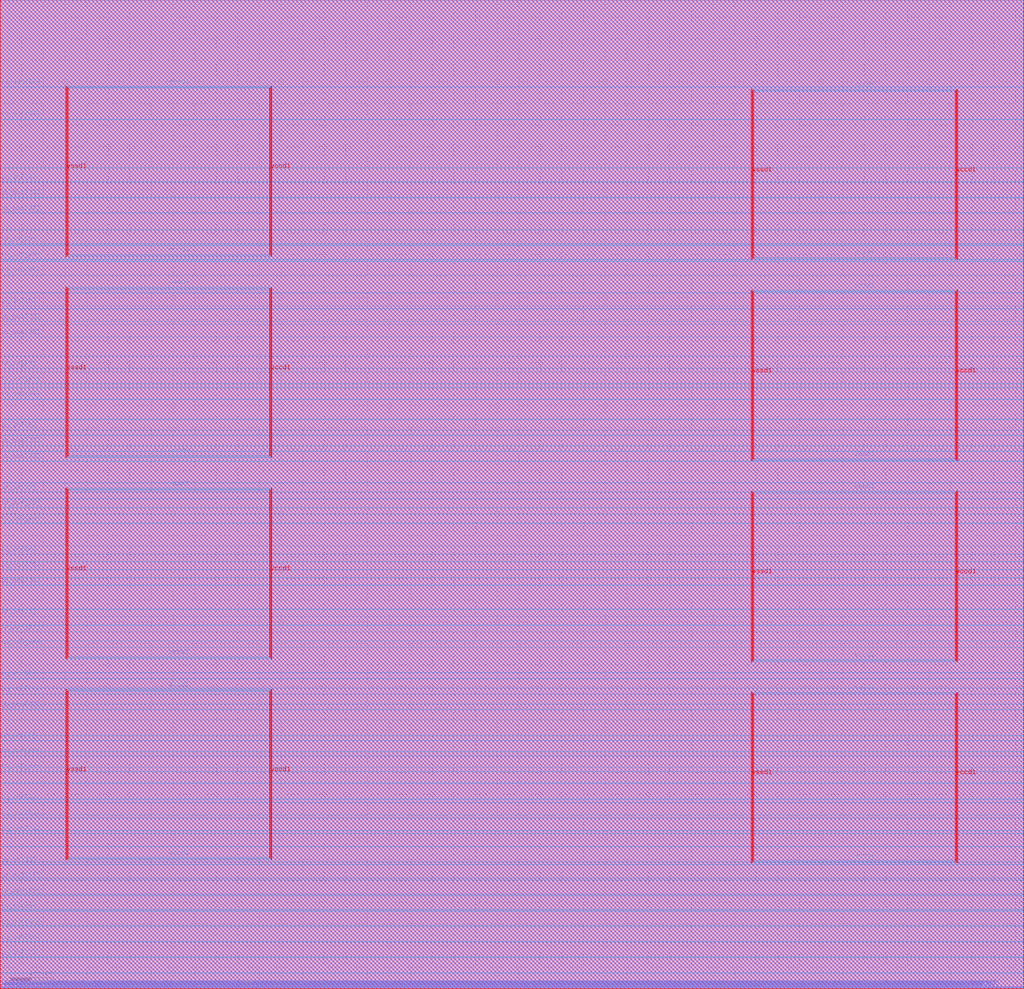
<source format=lef>
##
## LEF for PtnCells ;
## created by Innovus v20.10-p004_1 on Thu Mar 17 14:21:38 2022
##

VERSION 5.8 ;

BUSBITCHARS "[]" ;
DIVIDERCHAR "/" ;

MACRO azadi_soc_top_caravel
  CLASS BLOCK ;
  SIZE 2369.460000 BY 2290.240000 ;
  FOREIGN azadi_soc_top_caravel 0.000000 0.000000 ;
  ORIGIN 0 0 ;
  SYMMETRY X Y R90 ;
  PIN wb_clk_i
    DIRECTION INPUT ;
    USE SIGNAL ;
    PORT
      LAYER met2 ;
        RECT 4.430000 0.000000 4.570000 0.490000 ;
    END
  END wb_clk_i
  PIN wb_rst_i
    DIRECTION INPUT ;
    USE SIGNAL ;
    PORT
      LAYER met2 ;
        RECT 1.530000 0.000000 1.670000 0.490000 ;
    END
  END wb_rst_i
  PIN wbs_stb_i
    DIRECTION INPUT ;
    USE SIGNAL ;
    PORT
      LAYER met2 ;
        RECT 468.230000 0.000000 468.370000 0.490000 ;
    END
  END wbs_stb_i
  PIN wbs_cyc_i
    DIRECTION INPUT ;
    USE SIGNAL ;
    PORT
      LAYER met2 ;
        RECT 157.530000 0.000000 157.670000 0.490000 ;
    END
  END wbs_cyc_i
  PIN wbs_we_i
    DIRECTION INPUT ;
    USE SIGNAL ;
    PORT
      LAYER met2 ;
        RECT 472.730000 0.000000 472.870000 0.490000 ;
    END
  END wbs_we_i
  PIN wbs_sel_i[3]
    DIRECTION INPUT ;
    USE SIGNAL ;
    PORT
      LAYER met2 ;
        RECT 463.730000 0.000000 463.870000 0.490000 ;
    END
  END wbs_sel_i[3]
  PIN wbs_sel_i[2]
    DIRECTION INPUT ;
    USE SIGNAL ;
    PORT
      LAYER met2 ;
        RECT 459.230000 0.000000 459.370000 0.490000 ;
    END
  END wbs_sel_i[2]
  PIN wbs_sel_i[1]
    DIRECTION INPUT ;
    USE SIGNAL ;
    PORT
      LAYER met2 ;
        RECT 454.730000 0.000000 454.870000 0.490000 ;
    END
  END wbs_sel_i[1]
  PIN wbs_sel_i[0]
    DIRECTION INPUT ;
    USE SIGNAL ;
    PORT
      LAYER met2 ;
        RECT 450.230000 0.000000 450.370000 0.490000 ;
    END
  END wbs_sel_i[0]
  PIN wbs_dat_i[31]
    DIRECTION INPUT ;
    USE SIGNAL ;
    PORT
      LAYER met2 ;
        RECT 301.630000 0.000000 301.770000 0.490000 ;
    END
  END wbs_dat_i[31]
  PIN wbs_dat_i[30]
    DIRECTION INPUT ;
    USE SIGNAL ;
    PORT
      LAYER met2 ;
        RECT 297.130000 0.000000 297.270000 0.490000 ;
    END
  END wbs_dat_i[30]
  PIN wbs_dat_i[29]
    DIRECTION INPUT ;
    USE SIGNAL ;
    PORT
      LAYER met2 ;
        RECT 292.530000 0.000000 292.670000 0.490000 ;
    END
  END wbs_dat_i[29]
  PIN wbs_dat_i[28]
    DIRECTION INPUT ;
    USE SIGNAL ;
    PORT
      LAYER met2 ;
        RECT 288.030000 0.000000 288.170000 0.490000 ;
    END
  END wbs_dat_i[28]
  PIN wbs_dat_i[27]
    DIRECTION INPUT ;
    USE SIGNAL ;
    PORT
      LAYER met2 ;
        RECT 283.530000 0.000000 283.670000 0.490000 ;
    END
  END wbs_dat_i[27]
  PIN wbs_dat_i[26]
    DIRECTION INPUT ;
    USE SIGNAL ;
    PORT
      LAYER met2 ;
        RECT 279.030000 0.000000 279.170000 0.490000 ;
    END
  END wbs_dat_i[26]
  PIN wbs_dat_i[25]
    DIRECTION INPUT ;
    USE SIGNAL ;
    PORT
      LAYER met2 ;
        RECT 274.530000 0.000000 274.670000 0.490000 ;
    END
  END wbs_dat_i[25]
  PIN wbs_dat_i[24]
    DIRECTION INPUT ;
    USE SIGNAL ;
    PORT
      LAYER met2 ;
        RECT 270.030000 0.000000 270.170000 0.490000 ;
    END
  END wbs_dat_i[24]
  PIN wbs_dat_i[23]
    DIRECTION INPUT ;
    USE SIGNAL ;
    PORT
      LAYER met2 ;
        RECT 265.530000 0.000000 265.670000 0.490000 ;
    END
  END wbs_dat_i[23]
  PIN wbs_dat_i[22]
    DIRECTION INPUT ;
    USE SIGNAL ;
    PORT
      LAYER met2 ;
        RECT 261.030000 0.000000 261.170000 0.490000 ;
    END
  END wbs_dat_i[22]
  PIN wbs_dat_i[21]
    DIRECTION INPUT ;
    USE SIGNAL ;
    PORT
      LAYER met2 ;
        RECT 256.530000 0.000000 256.670000 0.490000 ;
    END
  END wbs_dat_i[21]
  PIN wbs_dat_i[20]
    DIRECTION INPUT ;
    USE SIGNAL ;
    PORT
      LAYER met2 ;
        RECT 252.030000 0.000000 252.170000 0.490000 ;
    END
  END wbs_dat_i[20]
  PIN wbs_dat_i[19]
    DIRECTION INPUT ;
    USE SIGNAL ;
    PORT
      LAYER met2 ;
        RECT 247.530000 0.000000 247.670000 0.490000 ;
    END
  END wbs_dat_i[19]
  PIN wbs_dat_i[18]
    DIRECTION INPUT ;
    USE SIGNAL ;
    PORT
      LAYER met2 ;
        RECT 243.030000 0.000000 243.170000 0.490000 ;
    END
  END wbs_dat_i[18]
  PIN wbs_dat_i[17]
    DIRECTION INPUT ;
    USE SIGNAL ;
    PORT
      LAYER met2 ;
        RECT 238.530000 0.000000 238.670000 0.490000 ;
    END
  END wbs_dat_i[17]
  PIN wbs_dat_i[16]
    DIRECTION INPUT ;
    USE SIGNAL ;
    PORT
      LAYER met2 ;
        RECT 234.030000 0.000000 234.170000 0.490000 ;
    END
  END wbs_dat_i[16]
  PIN wbs_dat_i[15]
    DIRECTION INPUT ;
    USE SIGNAL ;
    PORT
      LAYER met2 ;
        RECT 229.530000 0.000000 229.670000 0.490000 ;
    END
  END wbs_dat_i[15]
  PIN wbs_dat_i[14]
    DIRECTION INPUT ;
    USE SIGNAL ;
    PORT
      LAYER met2 ;
        RECT 225.030000 0.000000 225.170000 0.490000 ;
    END
  END wbs_dat_i[14]
  PIN wbs_dat_i[13]
    DIRECTION INPUT ;
    USE SIGNAL ;
    PORT
      LAYER met2 ;
        RECT 220.530000 0.000000 220.670000 0.490000 ;
    END
  END wbs_dat_i[13]
  PIN wbs_dat_i[12]
    DIRECTION INPUT ;
    USE SIGNAL ;
    PORT
      LAYER met2 ;
        RECT 216.030000 0.000000 216.170000 0.490000 ;
    END
  END wbs_dat_i[12]
  PIN wbs_dat_i[11]
    DIRECTION INPUT ;
    USE SIGNAL ;
    PORT
      LAYER met2 ;
        RECT 211.530000 0.000000 211.670000 0.490000 ;
    END
  END wbs_dat_i[11]
  PIN wbs_dat_i[10]
    DIRECTION INPUT ;
    USE SIGNAL ;
    PORT
      LAYER met2 ;
        RECT 207.030000 0.000000 207.170000 0.490000 ;
    END
  END wbs_dat_i[10]
  PIN wbs_dat_i[9]
    DIRECTION INPUT ;
    USE SIGNAL ;
    PORT
      LAYER met2 ;
        RECT 202.530000 0.000000 202.670000 0.490000 ;
    END
  END wbs_dat_i[9]
  PIN wbs_dat_i[8]
    DIRECTION INPUT ;
    USE SIGNAL ;
    PORT
      LAYER met2 ;
        RECT 198.030000 0.000000 198.170000 0.490000 ;
    END
  END wbs_dat_i[8]
  PIN wbs_dat_i[7]
    DIRECTION INPUT ;
    USE SIGNAL ;
    PORT
      LAYER met2 ;
        RECT 193.530000 0.000000 193.670000 0.490000 ;
    END
  END wbs_dat_i[7]
  PIN wbs_dat_i[6]
    DIRECTION INPUT ;
    USE SIGNAL ;
    PORT
      LAYER met2 ;
        RECT 189.030000 0.000000 189.170000 0.490000 ;
    END
  END wbs_dat_i[6]
  PIN wbs_dat_i[5]
    DIRECTION INPUT ;
    USE SIGNAL ;
    PORT
      LAYER met2 ;
        RECT 184.530000 0.000000 184.670000 0.490000 ;
    END
  END wbs_dat_i[5]
  PIN wbs_dat_i[4]
    DIRECTION INPUT ;
    USE SIGNAL ;
    PORT
      LAYER met2 ;
        RECT 180.030000 0.000000 180.170000 0.490000 ;
    END
  END wbs_dat_i[4]
  PIN wbs_dat_i[3]
    DIRECTION INPUT ;
    USE SIGNAL ;
    PORT
      LAYER met2 ;
        RECT 175.530000 0.000000 175.670000 0.490000 ;
    END
  END wbs_dat_i[3]
  PIN wbs_dat_i[2]
    DIRECTION INPUT ;
    USE SIGNAL ;
    PORT
      LAYER met2 ;
        RECT 171.030000 0.000000 171.170000 0.490000 ;
    END
  END wbs_dat_i[2]
  PIN wbs_dat_i[1]
    DIRECTION INPUT ;
    USE SIGNAL ;
    PORT
      LAYER met2 ;
        RECT 166.530000 0.000000 166.670000 0.490000 ;
    END
  END wbs_dat_i[1]
  PIN wbs_dat_i[0]
    DIRECTION INPUT ;
    USE SIGNAL ;
    PORT
      LAYER met2 ;
        RECT 162.030000 0.000000 162.170000 0.490000 ;
    END
  END wbs_dat_i[0]
  PIN wbs_adr_i[31]
    DIRECTION INPUT ;
    USE SIGNAL ;
    PORT
      LAYER met2 ;
        RECT 153.030000 0.000000 153.170000 0.490000 ;
    END
  END wbs_adr_i[31]
  PIN wbs_adr_i[30]
    DIRECTION INPUT ;
    USE SIGNAL ;
    PORT
      LAYER met2 ;
        RECT 148.530000 0.000000 148.670000 0.490000 ;
    END
  END wbs_adr_i[30]
  PIN wbs_adr_i[29]
    DIRECTION INPUT ;
    USE SIGNAL ;
    PORT
      LAYER met2 ;
        RECT 143.930000 0.000000 144.070000 0.490000 ;
    END
  END wbs_adr_i[29]
  PIN wbs_adr_i[28]
    DIRECTION INPUT ;
    USE SIGNAL ;
    PORT
      LAYER met2 ;
        RECT 139.430000 0.000000 139.570000 0.490000 ;
    END
  END wbs_adr_i[28]
  PIN wbs_adr_i[27]
    DIRECTION INPUT ;
    USE SIGNAL ;
    PORT
      LAYER met2 ;
        RECT 134.930000 0.000000 135.070000 0.490000 ;
    END
  END wbs_adr_i[27]
  PIN wbs_adr_i[26]
    DIRECTION INPUT ;
    USE SIGNAL ;
    PORT
      LAYER met2 ;
        RECT 130.430000 0.000000 130.570000 0.490000 ;
    END
  END wbs_adr_i[26]
  PIN wbs_adr_i[25]
    DIRECTION INPUT ;
    USE SIGNAL ;
    PORT
      LAYER met2 ;
        RECT 125.930000 0.000000 126.070000 0.490000 ;
    END
  END wbs_adr_i[25]
  PIN wbs_adr_i[24]
    DIRECTION INPUT ;
    USE SIGNAL ;
    PORT
      LAYER met2 ;
        RECT 121.430000 0.000000 121.570000 0.490000 ;
    END
  END wbs_adr_i[24]
  PIN wbs_adr_i[23]
    DIRECTION INPUT ;
    USE SIGNAL ;
    PORT
      LAYER met2 ;
        RECT 116.930000 0.000000 117.070000 0.490000 ;
    END
  END wbs_adr_i[23]
  PIN wbs_adr_i[22]
    DIRECTION INPUT ;
    USE SIGNAL ;
    PORT
      LAYER met2 ;
        RECT 112.430000 0.000000 112.570000 0.490000 ;
    END
  END wbs_adr_i[22]
  PIN wbs_adr_i[21]
    DIRECTION INPUT ;
    USE SIGNAL ;
    PORT
      LAYER met2 ;
        RECT 107.930000 0.000000 108.070000 0.490000 ;
    END
  END wbs_adr_i[21]
  PIN wbs_adr_i[20]
    DIRECTION INPUT ;
    USE SIGNAL ;
    PORT
      LAYER met2 ;
        RECT 103.430000 0.000000 103.570000 0.490000 ;
    END
  END wbs_adr_i[20]
  PIN wbs_adr_i[19]
    DIRECTION INPUT ;
    USE SIGNAL ;
    PORT
      LAYER met2 ;
        RECT 98.930000 0.000000 99.070000 0.490000 ;
    END
  END wbs_adr_i[19]
  PIN wbs_adr_i[18]
    DIRECTION INPUT ;
    USE SIGNAL ;
    PORT
      LAYER met2 ;
        RECT 94.430000 0.000000 94.570000 0.490000 ;
    END
  END wbs_adr_i[18]
  PIN wbs_adr_i[17]
    DIRECTION INPUT ;
    USE SIGNAL ;
    PORT
      LAYER met2 ;
        RECT 89.930000 0.000000 90.070000 0.490000 ;
    END
  END wbs_adr_i[17]
  PIN wbs_adr_i[16]
    DIRECTION INPUT ;
    USE SIGNAL ;
    PORT
      LAYER met2 ;
        RECT 85.430000 0.000000 85.570000 0.490000 ;
    END
  END wbs_adr_i[16]
  PIN wbs_adr_i[15]
    DIRECTION INPUT ;
    USE SIGNAL ;
    PORT
      LAYER met2 ;
        RECT 80.930000 0.000000 81.070000 0.490000 ;
    END
  END wbs_adr_i[15]
  PIN wbs_adr_i[14]
    DIRECTION INPUT ;
    USE SIGNAL ;
    PORT
      LAYER met2 ;
        RECT 76.430000 0.000000 76.570000 0.490000 ;
    END
  END wbs_adr_i[14]
  PIN wbs_adr_i[13]
    DIRECTION INPUT ;
    USE SIGNAL ;
    PORT
      LAYER met2 ;
        RECT 71.930000 0.000000 72.070000 0.490000 ;
    END
  END wbs_adr_i[13]
  PIN wbs_adr_i[12]
    DIRECTION INPUT ;
    USE SIGNAL ;
    PORT
      LAYER met2 ;
        RECT 67.430000 0.000000 67.570000 0.490000 ;
    END
  END wbs_adr_i[12]
  PIN wbs_adr_i[11]
    DIRECTION INPUT ;
    USE SIGNAL ;
    PORT
      LAYER met2 ;
        RECT 62.930000 0.000000 63.070000 0.490000 ;
    END
  END wbs_adr_i[11]
  PIN wbs_adr_i[10]
    DIRECTION INPUT ;
    USE SIGNAL ;
    PORT
      LAYER met2 ;
        RECT 58.430000 0.000000 58.570000 0.490000 ;
    END
  END wbs_adr_i[10]
  PIN wbs_adr_i[9]
    DIRECTION INPUT ;
    USE SIGNAL ;
    PORT
      LAYER met2 ;
        RECT 53.930000 0.000000 54.070000 0.490000 ;
    END
  END wbs_adr_i[9]
  PIN wbs_adr_i[8]
    DIRECTION INPUT ;
    USE SIGNAL ;
    PORT
      LAYER met2 ;
        RECT 49.430000 0.000000 49.570000 0.490000 ;
    END
  END wbs_adr_i[8]
  PIN wbs_adr_i[7]
    DIRECTION INPUT ;
    USE SIGNAL ;
    PORT
      LAYER met2 ;
        RECT 44.930000 0.000000 45.070000 0.490000 ;
    END
  END wbs_adr_i[7]
  PIN wbs_adr_i[6]
    DIRECTION INPUT ;
    USE SIGNAL ;
    PORT
      LAYER met2 ;
        RECT 40.430000 0.000000 40.570000 0.490000 ;
    END
  END wbs_adr_i[6]
  PIN wbs_adr_i[5]
    DIRECTION INPUT ;
    USE SIGNAL ;
    PORT
      LAYER met2 ;
        RECT 35.930000 0.000000 36.070000 0.490000 ;
    END
  END wbs_adr_i[5]
  PIN wbs_adr_i[4]
    DIRECTION INPUT ;
    USE SIGNAL ;
    PORT
      LAYER met2 ;
        RECT 31.430000 0.000000 31.570000 0.490000 ;
    END
  END wbs_adr_i[4]
  PIN wbs_adr_i[3]
    DIRECTION INPUT ;
    USE SIGNAL ;
    PORT
      LAYER met2 ;
        RECT 26.930000 0.000000 27.070000 0.490000 ;
    END
  END wbs_adr_i[3]
  PIN wbs_adr_i[2]
    DIRECTION INPUT ;
    USE SIGNAL ;
    PORT
      LAYER met2 ;
        RECT 22.430000 0.000000 22.570000 0.490000 ;
    END
  END wbs_adr_i[2]
  PIN wbs_adr_i[1]
    DIRECTION INPUT ;
    USE SIGNAL ;
    PORT
      LAYER met2 ;
        RECT 17.930000 0.000000 18.070000 0.490000 ;
    END
  END wbs_adr_i[1]
  PIN wbs_adr_i[0]
    DIRECTION INPUT ;
    USE SIGNAL ;
    PORT
      LAYER met2 ;
        RECT 13.430000 0.000000 13.570000 0.490000 ;
    END
  END wbs_adr_i[0]
  PIN wbs_ack_o
    DIRECTION OUTPUT ;
    USE SIGNAL ;
    PORT
      LAYER met2 ;
        RECT 8.930000 0.000000 9.070000 0.490000 ;
    END
  END wbs_ack_o
  PIN wbs_dat_o[31]
    DIRECTION OUTPUT ;
    USE SIGNAL ;
    PORT
      LAYER met2 ;
        RECT 445.630000 0.000000 445.770000 0.490000 ;
    END
  END wbs_dat_o[31]
  PIN wbs_dat_o[30]
    DIRECTION OUTPUT ;
    USE SIGNAL ;
    PORT
      LAYER met2 ;
        RECT 441.130000 0.000000 441.270000 0.490000 ;
    END
  END wbs_dat_o[30]
  PIN wbs_dat_o[29]
    DIRECTION OUTPUT ;
    USE SIGNAL ;
    PORT
      LAYER met2 ;
        RECT 436.630000 0.000000 436.770000 0.490000 ;
    END
  END wbs_dat_o[29]
  PIN wbs_dat_o[28]
    DIRECTION OUTPUT ;
    USE SIGNAL ;
    PORT
      LAYER met2 ;
        RECT 432.130000 0.000000 432.270000 0.490000 ;
    END
  END wbs_dat_o[28]
  PIN wbs_dat_o[27]
    DIRECTION OUTPUT ;
    USE SIGNAL ;
    PORT
      LAYER met2 ;
        RECT 427.630000 0.000000 427.770000 0.490000 ;
    END
  END wbs_dat_o[27]
  PIN wbs_dat_o[26]
    DIRECTION OUTPUT ;
    USE SIGNAL ;
    PORT
      LAYER met2 ;
        RECT 423.130000 0.000000 423.270000 0.490000 ;
    END
  END wbs_dat_o[26]
  PIN wbs_dat_o[25]
    DIRECTION OUTPUT ;
    USE SIGNAL ;
    PORT
      LAYER met2 ;
        RECT 418.630000 0.000000 418.770000 0.490000 ;
    END
  END wbs_dat_o[25]
  PIN wbs_dat_o[24]
    DIRECTION OUTPUT ;
    USE SIGNAL ;
    PORT
      LAYER met2 ;
        RECT 414.130000 0.000000 414.270000 0.490000 ;
    END
  END wbs_dat_o[24]
  PIN wbs_dat_o[23]
    DIRECTION OUTPUT ;
    USE SIGNAL ;
    PORT
      LAYER met2 ;
        RECT 409.630000 0.000000 409.770000 0.490000 ;
    END
  END wbs_dat_o[23]
  PIN wbs_dat_o[22]
    DIRECTION OUTPUT ;
    USE SIGNAL ;
    PORT
      LAYER met2 ;
        RECT 405.130000 0.000000 405.270000 0.490000 ;
    END
  END wbs_dat_o[22]
  PIN wbs_dat_o[21]
    DIRECTION OUTPUT ;
    USE SIGNAL ;
    PORT
      LAYER met2 ;
        RECT 400.630000 0.000000 400.770000 0.490000 ;
    END
  END wbs_dat_o[21]
  PIN wbs_dat_o[20]
    DIRECTION OUTPUT ;
    USE SIGNAL ;
    PORT
      LAYER met2 ;
        RECT 396.130000 0.000000 396.270000 0.490000 ;
    END
  END wbs_dat_o[20]
  PIN wbs_dat_o[19]
    DIRECTION OUTPUT ;
    USE SIGNAL ;
    PORT
      LAYER met2 ;
        RECT 391.630000 0.000000 391.770000 0.490000 ;
    END
  END wbs_dat_o[19]
  PIN wbs_dat_o[18]
    DIRECTION OUTPUT ;
    USE SIGNAL ;
    PORT
      LAYER met2 ;
        RECT 387.130000 0.000000 387.270000 0.490000 ;
    END
  END wbs_dat_o[18]
  PIN wbs_dat_o[17]
    DIRECTION OUTPUT ;
    USE SIGNAL ;
    PORT
      LAYER met2 ;
        RECT 382.630000 0.000000 382.770000 0.490000 ;
    END
  END wbs_dat_o[17]
  PIN wbs_dat_o[16]
    DIRECTION OUTPUT ;
    USE SIGNAL ;
    PORT
      LAYER met2 ;
        RECT 378.130000 0.000000 378.270000 0.490000 ;
    END
  END wbs_dat_o[16]
  PIN wbs_dat_o[15]
    DIRECTION OUTPUT ;
    USE SIGNAL ;
    PORT
      LAYER met2 ;
        RECT 373.630000 0.000000 373.770000 0.490000 ;
    END
  END wbs_dat_o[15]
  PIN wbs_dat_o[14]
    DIRECTION OUTPUT ;
    USE SIGNAL ;
    PORT
      LAYER met2 ;
        RECT 369.130000 0.000000 369.270000 0.490000 ;
    END
  END wbs_dat_o[14]
  PIN wbs_dat_o[13]
    DIRECTION OUTPUT ;
    USE SIGNAL ;
    PORT
      LAYER met2 ;
        RECT 364.630000 0.000000 364.770000 0.490000 ;
    END
  END wbs_dat_o[13]
  PIN wbs_dat_o[12]
    DIRECTION OUTPUT ;
    USE SIGNAL ;
    PORT
      LAYER met2 ;
        RECT 360.130000 0.000000 360.270000 0.490000 ;
    END
  END wbs_dat_o[12]
  PIN wbs_dat_o[11]
    DIRECTION OUTPUT ;
    USE SIGNAL ;
    PORT
      LAYER met2 ;
        RECT 355.630000 0.000000 355.770000 0.490000 ;
    END
  END wbs_dat_o[11]
  PIN wbs_dat_o[10]
    DIRECTION OUTPUT ;
    USE SIGNAL ;
    PORT
      LAYER met2 ;
        RECT 351.130000 0.000000 351.270000 0.490000 ;
    END
  END wbs_dat_o[10]
  PIN wbs_dat_o[9]
    DIRECTION OUTPUT ;
    USE SIGNAL ;
    PORT
      LAYER met2 ;
        RECT 346.630000 0.000000 346.770000 0.490000 ;
    END
  END wbs_dat_o[9]
  PIN wbs_dat_o[8]
    DIRECTION OUTPUT ;
    USE SIGNAL ;
    PORT
      LAYER met2 ;
        RECT 342.130000 0.000000 342.270000 0.490000 ;
    END
  END wbs_dat_o[8]
  PIN wbs_dat_o[7]
    DIRECTION OUTPUT ;
    USE SIGNAL ;
    PORT
      LAYER met2 ;
        RECT 337.630000 0.000000 337.770000 0.490000 ;
    END
  END wbs_dat_o[7]
  PIN wbs_dat_o[6]
    DIRECTION OUTPUT ;
    USE SIGNAL ;
    PORT
      LAYER met2 ;
        RECT 333.130000 0.000000 333.270000 0.490000 ;
    END
  END wbs_dat_o[6]
  PIN wbs_dat_o[5]
    DIRECTION OUTPUT ;
    USE SIGNAL ;
    PORT
      LAYER met2 ;
        RECT 328.630000 0.000000 328.770000 0.490000 ;
    END
  END wbs_dat_o[5]
  PIN wbs_dat_o[4]
    DIRECTION OUTPUT ;
    USE SIGNAL ;
    PORT
      LAYER met2 ;
        RECT 324.130000 0.000000 324.270000 0.490000 ;
    END
  END wbs_dat_o[4]
  PIN wbs_dat_o[3]
    DIRECTION OUTPUT ;
    USE SIGNAL ;
    PORT
      LAYER met2 ;
        RECT 319.630000 0.000000 319.770000 0.490000 ;
    END
  END wbs_dat_o[3]
  PIN wbs_dat_o[2]
    DIRECTION OUTPUT ;
    USE SIGNAL ;
    PORT
      LAYER met2 ;
        RECT 315.130000 0.000000 315.270000 0.490000 ;
    END
  END wbs_dat_o[2]
  PIN wbs_dat_o[1]
    DIRECTION OUTPUT ;
    USE SIGNAL ;
    PORT
      LAYER met2 ;
        RECT 310.630000 0.000000 310.770000 0.490000 ;
    END
  END wbs_dat_o[1]
  PIN wbs_dat_o[0]
    DIRECTION OUTPUT ;
    USE SIGNAL ;
    PORT
      LAYER met2 ;
        RECT 306.130000 0.000000 306.270000 0.490000 ;
    END
  END wbs_dat_o[0]
  PIN la_data_in[127]
    DIRECTION INPUT ;
    USE SIGNAL ;
    PORT
      LAYER met2 ;
        RECT 1049.130000 0.000000 1049.270000 0.490000 ;
    END
  END la_data_in[127]
  PIN la_data_in[126]
    DIRECTION INPUT ;
    USE SIGNAL ;
    PORT
      LAYER met2 ;
        RECT 1044.530000 0.000000 1044.670000 0.490000 ;
    END
  END la_data_in[126]
  PIN la_data_in[125]
    DIRECTION INPUT ;
    USE SIGNAL ;
    PORT
      LAYER met2 ;
        RECT 1040.030000 0.000000 1040.170000 0.490000 ;
    END
  END la_data_in[125]
  PIN la_data_in[124]
    DIRECTION INPUT ;
    USE SIGNAL ;
    PORT
      LAYER met2 ;
        RECT 1035.530000 0.000000 1035.670000 0.490000 ;
    END
  END la_data_in[124]
  PIN la_data_in[123]
    DIRECTION INPUT ;
    USE SIGNAL ;
    PORT
      LAYER met2 ;
        RECT 1031.030000 0.000000 1031.170000 0.490000 ;
    END
  END la_data_in[123]
  PIN la_data_in[122]
    DIRECTION INPUT ;
    USE SIGNAL ;
    PORT
      LAYER met2 ;
        RECT 1026.530000 0.000000 1026.670000 0.490000 ;
    END
  END la_data_in[122]
  PIN la_data_in[121]
    DIRECTION INPUT ;
    USE SIGNAL ;
    PORT
      LAYER met2 ;
        RECT 1022.030000 0.000000 1022.170000 0.490000 ;
    END
  END la_data_in[121]
  PIN la_data_in[120]
    DIRECTION INPUT ;
    USE SIGNAL ;
    PORT
      LAYER met2 ;
        RECT 1017.530000 0.000000 1017.670000 0.490000 ;
    END
  END la_data_in[120]
  PIN la_data_in[119]
    DIRECTION INPUT ;
    USE SIGNAL ;
    PORT
      LAYER met2 ;
        RECT 1013.030000 0.000000 1013.170000 0.490000 ;
    END
  END la_data_in[119]
  PIN la_data_in[118]
    DIRECTION INPUT ;
    USE SIGNAL ;
    PORT
      LAYER met2 ;
        RECT 1008.530000 0.000000 1008.670000 0.490000 ;
    END
  END la_data_in[118]
  PIN la_data_in[117]
    DIRECTION INPUT ;
    USE SIGNAL ;
    PORT
      LAYER met2 ;
        RECT 1004.030000 0.000000 1004.170000 0.490000 ;
    END
  END la_data_in[117]
  PIN la_data_in[116]
    DIRECTION INPUT ;
    USE SIGNAL ;
    PORT
      LAYER met2 ;
        RECT 999.530000 0.000000 999.670000 0.490000 ;
    END
  END la_data_in[116]
  PIN la_data_in[115]
    DIRECTION INPUT ;
    USE SIGNAL ;
    PORT
      LAYER met2 ;
        RECT 995.030000 0.000000 995.170000 0.490000 ;
    END
  END la_data_in[115]
  PIN la_data_in[114]
    DIRECTION INPUT ;
    USE SIGNAL ;
    PORT
      LAYER met2 ;
        RECT 990.530000 0.000000 990.670000 0.490000 ;
    END
  END la_data_in[114]
  PIN la_data_in[113]
    DIRECTION INPUT ;
    USE SIGNAL ;
    PORT
      LAYER met2 ;
        RECT 986.030000 0.000000 986.170000 0.490000 ;
    END
  END la_data_in[113]
  PIN la_data_in[112]
    DIRECTION INPUT ;
    USE SIGNAL ;
    PORT
      LAYER met2 ;
        RECT 981.530000 0.000000 981.670000 0.490000 ;
    END
  END la_data_in[112]
  PIN la_data_in[111]
    DIRECTION INPUT ;
    USE SIGNAL ;
    PORT
      LAYER met2 ;
        RECT 977.030000 0.000000 977.170000 0.490000 ;
    END
  END la_data_in[111]
  PIN la_data_in[110]
    DIRECTION INPUT ;
    USE SIGNAL ;
    PORT
      LAYER met2 ;
        RECT 972.530000 0.000000 972.670000 0.490000 ;
    END
  END la_data_in[110]
  PIN la_data_in[109]
    DIRECTION INPUT ;
    USE SIGNAL ;
    PORT
      LAYER met2 ;
        RECT 968.030000 0.000000 968.170000 0.490000 ;
    END
  END la_data_in[109]
  PIN la_data_in[108]
    DIRECTION INPUT ;
    USE SIGNAL ;
    PORT
      LAYER met2 ;
        RECT 963.530000 0.000000 963.670000 0.490000 ;
    END
  END la_data_in[108]
  PIN la_data_in[107]
    DIRECTION INPUT ;
    USE SIGNAL ;
    PORT
      LAYER met2 ;
        RECT 959.030000 0.000000 959.170000 0.490000 ;
    END
  END la_data_in[107]
  PIN la_data_in[106]
    DIRECTION INPUT ;
    USE SIGNAL ;
    PORT
      LAYER met2 ;
        RECT 954.530000 0.000000 954.670000 0.490000 ;
    END
  END la_data_in[106]
  PIN la_data_in[105]
    DIRECTION INPUT ;
    USE SIGNAL ;
    PORT
      LAYER met2 ;
        RECT 950.030000 0.000000 950.170000 0.490000 ;
    END
  END la_data_in[105]
  PIN la_data_in[104]
    DIRECTION INPUT ;
    USE SIGNAL ;
    PORT
      LAYER met2 ;
        RECT 945.530000 0.000000 945.670000 0.490000 ;
    END
  END la_data_in[104]
  PIN la_data_in[103]
    DIRECTION INPUT ;
    USE SIGNAL ;
    PORT
      LAYER met2 ;
        RECT 941.030000 0.000000 941.170000 0.490000 ;
    END
  END la_data_in[103]
  PIN la_data_in[102]
    DIRECTION INPUT ;
    USE SIGNAL ;
    PORT
      LAYER met2 ;
        RECT 936.530000 0.000000 936.670000 0.490000 ;
    END
  END la_data_in[102]
  PIN la_data_in[101]
    DIRECTION INPUT ;
    USE SIGNAL ;
    PORT
      LAYER met2 ;
        RECT 932.030000 0.000000 932.170000 0.490000 ;
    END
  END la_data_in[101]
  PIN la_data_in[100]
    DIRECTION INPUT ;
    USE SIGNAL ;
    PORT
      LAYER met2 ;
        RECT 927.530000 0.000000 927.670000 0.490000 ;
    END
  END la_data_in[100]
  PIN la_data_in[99]
    DIRECTION INPUT ;
    USE SIGNAL ;
    PORT
      LAYER met2 ;
        RECT 923.030000 0.000000 923.170000 0.490000 ;
    END
  END la_data_in[99]
  PIN la_data_in[98]
    DIRECTION INPUT ;
    USE SIGNAL ;
    PORT
      LAYER met2 ;
        RECT 918.530000 0.000000 918.670000 0.490000 ;
    END
  END la_data_in[98]
  PIN la_data_in[97]
    DIRECTION INPUT ;
    USE SIGNAL ;
    PORT
      LAYER met2 ;
        RECT 914.030000 0.000000 914.170000 0.490000 ;
    END
  END la_data_in[97]
  PIN la_data_in[96]
    DIRECTION INPUT ;
    USE SIGNAL ;
    PORT
      LAYER met2 ;
        RECT 909.530000 0.000000 909.670000 0.490000 ;
    END
  END la_data_in[96]
  PIN la_data_in[95]
    DIRECTION INPUT ;
    USE SIGNAL ;
    PORT
      LAYER met2 ;
        RECT 905.030000 0.000000 905.170000 0.490000 ;
    END
  END la_data_in[95]
  PIN la_data_in[94]
    DIRECTION INPUT ;
    USE SIGNAL ;
    PORT
      LAYER met2 ;
        RECT 900.530000 0.000000 900.670000 0.490000 ;
    END
  END la_data_in[94]
  PIN la_data_in[93]
    DIRECTION INPUT ;
    USE SIGNAL ;
    PORT
      LAYER met2 ;
        RECT 895.930000 0.000000 896.070000 0.490000 ;
    END
  END la_data_in[93]
  PIN la_data_in[92]
    DIRECTION INPUT ;
    USE SIGNAL ;
    PORT
      LAYER met2 ;
        RECT 891.430000 0.000000 891.570000 0.490000 ;
    END
  END la_data_in[92]
  PIN la_data_in[91]
    DIRECTION INPUT ;
    USE SIGNAL ;
    PORT
      LAYER met2 ;
        RECT 886.930000 0.000000 887.070000 0.490000 ;
    END
  END la_data_in[91]
  PIN la_data_in[90]
    DIRECTION INPUT ;
    USE SIGNAL ;
    PORT
      LAYER met2 ;
        RECT 882.430000 0.000000 882.570000 0.490000 ;
    END
  END la_data_in[90]
  PIN la_data_in[89]
    DIRECTION INPUT ;
    USE SIGNAL ;
    PORT
      LAYER met2 ;
        RECT 877.930000 0.000000 878.070000 0.490000 ;
    END
  END la_data_in[89]
  PIN la_data_in[88]
    DIRECTION INPUT ;
    USE SIGNAL ;
    PORT
      LAYER met2 ;
        RECT 873.430000 0.000000 873.570000 0.490000 ;
    END
  END la_data_in[88]
  PIN la_data_in[87]
    DIRECTION INPUT ;
    USE SIGNAL ;
    PORT
      LAYER met2 ;
        RECT 868.930000 0.000000 869.070000 0.490000 ;
    END
  END la_data_in[87]
  PIN la_data_in[86]
    DIRECTION INPUT ;
    USE SIGNAL ;
    PORT
      LAYER met2 ;
        RECT 864.430000 0.000000 864.570000 0.490000 ;
    END
  END la_data_in[86]
  PIN la_data_in[85]
    DIRECTION INPUT ;
    USE SIGNAL ;
    PORT
      LAYER met2 ;
        RECT 859.930000 0.000000 860.070000 0.490000 ;
    END
  END la_data_in[85]
  PIN la_data_in[84]
    DIRECTION INPUT ;
    USE SIGNAL ;
    PORT
      LAYER met2 ;
        RECT 855.430000 0.000000 855.570000 0.490000 ;
    END
  END la_data_in[84]
  PIN la_data_in[83]
    DIRECTION INPUT ;
    USE SIGNAL ;
    PORT
      LAYER met2 ;
        RECT 850.930000 0.000000 851.070000 0.490000 ;
    END
  END la_data_in[83]
  PIN la_data_in[82]
    DIRECTION INPUT ;
    USE SIGNAL ;
    PORT
      LAYER met2 ;
        RECT 846.430000 0.000000 846.570000 0.490000 ;
    END
  END la_data_in[82]
  PIN la_data_in[81]
    DIRECTION INPUT ;
    USE SIGNAL ;
    PORT
      LAYER met2 ;
        RECT 841.930000 0.000000 842.070000 0.490000 ;
    END
  END la_data_in[81]
  PIN la_data_in[80]
    DIRECTION INPUT ;
    USE SIGNAL ;
    PORT
      LAYER met2 ;
        RECT 837.430000 0.000000 837.570000 0.490000 ;
    END
  END la_data_in[80]
  PIN la_data_in[79]
    DIRECTION INPUT ;
    USE SIGNAL ;
    PORT
      LAYER met2 ;
        RECT 832.930000 0.000000 833.070000 0.490000 ;
    END
  END la_data_in[79]
  PIN la_data_in[78]
    DIRECTION INPUT ;
    USE SIGNAL ;
    PORT
      LAYER met2 ;
        RECT 828.430000 0.000000 828.570000 0.490000 ;
    END
  END la_data_in[78]
  PIN la_data_in[77]
    DIRECTION INPUT ;
    USE SIGNAL ;
    PORT
      LAYER met2 ;
        RECT 823.930000 0.000000 824.070000 0.490000 ;
    END
  END la_data_in[77]
  PIN la_data_in[76]
    DIRECTION INPUT ;
    USE SIGNAL ;
    PORT
      LAYER met2 ;
        RECT 819.430000 0.000000 819.570000 0.490000 ;
    END
  END la_data_in[76]
  PIN la_data_in[75]
    DIRECTION INPUT ;
    USE SIGNAL ;
    PORT
      LAYER met2 ;
        RECT 814.930000 0.000000 815.070000 0.490000 ;
    END
  END la_data_in[75]
  PIN la_data_in[74]
    DIRECTION INPUT ;
    USE SIGNAL ;
    PORT
      LAYER met2 ;
        RECT 810.430000 0.000000 810.570000 0.490000 ;
    END
  END la_data_in[74]
  PIN la_data_in[73]
    DIRECTION INPUT ;
    USE SIGNAL ;
    PORT
      LAYER met2 ;
        RECT 805.930000 0.000000 806.070000 0.490000 ;
    END
  END la_data_in[73]
  PIN la_data_in[72]
    DIRECTION INPUT ;
    USE SIGNAL ;
    PORT
      LAYER met2 ;
        RECT 801.430000 0.000000 801.570000 0.490000 ;
    END
  END la_data_in[72]
  PIN la_data_in[71]
    DIRECTION INPUT ;
    USE SIGNAL ;
    PORT
      LAYER met2 ;
        RECT 796.930000 0.000000 797.070000 0.490000 ;
    END
  END la_data_in[71]
  PIN la_data_in[70]
    DIRECTION INPUT ;
    USE SIGNAL ;
    PORT
      LAYER met2 ;
        RECT 792.430000 0.000000 792.570000 0.490000 ;
    END
  END la_data_in[70]
  PIN la_data_in[69]
    DIRECTION INPUT ;
    USE SIGNAL ;
    PORT
      LAYER met2 ;
        RECT 787.930000 0.000000 788.070000 0.490000 ;
    END
  END la_data_in[69]
  PIN la_data_in[68]
    DIRECTION INPUT ;
    USE SIGNAL ;
    PORT
      LAYER met2 ;
        RECT 783.430000 0.000000 783.570000 0.490000 ;
    END
  END la_data_in[68]
  PIN la_data_in[67]
    DIRECTION INPUT ;
    USE SIGNAL ;
    PORT
      LAYER met2 ;
        RECT 778.930000 0.000000 779.070000 0.490000 ;
    END
  END la_data_in[67]
  PIN la_data_in[66]
    DIRECTION INPUT ;
    USE SIGNAL ;
    PORT
      LAYER met2 ;
        RECT 774.430000 0.000000 774.570000 0.490000 ;
    END
  END la_data_in[66]
  PIN la_data_in[65]
    DIRECTION INPUT ;
    USE SIGNAL ;
    PORT
      LAYER met2 ;
        RECT 769.930000 0.000000 770.070000 0.490000 ;
    END
  END la_data_in[65]
  PIN la_data_in[64]
    DIRECTION INPUT ;
    USE SIGNAL ;
    PORT
      LAYER met2 ;
        RECT 765.430000 0.000000 765.570000 0.490000 ;
    END
  END la_data_in[64]
  PIN la_data_in[63]
    DIRECTION INPUT ;
    USE SIGNAL ;
    PORT
      LAYER met2 ;
        RECT 760.930000 0.000000 761.070000 0.490000 ;
    END
  END la_data_in[63]
  PIN la_data_in[62]
    DIRECTION INPUT ;
    USE SIGNAL ;
    PORT
      LAYER met2 ;
        RECT 756.430000 0.000000 756.570000 0.490000 ;
    END
  END la_data_in[62]
  PIN la_data_in[61]
    DIRECTION INPUT ;
    USE SIGNAL ;
    PORT
      LAYER met2 ;
        RECT 751.930000 0.000000 752.070000 0.490000 ;
    END
  END la_data_in[61]
  PIN la_data_in[60]
    DIRECTION INPUT ;
    USE SIGNAL ;
    PORT
      LAYER met2 ;
        RECT 747.430000 0.000000 747.570000 0.490000 ;
    END
  END la_data_in[60]
  PIN la_data_in[59]
    DIRECTION INPUT ;
    USE SIGNAL ;
    PORT
      LAYER met2 ;
        RECT 742.830000 0.000000 742.970000 0.490000 ;
    END
  END la_data_in[59]
  PIN la_data_in[58]
    DIRECTION INPUT ;
    USE SIGNAL ;
    PORT
      LAYER met2 ;
        RECT 738.330000 0.000000 738.470000 0.490000 ;
    END
  END la_data_in[58]
  PIN la_data_in[57]
    DIRECTION INPUT ;
    USE SIGNAL ;
    PORT
      LAYER met2 ;
        RECT 733.830000 0.000000 733.970000 0.490000 ;
    END
  END la_data_in[57]
  PIN la_data_in[56]
    DIRECTION INPUT ;
    USE SIGNAL ;
    PORT
      LAYER met2 ;
        RECT 729.330000 0.000000 729.470000 0.490000 ;
    END
  END la_data_in[56]
  PIN la_data_in[55]
    DIRECTION INPUT ;
    USE SIGNAL ;
    PORT
      LAYER met2 ;
        RECT 724.830000 0.000000 724.970000 0.490000 ;
    END
  END la_data_in[55]
  PIN la_data_in[54]
    DIRECTION INPUT ;
    USE SIGNAL ;
    PORT
      LAYER met2 ;
        RECT 720.330000 0.000000 720.470000 0.490000 ;
    END
  END la_data_in[54]
  PIN la_data_in[53]
    DIRECTION INPUT ;
    USE SIGNAL ;
    PORT
      LAYER met2 ;
        RECT 715.830000 0.000000 715.970000 0.490000 ;
    END
  END la_data_in[53]
  PIN la_data_in[52]
    DIRECTION INPUT ;
    USE SIGNAL ;
    PORT
      LAYER met2 ;
        RECT 711.330000 0.000000 711.470000 0.490000 ;
    END
  END la_data_in[52]
  PIN la_data_in[51]
    DIRECTION INPUT ;
    USE SIGNAL ;
    PORT
      LAYER met2 ;
        RECT 706.830000 0.000000 706.970000 0.490000 ;
    END
  END la_data_in[51]
  PIN la_data_in[50]
    DIRECTION INPUT ;
    USE SIGNAL ;
    PORT
      LAYER met2 ;
        RECT 702.330000 0.000000 702.470000 0.490000 ;
    END
  END la_data_in[50]
  PIN la_data_in[49]
    DIRECTION INPUT ;
    USE SIGNAL ;
    PORT
      LAYER met2 ;
        RECT 697.830000 0.000000 697.970000 0.490000 ;
    END
  END la_data_in[49]
  PIN la_data_in[48]
    DIRECTION INPUT ;
    USE SIGNAL ;
    PORT
      LAYER met2 ;
        RECT 693.330000 0.000000 693.470000 0.490000 ;
    END
  END la_data_in[48]
  PIN la_data_in[47]
    DIRECTION INPUT ;
    USE SIGNAL ;
    PORT
      LAYER met2 ;
        RECT 688.830000 0.000000 688.970000 0.490000 ;
    END
  END la_data_in[47]
  PIN la_data_in[46]
    DIRECTION INPUT ;
    USE SIGNAL ;
    PORT
      LAYER met2 ;
        RECT 684.330000 0.000000 684.470000 0.490000 ;
    END
  END la_data_in[46]
  PIN la_data_in[45]
    DIRECTION INPUT ;
    USE SIGNAL ;
    PORT
      LAYER met2 ;
        RECT 679.830000 0.000000 679.970000 0.490000 ;
    END
  END la_data_in[45]
  PIN la_data_in[44]
    DIRECTION INPUT ;
    USE SIGNAL ;
    PORT
      LAYER met2 ;
        RECT 675.330000 0.000000 675.470000 0.490000 ;
    END
  END la_data_in[44]
  PIN la_data_in[43]
    DIRECTION INPUT ;
    USE SIGNAL ;
    PORT
      LAYER met2 ;
        RECT 670.830000 0.000000 670.970000 0.490000 ;
    END
  END la_data_in[43]
  PIN la_data_in[42]
    DIRECTION INPUT ;
    USE SIGNAL ;
    PORT
      LAYER met2 ;
        RECT 666.330000 0.000000 666.470000 0.490000 ;
    END
  END la_data_in[42]
  PIN la_data_in[41]
    DIRECTION INPUT ;
    USE SIGNAL ;
    PORT
      LAYER met2 ;
        RECT 661.830000 0.000000 661.970000 0.490000 ;
    END
  END la_data_in[41]
  PIN la_data_in[40]
    DIRECTION INPUT ;
    USE SIGNAL ;
    PORT
      LAYER met2 ;
        RECT 657.330000 0.000000 657.470000 0.490000 ;
    END
  END la_data_in[40]
  PIN la_data_in[39]
    DIRECTION INPUT ;
    USE SIGNAL ;
    PORT
      LAYER met2 ;
        RECT 652.830000 0.000000 652.970000 0.490000 ;
    END
  END la_data_in[39]
  PIN la_data_in[38]
    DIRECTION INPUT ;
    USE SIGNAL ;
    PORT
      LAYER met2 ;
        RECT 648.330000 0.000000 648.470000 0.490000 ;
    END
  END la_data_in[38]
  PIN la_data_in[37]
    DIRECTION INPUT ;
    USE SIGNAL ;
    PORT
      LAYER met2 ;
        RECT 643.830000 0.000000 643.970000 0.490000 ;
    END
  END la_data_in[37]
  PIN la_data_in[36]
    DIRECTION INPUT ;
    USE SIGNAL ;
    PORT
      LAYER met2 ;
        RECT 639.330000 0.000000 639.470000 0.490000 ;
    END
  END la_data_in[36]
  PIN la_data_in[35]
    DIRECTION INPUT ;
    USE SIGNAL ;
    PORT
      LAYER met2 ;
        RECT 634.830000 0.000000 634.970000 0.490000 ;
    END
  END la_data_in[35]
  PIN la_data_in[34]
    DIRECTION INPUT ;
    USE SIGNAL ;
    PORT
      LAYER met2 ;
        RECT 630.330000 0.000000 630.470000 0.490000 ;
    END
  END la_data_in[34]
  PIN la_data_in[33]
    DIRECTION INPUT ;
    USE SIGNAL ;
    PORT
      LAYER met2 ;
        RECT 625.830000 0.000000 625.970000 0.490000 ;
    END
  END la_data_in[33]
  PIN la_data_in[32]
    DIRECTION INPUT ;
    USE SIGNAL ;
    PORT
      LAYER met2 ;
        RECT 621.330000 0.000000 621.470000 0.490000 ;
    END
  END la_data_in[32]
  PIN la_data_in[31]
    DIRECTION INPUT ;
    USE SIGNAL ;
    PORT
      LAYER met2 ;
        RECT 616.830000 0.000000 616.970000 0.490000 ;
    END
  END la_data_in[31]
  PIN la_data_in[30]
    DIRECTION INPUT ;
    USE SIGNAL ;
    PORT
      LAYER met2 ;
        RECT 612.330000 0.000000 612.470000 0.490000 ;
    END
  END la_data_in[30]
  PIN la_data_in[29]
    DIRECTION INPUT ;
    USE SIGNAL ;
    PORT
      LAYER met2 ;
        RECT 607.830000 0.000000 607.970000 0.490000 ;
    END
  END la_data_in[29]
  PIN la_data_in[28]
    DIRECTION INPUT ;
    USE SIGNAL ;
    PORT
      LAYER met2 ;
        RECT 603.330000 0.000000 603.470000 0.490000 ;
    END
  END la_data_in[28]
  PIN la_data_in[27]
    DIRECTION INPUT ;
    USE SIGNAL ;
    PORT
      LAYER met2 ;
        RECT 598.830000 0.000000 598.970000 0.490000 ;
    END
  END la_data_in[27]
  PIN la_data_in[26]
    DIRECTION INPUT ;
    USE SIGNAL ;
    PORT
      LAYER met2 ;
        RECT 594.230000 0.000000 594.370000 0.490000 ;
    END
  END la_data_in[26]
  PIN la_data_in[25]
    DIRECTION INPUT ;
    USE SIGNAL ;
    PORT
      LAYER met2 ;
        RECT 589.730000 0.000000 589.870000 0.490000 ;
    END
  END la_data_in[25]
  PIN la_data_in[24]
    DIRECTION INPUT ;
    USE SIGNAL ;
    PORT
      LAYER met2 ;
        RECT 585.230000 0.000000 585.370000 0.490000 ;
    END
  END la_data_in[24]
  PIN la_data_in[23]
    DIRECTION INPUT ;
    USE SIGNAL ;
    PORT
      LAYER met2 ;
        RECT 580.730000 0.000000 580.870000 0.490000 ;
    END
  END la_data_in[23]
  PIN la_data_in[22]
    DIRECTION INPUT ;
    USE SIGNAL ;
    PORT
      LAYER met2 ;
        RECT 576.230000 0.000000 576.370000 0.490000 ;
    END
  END la_data_in[22]
  PIN la_data_in[21]
    DIRECTION INPUT ;
    USE SIGNAL ;
    PORT
      LAYER met2 ;
        RECT 571.730000 0.000000 571.870000 0.490000 ;
    END
  END la_data_in[21]
  PIN la_data_in[20]
    DIRECTION INPUT ;
    USE SIGNAL ;
    PORT
      LAYER met2 ;
        RECT 567.230000 0.000000 567.370000 0.490000 ;
    END
  END la_data_in[20]
  PIN la_data_in[19]
    DIRECTION INPUT ;
    USE SIGNAL ;
    PORT
      LAYER met2 ;
        RECT 562.730000 0.000000 562.870000 0.490000 ;
    END
  END la_data_in[19]
  PIN la_data_in[18]
    DIRECTION INPUT ;
    USE SIGNAL ;
    PORT
      LAYER met2 ;
        RECT 558.230000 0.000000 558.370000 0.490000 ;
    END
  END la_data_in[18]
  PIN la_data_in[17]
    DIRECTION INPUT ;
    USE SIGNAL ;
    PORT
      LAYER met2 ;
        RECT 553.730000 0.000000 553.870000 0.490000 ;
    END
  END la_data_in[17]
  PIN la_data_in[16]
    DIRECTION INPUT ;
    USE SIGNAL ;
    PORT
      LAYER met2 ;
        RECT 549.230000 0.000000 549.370000 0.490000 ;
    END
  END la_data_in[16]
  PIN la_data_in[15]
    DIRECTION INPUT ;
    USE SIGNAL ;
    PORT
      LAYER met2 ;
        RECT 544.730000 0.000000 544.870000 0.490000 ;
    END
  END la_data_in[15]
  PIN la_data_in[14]
    DIRECTION INPUT ;
    USE SIGNAL ;
    PORT
      LAYER met2 ;
        RECT 540.230000 0.000000 540.370000 0.490000 ;
    END
  END la_data_in[14]
  PIN la_data_in[13]
    DIRECTION INPUT ;
    USE SIGNAL ;
    PORT
      LAYER met2 ;
        RECT 535.730000 0.000000 535.870000 0.490000 ;
    END
  END la_data_in[13]
  PIN la_data_in[12]
    DIRECTION INPUT ;
    USE SIGNAL ;
    PORT
      LAYER met2 ;
        RECT 531.230000 0.000000 531.370000 0.490000 ;
    END
  END la_data_in[12]
  PIN la_data_in[11]
    DIRECTION INPUT ;
    USE SIGNAL ;
    PORT
      LAYER met2 ;
        RECT 526.730000 0.000000 526.870000 0.490000 ;
    END
  END la_data_in[11]
  PIN la_data_in[10]
    DIRECTION INPUT ;
    USE SIGNAL ;
    PORT
      LAYER met2 ;
        RECT 522.230000 0.000000 522.370000 0.490000 ;
    END
  END la_data_in[10]
  PIN la_data_in[9]
    DIRECTION INPUT ;
    USE SIGNAL ;
    PORT
      LAYER met2 ;
        RECT 517.730000 0.000000 517.870000 0.490000 ;
    END
  END la_data_in[9]
  PIN la_data_in[8]
    DIRECTION INPUT ;
    USE SIGNAL ;
    PORT
      LAYER met2 ;
        RECT 513.230000 0.000000 513.370000 0.490000 ;
    END
  END la_data_in[8]
  PIN la_data_in[7]
    DIRECTION INPUT ;
    USE SIGNAL ;
    PORT
      LAYER met2 ;
        RECT 508.730000 0.000000 508.870000 0.490000 ;
    END
  END la_data_in[7]
  PIN la_data_in[6]
    DIRECTION INPUT ;
    USE SIGNAL ;
    PORT
      LAYER met2 ;
        RECT 504.230000 0.000000 504.370000 0.490000 ;
    END
  END la_data_in[6]
  PIN la_data_in[5]
    DIRECTION INPUT ;
    USE SIGNAL ;
    PORT
      LAYER met2 ;
        RECT 499.730000 0.000000 499.870000 0.490000 ;
    END
  END la_data_in[5]
  PIN la_data_in[4]
    DIRECTION INPUT ;
    USE SIGNAL ;
    PORT
      LAYER met2 ;
        RECT 495.230000 0.000000 495.370000 0.490000 ;
    END
  END la_data_in[4]
  PIN la_data_in[3]
    DIRECTION INPUT ;
    USE SIGNAL ;
    PORT
      LAYER met2 ;
        RECT 490.730000 0.000000 490.870000 0.490000 ;
    END
  END la_data_in[3]
  PIN la_data_in[2]
    DIRECTION INPUT ;
    USE SIGNAL ;
    PORT
      LAYER met2 ;
        RECT 486.230000 0.000000 486.370000 0.490000 ;
    END
  END la_data_in[2]
  PIN la_data_in[1]
    DIRECTION INPUT ;
    USE SIGNAL ;
    PORT
      LAYER met2 ;
        RECT 481.730000 0.000000 481.870000 0.490000 ;
    END
  END la_data_in[1]
  PIN la_data_in[0]
    DIRECTION INPUT ;
    USE SIGNAL ;
    PORT
      LAYER met2 ;
        RECT 477.230000 0.000000 477.370000 0.490000 ;
    END
  END la_data_in[0]
  PIN la_data_out[127]
    DIRECTION OUTPUT ;
    USE SIGNAL ;
    PORT
      LAYER met2 ;
        RECT 1625.430000 0.000000 1625.570000 0.490000 ;
    END
  END la_data_out[127]
  PIN la_data_out[126]
    DIRECTION OUTPUT ;
    USE SIGNAL ;
    PORT
      LAYER met2 ;
        RECT 1620.930000 0.000000 1621.070000 0.490000 ;
    END
  END la_data_out[126]
  PIN la_data_out[125]
    DIRECTION OUTPUT ;
    USE SIGNAL ;
    PORT
      LAYER met2 ;
        RECT 1616.430000 0.000000 1616.570000 0.490000 ;
    END
  END la_data_out[125]
  PIN la_data_out[124]
    DIRECTION OUTPUT ;
    USE SIGNAL ;
    PORT
      LAYER met2 ;
        RECT 1611.930000 0.000000 1612.070000 0.490000 ;
    END
  END la_data_out[124]
  PIN la_data_out[123]
    DIRECTION OUTPUT ;
    USE SIGNAL ;
    PORT
      LAYER met2 ;
        RECT 1607.430000 0.000000 1607.570000 0.490000 ;
    END
  END la_data_out[123]
  PIN la_data_out[122]
    DIRECTION OUTPUT ;
    USE SIGNAL ;
    PORT
      LAYER met2 ;
        RECT 1602.930000 0.000000 1603.070000 0.490000 ;
    END
  END la_data_out[122]
  PIN la_data_out[121]
    DIRECTION OUTPUT ;
    USE SIGNAL ;
    PORT
      LAYER met2 ;
        RECT 1598.430000 0.000000 1598.570000 0.490000 ;
    END
  END la_data_out[121]
  PIN la_data_out[120]
    DIRECTION OUTPUT ;
    USE SIGNAL ;
    PORT
      LAYER met2 ;
        RECT 1593.930000 0.000000 1594.070000 0.490000 ;
    END
  END la_data_out[120]
  PIN la_data_out[119]
    DIRECTION OUTPUT ;
    USE SIGNAL ;
    PORT
      LAYER met2 ;
        RECT 1589.430000 0.000000 1589.570000 0.490000 ;
    END
  END la_data_out[119]
  PIN la_data_out[118]
    DIRECTION OUTPUT ;
    USE SIGNAL ;
    PORT
      LAYER met2 ;
        RECT 1584.930000 0.000000 1585.070000 0.490000 ;
    END
  END la_data_out[118]
  PIN la_data_out[117]
    DIRECTION OUTPUT ;
    USE SIGNAL ;
    PORT
      LAYER met2 ;
        RECT 1580.430000 0.000000 1580.570000 0.490000 ;
    END
  END la_data_out[117]
  PIN la_data_out[116]
    DIRECTION OUTPUT ;
    USE SIGNAL ;
    PORT
      LAYER met2 ;
        RECT 1575.930000 0.000000 1576.070000 0.490000 ;
    END
  END la_data_out[116]
  PIN la_data_out[115]
    DIRECTION OUTPUT ;
    USE SIGNAL ;
    PORT
      LAYER met2 ;
        RECT 1571.430000 0.000000 1571.570000 0.490000 ;
    END
  END la_data_out[115]
  PIN la_data_out[114]
    DIRECTION OUTPUT ;
    USE SIGNAL ;
    PORT
      LAYER met2 ;
        RECT 1566.930000 0.000000 1567.070000 0.490000 ;
    END
  END la_data_out[114]
  PIN la_data_out[113]
    DIRECTION OUTPUT ;
    USE SIGNAL ;
    PORT
      LAYER met2 ;
        RECT 1562.430000 0.000000 1562.570000 0.490000 ;
    END
  END la_data_out[113]
  PIN la_data_out[112]
    DIRECTION OUTPUT ;
    USE SIGNAL ;
    PORT
      LAYER met2 ;
        RECT 1557.930000 0.000000 1558.070000 0.490000 ;
    END
  END la_data_out[112]
  PIN la_data_out[111]
    DIRECTION OUTPUT ;
    USE SIGNAL ;
    PORT
      LAYER met2 ;
        RECT 1553.430000 0.000000 1553.570000 0.490000 ;
    END
  END la_data_out[111]
  PIN la_data_out[110]
    DIRECTION OUTPUT ;
    USE SIGNAL ;
    PORT
      LAYER met2 ;
        RECT 1548.930000 0.000000 1549.070000 0.490000 ;
    END
  END la_data_out[110]
  PIN la_data_out[109]
    DIRECTION OUTPUT ;
    USE SIGNAL ;
    PORT
      LAYER met2 ;
        RECT 1544.430000 0.000000 1544.570000 0.490000 ;
    END
  END la_data_out[109]
  PIN la_data_out[108]
    DIRECTION OUTPUT ;
    USE SIGNAL ;
    PORT
      LAYER met2 ;
        RECT 1539.930000 0.000000 1540.070000 0.490000 ;
    END
  END la_data_out[108]
  PIN la_data_out[107]
    DIRECTION OUTPUT ;
    USE SIGNAL ;
    PORT
      LAYER met2 ;
        RECT 1535.430000 0.000000 1535.570000 0.490000 ;
    END
  END la_data_out[107]
  PIN la_data_out[106]
    DIRECTION OUTPUT ;
    USE SIGNAL ;
    PORT
      LAYER met2 ;
        RECT 1530.930000 0.000000 1531.070000 0.490000 ;
    END
  END la_data_out[106]
  PIN la_data_out[105]
    DIRECTION OUTPUT ;
    USE SIGNAL ;
    PORT
      LAYER met2 ;
        RECT 1526.430000 0.000000 1526.570000 0.490000 ;
    END
  END la_data_out[105]
  PIN la_data_out[104]
    DIRECTION OUTPUT ;
    USE SIGNAL ;
    PORT
      LAYER met2 ;
        RECT 1521.930000 0.000000 1522.070000 0.490000 ;
    END
  END la_data_out[104]
  PIN la_data_out[103]
    DIRECTION OUTPUT ;
    USE SIGNAL ;
    PORT
      LAYER met2 ;
        RECT 1517.430000 0.000000 1517.570000 0.490000 ;
    END
  END la_data_out[103]
  PIN la_data_out[102]
    DIRECTION OUTPUT ;
    USE SIGNAL ;
    PORT
      LAYER met2 ;
        RECT 1512.930000 0.000000 1513.070000 0.490000 ;
    END
  END la_data_out[102]
  PIN la_data_out[101]
    DIRECTION OUTPUT ;
    USE SIGNAL ;
    PORT
      LAYER met2 ;
        RECT 1508.430000 0.000000 1508.570000 0.490000 ;
    END
  END la_data_out[101]
  PIN la_data_out[100]
    DIRECTION OUTPUT ;
    USE SIGNAL ;
    PORT
      LAYER met2 ;
        RECT 1503.930000 0.000000 1504.070000 0.490000 ;
    END
  END la_data_out[100]
  PIN la_data_out[99]
    DIRECTION OUTPUT ;
    USE SIGNAL ;
    PORT
      LAYER met2 ;
        RECT 1499.430000 0.000000 1499.570000 0.490000 ;
    END
  END la_data_out[99]
  PIN la_data_out[98]
    DIRECTION OUTPUT ;
    USE SIGNAL ;
    PORT
      LAYER met2 ;
        RECT 1494.830000 0.000000 1494.970000 0.490000 ;
    END
  END la_data_out[98]
  PIN la_data_out[97]
    DIRECTION OUTPUT ;
    USE SIGNAL ;
    PORT
      LAYER met2 ;
        RECT 1490.330000 0.000000 1490.470000 0.490000 ;
    END
  END la_data_out[97]
  PIN la_data_out[96]
    DIRECTION OUTPUT ;
    USE SIGNAL ;
    PORT
      LAYER met2 ;
        RECT 1485.830000 0.000000 1485.970000 0.490000 ;
    END
  END la_data_out[96]
  PIN la_data_out[95]
    DIRECTION OUTPUT ;
    USE SIGNAL ;
    PORT
      LAYER met2 ;
        RECT 1481.330000 0.000000 1481.470000 0.490000 ;
    END
  END la_data_out[95]
  PIN la_data_out[94]
    DIRECTION OUTPUT ;
    USE SIGNAL ;
    PORT
      LAYER met2 ;
        RECT 1476.830000 0.000000 1476.970000 0.490000 ;
    END
  END la_data_out[94]
  PIN la_data_out[93]
    DIRECTION OUTPUT ;
    USE SIGNAL ;
    PORT
      LAYER met2 ;
        RECT 1472.330000 0.000000 1472.470000 0.490000 ;
    END
  END la_data_out[93]
  PIN la_data_out[92]
    DIRECTION OUTPUT ;
    USE SIGNAL ;
    PORT
      LAYER met2 ;
        RECT 1467.830000 0.000000 1467.970000 0.490000 ;
    END
  END la_data_out[92]
  PIN la_data_out[91]
    DIRECTION OUTPUT ;
    USE SIGNAL ;
    PORT
      LAYER met2 ;
        RECT 1463.330000 0.000000 1463.470000 0.490000 ;
    END
  END la_data_out[91]
  PIN la_data_out[90]
    DIRECTION OUTPUT ;
    USE SIGNAL ;
    PORT
      LAYER met2 ;
        RECT 1458.830000 0.000000 1458.970000 0.490000 ;
    END
  END la_data_out[90]
  PIN la_data_out[89]
    DIRECTION OUTPUT ;
    USE SIGNAL ;
    PORT
      LAYER met2 ;
        RECT 1454.330000 0.000000 1454.470000 0.490000 ;
    END
  END la_data_out[89]
  PIN la_data_out[88]
    DIRECTION OUTPUT ;
    USE SIGNAL ;
    PORT
      LAYER met2 ;
        RECT 1449.830000 0.000000 1449.970000 0.490000 ;
    END
  END la_data_out[88]
  PIN la_data_out[87]
    DIRECTION OUTPUT ;
    USE SIGNAL ;
    PORT
      LAYER met2 ;
        RECT 1445.330000 0.000000 1445.470000 0.490000 ;
    END
  END la_data_out[87]
  PIN la_data_out[86]
    DIRECTION OUTPUT ;
    USE SIGNAL ;
    PORT
      LAYER met2 ;
        RECT 1440.830000 0.000000 1440.970000 0.490000 ;
    END
  END la_data_out[86]
  PIN la_data_out[85]
    DIRECTION OUTPUT ;
    USE SIGNAL ;
    PORT
      LAYER met2 ;
        RECT 1436.330000 0.000000 1436.470000 0.490000 ;
    END
  END la_data_out[85]
  PIN la_data_out[84]
    DIRECTION OUTPUT ;
    USE SIGNAL ;
    PORT
      LAYER met2 ;
        RECT 1431.830000 0.000000 1431.970000 0.490000 ;
    END
  END la_data_out[84]
  PIN la_data_out[83]
    DIRECTION OUTPUT ;
    USE SIGNAL ;
    PORT
      LAYER met2 ;
        RECT 1427.330000 0.000000 1427.470000 0.490000 ;
    END
  END la_data_out[83]
  PIN la_data_out[82]
    DIRECTION OUTPUT ;
    USE SIGNAL ;
    PORT
      LAYER met2 ;
        RECT 1422.830000 0.000000 1422.970000 0.490000 ;
    END
  END la_data_out[82]
  PIN la_data_out[81]
    DIRECTION OUTPUT ;
    USE SIGNAL ;
    PORT
      LAYER met2 ;
        RECT 1418.330000 0.000000 1418.470000 0.490000 ;
    END
  END la_data_out[81]
  PIN la_data_out[80]
    DIRECTION OUTPUT ;
    USE SIGNAL ;
    PORT
      LAYER met2 ;
        RECT 1413.830000 0.000000 1413.970000 0.490000 ;
    END
  END la_data_out[80]
  PIN la_data_out[79]
    DIRECTION OUTPUT ;
    USE SIGNAL ;
    PORT
      LAYER met2 ;
        RECT 1409.330000 0.000000 1409.470000 0.490000 ;
    END
  END la_data_out[79]
  PIN la_data_out[78]
    DIRECTION OUTPUT ;
    USE SIGNAL ;
    PORT
      LAYER met2 ;
        RECT 1404.830000 0.000000 1404.970000 0.490000 ;
    END
  END la_data_out[78]
  PIN la_data_out[77]
    DIRECTION OUTPUT ;
    USE SIGNAL ;
    PORT
      LAYER met2 ;
        RECT 1400.330000 0.000000 1400.470000 0.490000 ;
    END
  END la_data_out[77]
  PIN la_data_out[76]
    DIRECTION OUTPUT ;
    USE SIGNAL ;
    PORT
      LAYER met2 ;
        RECT 1395.830000 0.000000 1395.970000 0.490000 ;
    END
  END la_data_out[76]
  PIN la_data_out[75]
    DIRECTION OUTPUT ;
    USE SIGNAL ;
    PORT
      LAYER met2 ;
        RECT 1391.330000 0.000000 1391.470000 0.490000 ;
    END
  END la_data_out[75]
  PIN la_data_out[74]
    DIRECTION OUTPUT ;
    USE SIGNAL ;
    PORT
      LAYER met2 ;
        RECT 1386.830000 0.000000 1386.970000 0.490000 ;
    END
  END la_data_out[74]
  PIN la_data_out[73]
    DIRECTION OUTPUT ;
    USE SIGNAL ;
    PORT
      LAYER met2 ;
        RECT 1382.330000 0.000000 1382.470000 0.490000 ;
    END
  END la_data_out[73]
  PIN la_data_out[72]
    DIRECTION OUTPUT ;
    USE SIGNAL ;
    PORT
      LAYER met2 ;
        RECT 1377.830000 0.000000 1377.970000 0.490000 ;
    END
  END la_data_out[72]
  PIN la_data_out[71]
    DIRECTION OUTPUT ;
    USE SIGNAL ;
    PORT
      LAYER met2 ;
        RECT 1373.330000 0.000000 1373.470000 0.490000 ;
    END
  END la_data_out[71]
  PIN la_data_out[70]
    DIRECTION OUTPUT ;
    USE SIGNAL ;
    PORT
      LAYER met2 ;
        RECT 1368.830000 0.000000 1368.970000 0.490000 ;
    END
  END la_data_out[70]
  PIN la_data_out[69]
    DIRECTION OUTPUT ;
    USE SIGNAL ;
    PORT
      LAYER met2 ;
        RECT 1364.330000 0.000000 1364.470000 0.490000 ;
    END
  END la_data_out[69]
  PIN la_data_out[68]
    DIRECTION OUTPUT ;
    USE SIGNAL ;
    PORT
      LAYER met2 ;
        RECT 1359.830000 0.000000 1359.970000 0.490000 ;
    END
  END la_data_out[68]
  PIN la_data_out[67]
    DIRECTION OUTPUT ;
    USE SIGNAL ;
    PORT
      LAYER met2 ;
        RECT 1355.330000 0.000000 1355.470000 0.490000 ;
    END
  END la_data_out[67]
  PIN la_data_out[66]
    DIRECTION OUTPUT ;
    USE SIGNAL ;
    PORT
      LAYER met2 ;
        RECT 1350.830000 0.000000 1350.970000 0.490000 ;
    END
  END la_data_out[66]
  PIN la_data_out[65]
    DIRECTION OUTPUT ;
    USE SIGNAL ;
    PORT
      LAYER met2 ;
        RECT 1346.230000 0.000000 1346.370000 0.490000 ;
    END
  END la_data_out[65]
  PIN la_data_out[64]
    DIRECTION OUTPUT ;
    USE SIGNAL ;
    PORT
      LAYER met2 ;
        RECT 1341.730000 0.000000 1341.870000 0.490000 ;
    END
  END la_data_out[64]
  PIN la_data_out[63]
    DIRECTION OUTPUT ;
    USE SIGNAL ;
    PORT
      LAYER met2 ;
        RECT 1337.230000 0.000000 1337.370000 0.490000 ;
    END
  END la_data_out[63]
  PIN la_data_out[62]
    DIRECTION OUTPUT ;
    USE SIGNAL ;
    PORT
      LAYER met2 ;
        RECT 1332.730000 0.000000 1332.870000 0.490000 ;
    END
  END la_data_out[62]
  PIN la_data_out[61]
    DIRECTION OUTPUT ;
    USE SIGNAL ;
    PORT
      LAYER met2 ;
        RECT 1328.230000 0.000000 1328.370000 0.490000 ;
    END
  END la_data_out[61]
  PIN la_data_out[60]
    DIRECTION OUTPUT ;
    USE SIGNAL ;
    PORT
      LAYER met2 ;
        RECT 1323.730000 0.000000 1323.870000 0.490000 ;
    END
  END la_data_out[60]
  PIN la_data_out[59]
    DIRECTION OUTPUT ;
    USE SIGNAL ;
    PORT
      LAYER met2 ;
        RECT 1319.230000 0.000000 1319.370000 0.490000 ;
    END
  END la_data_out[59]
  PIN la_data_out[58]
    DIRECTION OUTPUT ;
    USE SIGNAL ;
    PORT
      LAYER met2 ;
        RECT 1314.730000 0.000000 1314.870000 0.490000 ;
    END
  END la_data_out[58]
  PIN la_data_out[57]
    DIRECTION OUTPUT ;
    USE SIGNAL ;
    PORT
      LAYER met2 ;
        RECT 1310.230000 0.000000 1310.370000 0.490000 ;
    END
  END la_data_out[57]
  PIN la_data_out[56]
    DIRECTION OUTPUT ;
    USE SIGNAL ;
    PORT
      LAYER met2 ;
        RECT 1305.730000 0.000000 1305.870000 0.490000 ;
    END
  END la_data_out[56]
  PIN la_data_out[55]
    DIRECTION OUTPUT ;
    USE SIGNAL ;
    PORT
      LAYER met2 ;
        RECT 1301.230000 0.000000 1301.370000 0.490000 ;
    END
  END la_data_out[55]
  PIN la_data_out[54]
    DIRECTION OUTPUT ;
    USE SIGNAL ;
    PORT
      LAYER met2 ;
        RECT 1296.730000 0.000000 1296.870000 0.490000 ;
    END
  END la_data_out[54]
  PIN la_data_out[53]
    DIRECTION OUTPUT ;
    USE SIGNAL ;
    PORT
      LAYER met2 ;
        RECT 1292.230000 0.000000 1292.370000 0.490000 ;
    END
  END la_data_out[53]
  PIN la_data_out[52]
    DIRECTION OUTPUT ;
    USE SIGNAL ;
    PORT
      LAYER met2 ;
        RECT 1287.730000 0.000000 1287.870000 0.490000 ;
    END
  END la_data_out[52]
  PIN la_data_out[51]
    DIRECTION OUTPUT ;
    USE SIGNAL ;
    PORT
      LAYER met2 ;
        RECT 1283.230000 0.000000 1283.370000 0.490000 ;
    END
  END la_data_out[51]
  PIN la_data_out[50]
    DIRECTION OUTPUT ;
    USE SIGNAL ;
    PORT
      LAYER met2 ;
        RECT 1278.730000 0.000000 1278.870000 0.490000 ;
    END
  END la_data_out[50]
  PIN la_data_out[49]
    DIRECTION OUTPUT ;
    USE SIGNAL ;
    PORT
      LAYER met2 ;
        RECT 1274.230000 0.000000 1274.370000 0.490000 ;
    END
  END la_data_out[49]
  PIN la_data_out[48]
    DIRECTION OUTPUT ;
    USE SIGNAL ;
    PORT
      LAYER met2 ;
        RECT 1269.730000 0.000000 1269.870000 0.490000 ;
    END
  END la_data_out[48]
  PIN la_data_out[47]
    DIRECTION OUTPUT ;
    USE SIGNAL ;
    PORT
      LAYER met2 ;
        RECT 1265.230000 0.000000 1265.370000 0.490000 ;
    END
  END la_data_out[47]
  PIN la_data_out[46]
    DIRECTION OUTPUT ;
    USE SIGNAL ;
    PORT
      LAYER met2 ;
        RECT 1260.730000 0.000000 1260.870000 0.490000 ;
    END
  END la_data_out[46]
  PIN la_data_out[45]
    DIRECTION OUTPUT ;
    USE SIGNAL ;
    PORT
      LAYER met2 ;
        RECT 1256.230000 0.000000 1256.370000 0.490000 ;
    END
  END la_data_out[45]
  PIN la_data_out[44]
    DIRECTION OUTPUT ;
    USE SIGNAL ;
    PORT
      LAYER met2 ;
        RECT 1251.730000 0.000000 1251.870000 0.490000 ;
    END
  END la_data_out[44]
  PIN la_data_out[43]
    DIRECTION OUTPUT ;
    USE SIGNAL ;
    PORT
      LAYER met2 ;
        RECT 1247.230000 0.000000 1247.370000 0.490000 ;
    END
  END la_data_out[43]
  PIN la_data_out[42]
    DIRECTION OUTPUT ;
    USE SIGNAL ;
    PORT
      LAYER met2 ;
        RECT 1242.730000 0.000000 1242.870000 0.490000 ;
    END
  END la_data_out[42]
  PIN la_data_out[41]
    DIRECTION OUTPUT ;
    USE SIGNAL ;
    PORT
      LAYER met2 ;
        RECT 1238.230000 0.000000 1238.370000 0.490000 ;
    END
  END la_data_out[41]
  PIN la_data_out[40]
    DIRECTION OUTPUT ;
    USE SIGNAL ;
    PORT
      LAYER met2 ;
        RECT 1233.730000 0.000000 1233.870000 0.490000 ;
    END
  END la_data_out[40]
  PIN la_data_out[39]
    DIRECTION OUTPUT ;
    USE SIGNAL ;
    PORT
      LAYER met2 ;
        RECT 1229.230000 0.000000 1229.370000 0.490000 ;
    END
  END la_data_out[39]
  PIN la_data_out[38]
    DIRECTION OUTPUT ;
    USE SIGNAL ;
    PORT
      LAYER met2 ;
        RECT 1224.730000 0.000000 1224.870000 0.490000 ;
    END
  END la_data_out[38]
  PIN la_data_out[37]
    DIRECTION OUTPUT ;
    USE SIGNAL ;
    PORT
      LAYER met2 ;
        RECT 1220.230000 0.000000 1220.370000 0.490000 ;
    END
  END la_data_out[37]
  PIN la_data_out[36]
    DIRECTION OUTPUT ;
    USE SIGNAL ;
    PORT
      LAYER met2 ;
        RECT 1215.730000 0.000000 1215.870000 0.490000 ;
    END
  END la_data_out[36]
  PIN la_data_out[35]
    DIRECTION OUTPUT ;
    USE SIGNAL ;
    PORT
      LAYER met2 ;
        RECT 1211.230000 0.000000 1211.370000 0.490000 ;
    END
  END la_data_out[35]
  PIN la_data_out[34]
    DIRECTION OUTPUT ;
    USE SIGNAL ;
    PORT
      LAYER met2 ;
        RECT 1206.730000 0.000000 1206.870000 0.490000 ;
    END
  END la_data_out[34]
  PIN la_data_out[33]
    DIRECTION OUTPUT ;
    USE SIGNAL ;
    PORT
      LAYER met2 ;
        RECT 1202.230000 0.000000 1202.370000 0.490000 ;
    END
  END la_data_out[33]
  PIN la_data_out[32]
    DIRECTION OUTPUT ;
    USE SIGNAL ;
    PORT
      LAYER met2 ;
        RECT 1197.730000 0.000000 1197.870000 0.490000 ;
    END
  END la_data_out[32]
  PIN la_data_out[31]
    DIRECTION OUTPUT ;
    USE SIGNAL ;
    PORT
      LAYER met2 ;
        RECT 1193.130000 0.000000 1193.270000 0.490000 ;
    END
  END la_data_out[31]
  PIN la_data_out[30]
    DIRECTION OUTPUT ;
    USE SIGNAL ;
    PORT
      LAYER met2 ;
        RECT 1188.630000 0.000000 1188.770000 0.490000 ;
    END
  END la_data_out[30]
  PIN la_data_out[29]
    DIRECTION OUTPUT ;
    USE SIGNAL ;
    PORT
      LAYER met2 ;
        RECT 1184.130000 0.000000 1184.270000 0.490000 ;
    END
  END la_data_out[29]
  PIN la_data_out[28]
    DIRECTION OUTPUT ;
    USE SIGNAL ;
    PORT
      LAYER met2 ;
        RECT 1179.630000 0.000000 1179.770000 0.490000 ;
    END
  END la_data_out[28]
  PIN la_data_out[27]
    DIRECTION OUTPUT ;
    USE SIGNAL ;
    PORT
      LAYER met2 ;
        RECT 1175.130000 0.000000 1175.270000 0.490000 ;
    END
  END la_data_out[27]
  PIN la_data_out[26]
    DIRECTION OUTPUT ;
    USE SIGNAL ;
    PORT
      LAYER met2 ;
        RECT 1170.630000 0.000000 1170.770000 0.490000 ;
    END
  END la_data_out[26]
  PIN la_data_out[25]
    DIRECTION OUTPUT ;
    USE SIGNAL ;
    PORT
      LAYER met2 ;
        RECT 1166.130000 0.000000 1166.270000 0.490000 ;
    END
  END la_data_out[25]
  PIN la_data_out[24]
    DIRECTION OUTPUT ;
    USE SIGNAL ;
    PORT
      LAYER met2 ;
        RECT 1161.630000 0.000000 1161.770000 0.490000 ;
    END
  END la_data_out[24]
  PIN la_data_out[23]
    DIRECTION OUTPUT ;
    USE SIGNAL ;
    PORT
      LAYER met2 ;
        RECT 1157.130000 0.000000 1157.270000 0.490000 ;
    END
  END la_data_out[23]
  PIN la_data_out[22]
    DIRECTION OUTPUT ;
    USE SIGNAL ;
    PORT
      LAYER met2 ;
        RECT 1152.630000 0.000000 1152.770000 0.490000 ;
    END
  END la_data_out[22]
  PIN la_data_out[21]
    DIRECTION OUTPUT ;
    USE SIGNAL ;
    PORT
      LAYER met2 ;
        RECT 1148.130000 0.000000 1148.270000 0.490000 ;
    END
  END la_data_out[21]
  PIN la_data_out[20]
    DIRECTION OUTPUT ;
    USE SIGNAL ;
    PORT
      LAYER met2 ;
        RECT 1143.630000 0.000000 1143.770000 0.490000 ;
    END
  END la_data_out[20]
  PIN la_data_out[19]
    DIRECTION OUTPUT ;
    USE SIGNAL ;
    PORT
      LAYER met2 ;
        RECT 1139.130000 0.000000 1139.270000 0.490000 ;
    END
  END la_data_out[19]
  PIN la_data_out[18]
    DIRECTION OUTPUT ;
    USE SIGNAL ;
    PORT
      LAYER met2 ;
        RECT 1134.630000 0.000000 1134.770000 0.490000 ;
    END
  END la_data_out[18]
  PIN la_data_out[17]
    DIRECTION OUTPUT ;
    USE SIGNAL ;
    PORT
      LAYER met2 ;
        RECT 1130.130000 0.000000 1130.270000 0.490000 ;
    END
  END la_data_out[17]
  PIN la_data_out[16]
    DIRECTION OUTPUT ;
    USE SIGNAL ;
    PORT
      LAYER met2 ;
        RECT 1125.630000 0.000000 1125.770000 0.490000 ;
    END
  END la_data_out[16]
  PIN la_data_out[15]
    DIRECTION OUTPUT ;
    USE SIGNAL ;
    PORT
      LAYER met2 ;
        RECT 1121.130000 0.000000 1121.270000 0.490000 ;
    END
  END la_data_out[15]
  PIN la_data_out[14]
    DIRECTION OUTPUT ;
    USE SIGNAL ;
    PORT
      LAYER met2 ;
        RECT 1116.630000 0.000000 1116.770000 0.490000 ;
    END
  END la_data_out[14]
  PIN la_data_out[13]
    DIRECTION OUTPUT ;
    USE SIGNAL ;
    PORT
      LAYER met2 ;
        RECT 1112.130000 0.000000 1112.270000 0.490000 ;
    END
  END la_data_out[13]
  PIN la_data_out[12]
    DIRECTION OUTPUT ;
    USE SIGNAL ;
    PORT
      LAYER met2 ;
        RECT 1107.630000 0.000000 1107.770000 0.490000 ;
    END
  END la_data_out[12]
  PIN la_data_out[11]
    DIRECTION OUTPUT ;
    USE SIGNAL ;
    PORT
      LAYER met2 ;
        RECT 1103.130000 0.000000 1103.270000 0.490000 ;
    END
  END la_data_out[11]
  PIN la_data_out[10]
    DIRECTION OUTPUT ;
    USE SIGNAL ;
    PORT
      LAYER met2 ;
        RECT 1098.630000 0.000000 1098.770000 0.490000 ;
    END
  END la_data_out[10]
  PIN la_data_out[9]
    DIRECTION OUTPUT ;
    USE SIGNAL ;
    PORT
      LAYER met2 ;
        RECT 1094.130000 0.000000 1094.270000 0.490000 ;
    END
  END la_data_out[9]
  PIN la_data_out[8]
    DIRECTION OUTPUT ;
    USE SIGNAL ;
    PORT
      LAYER met2 ;
        RECT 1089.630000 0.000000 1089.770000 0.490000 ;
    END
  END la_data_out[8]
  PIN la_data_out[7]
    DIRECTION OUTPUT ;
    USE SIGNAL ;
    PORT
      LAYER met2 ;
        RECT 1085.130000 0.000000 1085.270000 0.490000 ;
    END
  END la_data_out[7]
  PIN la_data_out[6]
    DIRECTION OUTPUT ;
    USE SIGNAL ;
    PORT
      LAYER met2 ;
        RECT 1080.630000 0.000000 1080.770000 0.490000 ;
    END
  END la_data_out[6]
  PIN la_data_out[5]
    DIRECTION OUTPUT ;
    USE SIGNAL ;
    PORT
      LAYER met2 ;
        RECT 1076.130000 0.000000 1076.270000 0.490000 ;
    END
  END la_data_out[5]
  PIN la_data_out[4]
    DIRECTION OUTPUT ;
    USE SIGNAL ;
    PORT
      LAYER met2 ;
        RECT 1071.630000 0.000000 1071.770000 0.490000 ;
    END
  END la_data_out[4]
  PIN la_data_out[3]
    DIRECTION OUTPUT ;
    USE SIGNAL ;
    PORT
      LAYER met2 ;
        RECT 1067.130000 0.000000 1067.270000 0.490000 ;
    END
  END la_data_out[3]
  PIN la_data_out[2]
    DIRECTION OUTPUT ;
    USE SIGNAL ;
    PORT
      LAYER met2 ;
        RECT 1062.630000 0.000000 1062.770000 0.490000 ;
    END
  END la_data_out[2]
  PIN la_data_out[1]
    DIRECTION OUTPUT ;
    USE SIGNAL ;
    PORT
      LAYER met2 ;
        RECT 1058.130000 0.000000 1058.270000 0.490000 ;
    END
  END la_data_out[1]
  PIN la_data_out[0]
    DIRECTION OUTPUT ;
    USE SIGNAL ;
    PORT
      LAYER met2 ;
        RECT 1053.630000 0.000000 1053.770000 0.490000 ;
    END
  END la_data_out[0]
  PIN la_oenb[127]
    DIRECTION INPUT ;
    USE SIGNAL ;
    PORT
      LAYER met2 ;
        RECT 2201.830000 0.000000 2201.970000 0.490000 ;
    END
  END la_oenb[127]
  PIN la_oenb[126]
    DIRECTION INPUT ;
    USE SIGNAL ;
    PORT
      LAYER met2 ;
        RECT 2197.330000 0.000000 2197.470000 0.490000 ;
    END
  END la_oenb[126]
  PIN la_oenb[125]
    DIRECTION INPUT ;
    USE SIGNAL ;
    PORT
      LAYER met2 ;
        RECT 2192.830000 0.000000 2192.970000 0.490000 ;
    END
  END la_oenb[125]
  PIN la_oenb[124]
    DIRECTION INPUT ;
    USE SIGNAL ;
    PORT
      LAYER met2 ;
        RECT 2188.330000 0.000000 2188.470000 0.490000 ;
    END
  END la_oenb[124]
  PIN la_oenb[123]
    DIRECTION INPUT ;
    USE SIGNAL ;
    PORT
      LAYER met2 ;
        RECT 2183.830000 0.000000 2183.970000 0.490000 ;
    END
  END la_oenb[123]
  PIN la_oenb[122]
    DIRECTION INPUT ;
    USE SIGNAL ;
    PORT
      LAYER met2 ;
        RECT 2179.330000 0.000000 2179.470000 0.490000 ;
    END
  END la_oenb[122]
  PIN la_oenb[121]
    DIRECTION INPUT ;
    USE SIGNAL ;
    PORT
      LAYER met2 ;
        RECT 2174.830000 0.000000 2174.970000 0.490000 ;
    END
  END la_oenb[121]
  PIN la_oenb[120]
    DIRECTION INPUT ;
    USE SIGNAL ;
    PORT
      LAYER met2 ;
        RECT 2170.330000 0.000000 2170.470000 0.490000 ;
    END
  END la_oenb[120]
  PIN la_oenb[119]
    DIRECTION INPUT ;
    USE SIGNAL ;
    PORT
      LAYER met2 ;
        RECT 2165.830000 0.000000 2165.970000 0.490000 ;
    END
  END la_oenb[119]
  PIN la_oenb[118]
    DIRECTION INPUT ;
    USE SIGNAL ;
    PORT
      LAYER met2 ;
        RECT 2161.330000 0.000000 2161.470000 0.490000 ;
    END
  END la_oenb[118]
  PIN la_oenb[117]
    DIRECTION INPUT ;
    USE SIGNAL ;
    PORT
      LAYER met2 ;
        RECT 2156.830000 0.000000 2156.970000 0.490000 ;
    END
  END la_oenb[117]
  PIN la_oenb[116]
    DIRECTION INPUT ;
    USE SIGNAL ;
    PORT
      LAYER met2 ;
        RECT 2152.330000 0.000000 2152.470000 0.490000 ;
    END
  END la_oenb[116]
  PIN la_oenb[115]
    DIRECTION INPUT ;
    USE SIGNAL ;
    PORT
      LAYER met2 ;
        RECT 2147.830000 0.000000 2147.970000 0.490000 ;
    END
  END la_oenb[115]
  PIN la_oenb[114]
    DIRECTION INPUT ;
    USE SIGNAL ;
    PORT
      LAYER met2 ;
        RECT 2143.330000 0.000000 2143.470000 0.490000 ;
    END
  END la_oenb[114]
  PIN la_oenb[113]
    DIRECTION INPUT ;
    USE SIGNAL ;
    PORT
      LAYER met2 ;
        RECT 2138.830000 0.000000 2138.970000 0.490000 ;
    END
  END la_oenb[113]
  PIN la_oenb[112]
    DIRECTION INPUT ;
    USE SIGNAL ;
    PORT
      LAYER met2 ;
        RECT 2134.330000 0.000000 2134.470000 0.490000 ;
    END
  END la_oenb[112]
  PIN la_oenb[111]
    DIRECTION INPUT ;
    USE SIGNAL ;
    PORT
      LAYER met2 ;
        RECT 2129.830000 0.000000 2129.970000 0.490000 ;
    END
  END la_oenb[111]
  PIN la_oenb[110]
    DIRECTION INPUT ;
    USE SIGNAL ;
    PORT
      LAYER met2 ;
        RECT 2125.330000 0.000000 2125.470000 0.490000 ;
    END
  END la_oenb[110]
  PIN la_oenb[109]
    DIRECTION INPUT ;
    USE SIGNAL ;
    PORT
      LAYER met2 ;
        RECT 2120.830000 0.000000 2120.970000 0.490000 ;
    END
  END la_oenb[109]
  PIN la_oenb[108]
    DIRECTION INPUT ;
    USE SIGNAL ;
    PORT
      LAYER met2 ;
        RECT 2116.330000 0.000000 2116.470000 0.490000 ;
    END
  END la_oenb[108]
  PIN la_oenb[107]
    DIRECTION INPUT ;
    USE SIGNAL ;
    PORT
      LAYER met2 ;
        RECT 2111.830000 0.000000 2111.970000 0.490000 ;
    END
  END la_oenb[107]
  PIN la_oenb[106]
    DIRECTION INPUT ;
    USE SIGNAL ;
    PORT
      LAYER met2 ;
        RECT 2107.330000 0.000000 2107.470000 0.490000 ;
    END
  END la_oenb[106]
  PIN la_oenb[105]
    DIRECTION INPUT ;
    USE SIGNAL ;
    PORT
      LAYER met2 ;
        RECT 2102.830000 0.000000 2102.970000 0.490000 ;
    END
  END la_oenb[105]
  PIN la_oenb[104]
    DIRECTION INPUT ;
    USE SIGNAL ;
    PORT
      LAYER met2 ;
        RECT 2098.330000 0.000000 2098.470000 0.490000 ;
    END
  END la_oenb[104]
  PIN la_oenb[103]
    DIRECTION INPUT ;
    USE SIGNAL ;
    PORT
      LAYER met2 ;
        RECT 2093.730000 0.000000 2093.870000 0.490000 ;
    END
  END la_oenb[103]
  PIN la_oenb[102]
    DIRECTION INPUT ;
    USE SIGNAL ;
    PORT
      LAYER met2 ;
        RECT 2089.230000 0.000000 2089.370000 0.490000 ;
    END
  END la_oenb[102]
  PIN la_oenb[101]
    DIRECTION INPUT ;
    USE SIGNAL ;
    PORT
      LAYER met2 ;
        RECT 2084.730000 0.000000 2084.870000 0.490000 ;
    END
  END la_oenb[101]
  PIN la_oenb[100]
    DIRECTION INPUT ;
    USE SIGNAL ;
    PORT
      LAYER met2 ;
        RECT 2080.230000 0.000000 2080.370000 0.490000 ;
    END
  END la_oenb[100]
  PIN la_oenb[99]
    DIRECTION INPUT ;
    USE SIGNAL ;
    PORT
      LAYER met2 ;
        RECT 2075.730000 0.000000 2075.870000 0.490000 ;
    END
  END la_oenb[99]
  PIN la_oenb[98]
    DIRECTION INPUT ;
    USE SIGNAL ;
    PORT
      LAYER met2 ;
        RECT 2071.230000 0.000000 2071.370000 0.490000 ;
    END
  END la_oenb[98]
  PIN la_oenb[97]
    DIRECTION INPUT ;
    USE SIGNAL ;
    PORT
      LAYER met2 ;
        RECT 2066.730000 0.000000 2066.870000 0.490000 ;
    END
  END la_oenb[97]
  PIN la_oenb[96]
    DIRECTION INPUT ;
    USE SIGNAL ;
    PORT
      LAYER met2 ;
        RECT 2062.230000 0.000000 2062.370000 0.490000 ;
    END
  END la_oenb[96]
  PIN la_oenb[95]
    DIRECTION INPUT ;
    USE SIGNAL ;
    PORT
      LAYER met2 ;
        RECT 2057.730000 0.000000 2057.870000 0.490000 ;
    END
  END la_oenb[95]
  PIN la_oenb[94]
    DIRECTION INPUT ;
    USE SIGNAL ;
    PORT
      LAYER met2 ;
        RECT 2053.230000 0.000000 2053.370000 0.490000 ;
    END
  END la_oenb[94]
  PIN la_oenb[93]
    DIRECTION INPUT ;
    USE SIGNAL ;
    PORT
      LAYER met2 ;
        RECT 2048.730000 0.000000 2048.870000 0.490000 ;
    END
  END la_oenb[93]
  PIN la_oenb[92]
    DIRECTION INPUT ;
    USE SIGNAL ;
    PORT
      LAYER met2 ;
        RECT 2044.230000 0.000000 2044.370000 0.490000 ;
    END
  END la_oenb[92]
  PIN la_oenb[91]
    DIRECTION INPUT ;
    USE SIGNAL ;
    PORT
      LAYER met2 ;
        RECT 2039.730000 0.000000 2039.870000 0.490000 ;
    END
  END la_oenb[91]
  PIN la_oenb[90]
    DIRECTION INPUT ;
    USE SIGNAL ;
    PORT
      LAYER met2 ;
        RECT 2035.230000 0.000000 2035.370000 0.490000 ;
    END
  END la_oenb[90]
  PIN la_oenb[89]
    DIRECTION INPUT ;
    USE SIGNAL ;
    PORT
      LAYER met2 ;
        RECT 2030.730000 0.000000 2030.870000 0.490000 ;
    END
  END la_oenb[89]
  PIN la_oenb[88]
    DIRECTION INPUT ;
    USE SIGNAL ;
    PORT
      LAYER met2 ;
        RECT 2026.230000 0.000000 2026.370000 0.490000 ;
    END
  END la_oenb[88]
  PIN la_oenb[87]
    DIRECTION INPUT ;
    USE SIGNAL ;
    PORT
      LAYER met2 ;
        RECT 2021.730000 0.000000 2021.870000 0.490000 ;
    END
  END la_oenb[87]
  PIN la_oenb[86]
    DIRECTION INPUT ;
    USE SIGNAL ;
    PORT
      LAYER met2 ;
        RECT 2017.230000 0.000000 2017.370000 0.490000 ;
    END
  END la_oenb[86]
  PIN la_oenb[85]
    DIRECTION INPUT ;
    USE SIGNAL ;
    PORT
      LAYER met2 ;
        RECT 2012.730000 0.000000 2012.870000 0.490000 ;
    END
  END la_oenb[85]
  PIN la_oenb[84]
    DIRECTION INPUT ;
    USE SIGNAL ;
    PORT
      LAYER met2 ;
        RECT 2008.230000 0.000000 2008.370000 0.490000 ;
    END
  END la_oenb[84]
  PIN la_oenb[83]
    DIRECTION INPUT ;
    USE SIGNAL ;
    PORT
      LAYER met2 ;
        RECT 2003.730000 0.000000 2003.870000 0.490000 ;
    END
  END la_oenb[83]
  PIN la_oenb[82]
    DIRECTION INPUT ;
    USE SIGNAL ;
    PORT
      LAYER met2 ;
        RECT 1999.230000 0.000000 1999.370000 0.490000 ;
    END
  END la_oenb[82]
  PIN la_oenb[81]
    DIRECTION INPUT ;
    USE SIGNAL ;
    PORT
      LAYER met2 ;
        RECT 1994.730000 0.000000 1994.870000 0.490000 ;
    END
  END la_oenb[81]
  PIN la_oenb[80]
    DIRECTION INPUT ;
    USE SIGNAL ;
    PORT
      LAYER met2 ;
        RECT 1990.230000 0.000000 1990.370000 0.490000 ;
    END
  END la_oenb[80]
  PIN la_oenb[79]
    DIRECTION INPUT ;
    USE SIGNAL ;
    PORT
      LAYER met2 ;
        RECT 1985.730000 0.000000 1985.870000 0.490000 ;
    END
  END la_oenb[79]
  PIN la_oenb[78]
    DIRECTION INPUT ;
    USE SIGNAL ;
    PORT
      LAYER met2 ;
        RECT 1981.230000 0.000000 1981.370000 0.490000 ;
    END
  END la_oenb[78]
  PIN la_oenb[77]
    DIRECTION INPUT ;
    USE SIGNAL ;
    PORT
      LAYER met2 ;
        RECT 1976.730000 0.000000 1976.870000 0.490000 ;
    END
  END la_oenb[77]
  PIN la_oenb[76]
    DIRECTION INPUT ;
    USE SIGNAL ;
    PORT
      LAYER met2 ;
        RECT 1972.230000 0.000000 1972.370000 0.490000 ;
    END
  END la_oenb[76]
  PIN la_oenb[75]
    DIRECTION INPUT ;
    USE SIGNAL ;
    PORT
      LAYER met2 ;
        RECT 1967.730000 0.000000 1967.870000 0.490000 ;
    END
  END la_oenb[75]
  PIN la_oenb[74]
    DIRECTION INPUT ;
    USE SIGNAL ;
    PORT
      LAYER met2 ;
        RECT 1963.230000 0.000000 1963.370000 0.490000 ;
    END
  END la_oenb[74]
  PIN la_oenb[73]
    DIRECTION INPUT ;
    USE SIGNAL ;
    PORT
      LAYER met2 ;
        RECT 1958.730000 0.000000 1958.870000 0.490000 ;
    END
  END la_oenb[73]
  PIN la_oenb[72]
    DIRECTION INPUT ;
    USE SIGNAL ;
    PORT
      LAYER met2 ;
        RECT 1954.230000 0.000000 1954.370000 0.490000 ;
    END
  END la_oenb[72]
  PIN la_oenb[71]
    DIRECTION INPUT ;
    USE SIGNAL ;
    PORT
      LAYER met2 ;
        RECT 1949.730000 0.000000 1949.870000 0.490000 ;
    END
  END la_oenb[71]
  PIN la_oenb[70]
    DIRECTION INPUT ;
    USE SIGNAL ;
    PORT
      LAYER met2 ;
        RECT 1945.130000 0.000000 1945.270000 0.490000 ;
    END
  END la_oenb[70]
  PIN la_oenb[69]
    DIRECTION INPUT ;
    USE SIGNAL ;
    PORT
      LAYER met2 ;
        RECT 1940.630000 0.000000 1940.770000 0.490000 ;
    END
  END la_oenb[69]
  PIN la_oenb[68]
    DIRECTION INPUT ;
    USE SIGNAL ;
    PORT
      LAYER met2 ;
        RECT 1936.130000 0.000000 1936.270000 0.490000 ;
    END
  END la_oenb[68]
  PIN la_oenb[67]
    DIRECTION INPUT ;
    USE SIGNAL ;
    PORT
      LAYER met2 ;
        RECT 1931.630000 0.000000 1931.770000 0.490000 ;
    END
  END la_oenb[67]
  PIN la_oenb[66]
    DIRECTION INPUT ;
    USE SIGNAL ;
    PORT
      LAYER met2 ;
        RECT 1927.130000 0.000000 1927.270000 0.490000 ;
    END
  END la_oenb[66]
  PIN la_oenb[65]
    DIRECTION INPUT ;
    USE SIGNAL ;
    PORT
      LAYER met2 ;
        RECT 1922.630000 0.000000 1922.770000 0.490000 ;
    END
  END la_oenb[65]
  PIN la_oenb[64]
    DIRECTION INPUT ;
    USE SIGNAL ;
    PORT
      LAYER met2 ;
        RECT 1918.130000 0.000000 1918.270000 0.490000 ;
    END
  END la_oenb[64]
  PIN la_oenb[63]
    DIRECTION INPUT ;
    USE SIGNAL ;
    PORT
      LAYER met2 ;
        RECT 1913.630000 0.000000 1913.770000 0.490000 ;
    END
  END la_oenb[63]
  PIN la_oenb[62]
    DIRECTION INPUT ;
    USE SIGNAL ;
    PORT
      LAYER met2 ;
        RECT 1909.130000 0.000000 1909.270000 0.490000 ;
    END
  END la_oenb[62]
  PIN la_oenb[61]
    DIRECTION INPUT ;
    USE SIGNAL ;
    PORT
      LAYER met2 ;
        RECT 1904.630000 0.000000 1904.770000 0.490000 ;
    END
  END la_oenb[61]
  PIN la_oenb[60]
    DIRECTION INPUT ;
    USE SIGNAL ;
    PORT
      LAYER met2 ;
        RECT 1900.130000 0.000000 1900.270000 0.490000 ;
    END
  END la_oenb[60]
  PIN la_oenb[59]
    DIRECTION INPUT ;
    USE SIGNAL ;
    PORT
      LAYER met2 ;
        RECT 1895.630000 0.000000 1895.770000 0.490000 ;
    END
  END la_oenb[59]
  PIN la_oenb[58]
    DIRECTION INPUT ;
    USE SIGNAL ;
    PORT
      LAYER met2 ;
        RECT 1891.130000 0.000000 1891.270000 0.490000 ;
    END
  END la_oenb[58]
  PIN la_oenb[57]
    DIRECTION INPUT ;
    USE SIGNAL ;
    PORT
      LAYER met2 ;
        RECT 1886.630000 0.000000 1886.770000 0.490000 ;
    END
  END la_oenb[57]
  PIN la_oenb[56]
    DIRECTION INPUT ;
    USE SIGNAL ;
    PORT
      LAYER met2 ;
        RECT 1882.130000 0.000000 1882.270000 0.490000 ;
    END
  END la_oenb[56]
  PIN la_oenb[55]
    DIRECTION INPUT ;
    USE SIGNAL ;
    PORT
      LAYER met2 ;
        RECT 1877.630000 0.000000 1877.770000 0.490000 ;
    END
  END la_oenb[55]
  PIN la_oenb[54]
    DIRECTION INPUT ;
    USE SIGNAL ;
    PORT
      LAYER met2 ;
        RECT 1873.130000 0.000000 1873.270000 0.490000 ;
    END
  END la_oenb[54]
  PIN la_oenb[53]
    DIRECTION INPUT ;
    USE SIGNAL ;
    PORT
      LAYER met2 ;
        RECT 1868.630000 0.000000 1868.770000 0.490000 ;
    END
  END la_oenb[53]
  PIN la_oenb[52]
    DIRECTION INPUT ;
    USE SIGNAL ;
    PORT
      LAYER met2 ;
        RECT 1864.130000 0.000000 1864.270000 0.490000 ;
    END
  END la_oenb[52]
  PIN la_oenb[51]
    DIRECTION INPUT ;
    USE SIGNAL ;
    PORT
      LAYER met2 ;
        RECT 1859.630000 0.000000 1859.770000 0.490000 ;
    END
  END la_oenb[51]
  PIN la_oenb[50]
    DIRECTION INPUT ;
    USE SIGNAL ;
    PORT
      LAYER met2 ;
        RECT 1855.130000 0.000000 1855.270000 0.490000 ;
    END
  END la_oenb[50]
  PIN la_oenb[49]
    DIRECTION INPUT ;
    USE SIGNAL ;
    PORT
      LAYER met2 ;
        RECT 1850.630000 0.000000 1850.770000 0.490000 ;
    END
  END la_oenb[49]
  PIN la_oenb[48]
    DIRECTION INPUT ;
    USE SIGNAL ;
    PORT
      LAYER met2 ;
        RECT 1846.130000 0.000000 1846.270000 0.490000 ;
    END
  END la_oenb[48]
  PIN la_oenb[47]
    DIRECTION INPUT ;
    USE SIGNAL ;
    PORT
      LAYER met2 ;
        RECT 1841.630000 0.000000 1841.770000 0.490000 ;
    END
  END la_oenb[47]
  PIN la_oenb[46]
    DIRECTION INPUT ;
    USE SIGNAL ;
    PORT
      LAYER met2 ;
        RECT 1837.130000 0.000000 1837.270000 0.490000 ;
    END
  END la_oenb[46]
  PIN la_oenb[45]
    DIRECTION INPUT ;
    USE SIGNAL ;
    PORT
      LAYER met2 ;
        RECT 1832.630000 0.000000 1832.770000 0.490000 ;
    END
  END la_oenb[45]
  PIN la_oenb[44]
    DIRECTION INPUT ;
    USE SIGNAL ;
    PORT
      LAYER met2 ;
        RECT 1828.130000 0.000000 1828.270000 0.490000 ;
    END
  END la_oenb[44]
  PIN la_oenb[43]
    DIRECTION INPUT ;
    USE SIGNAL ;
    PORT
      LAYER met2 ;
        RECT 1823.630000 0.000000 1823.770000 0.490000 ;
    END
  END la_oenb[43]
  PIN la_oenb[42]
    DIRECTION INPUT ;
    USE SIGNAL ;
    PORT
      LAYER met2 ;
        RECT 1819.130000 0.000000 1819.270000 0.490000 ;
    END
  END la_oenb[42]
  PIN la_oenb[41]
    DIRECTION INPUT ;
    USE SIGNAL ;
    PORT
      LAYER met2 ;
        RECT 1814.630000 0.000000 1814.770000 0.490000 ;
    END
  END la_oenb[41]
  PIN la_oenb[40]
    DIRECTION INPUT ;
    USE SIGNAL ;
    PORT
      LAYER met2 ;
        RECT 1810.130000 0.000000 1810.270000 0.490000 ;
    END
  END la_oenb[40]
  PIN la_oenb[39]
    DIRECTION INPUT ;
    USE SIGNAL ;
    PORT
      LAYER met2 ;
        RECT 1805.630000 0.000000 1805.770000 0.490000 ;
    END
  END la_oenb[39]
  PIN la_oenb[38]
    DIRECTION INPUT ;
    USE SIGNAL ;
    PORT
      LAYER met2 ;
        RECT 1801.130000 0.000000 1801.270000 0.490000 ;
    END
  END la_oenb[38]
  PIN la_oenb[37]
    DIRECTION INPUT ;
    USE SIGNAL ;
    PORT
      LAYER met2 ;
        RECT 1796.530000 0.000000 1796.670000 0.490000 ;
    END
  END la_oenb[37]
  PIN la_oenb[36]
    DIRECTION INPUT ;
    USE SIGNAL ;
    PORT
      LAYER met2 ;
        RECT 1792.030000 0.000000 1792.170000 0.490000 ;
    END
  END la_oenb[36]
  PIN la_oenb[35]
    DIRECTION INPUT ;
    USE SIGNAL ;
    PORT
      LAYER met2 ;
        RECT 1787.530000 0.000000 1787.670000 0.490000 ;
    END
  END la_oenb[35]
  PIN la_oenb[34]
    DIRECTION INPUT ;
    USE SIGNAL ;
    PORT
      LAYER met2 ;
        RECT 1783.030000 0.000000 1783.170000 0.490000 ;
    END
  END la_oenb[34]
  PIN la_oenb[33]
    DIRECTION INPUT ;
    USE SIGNAL ;
    PORT
      LAYER met2 ;
        RECT 1778.530000 0.000000 1778.670000 0.490000 ;
    END
  END la_oenb[33]
  PIN la_oenb[32]
    DIRECTION INPUT ;
    USE SIGNAL ;
    PORT
      LAYER met2 ;
        RECT 1774.030000 0.000000 1774.170000 0.490000 ;
    END
  END la_oenb[32]
  PIN la_oenb[31]
    DIRECTION INPUT ;
    USE SIGNAL ;
    PORT
      LAYER met2 ;
        RECT 1769.530000 0.000000 1769.670000 0.490000 ;
    END
  END la_oenb[31]
  PIN la_oenb[30]
    DIRECTION INPUT ;
    USE SIGNAL ;
    PORT
      LAYER met2 ;
        RECT 1765.030000 0.000000 1765.170000 0.490000 ;
    END
  END la_oenb[30]
  PIN la_oenb[29]
    DIRECTION INPUT ;
    USE SIGNAL ;
    PORT
      LAYER met2 ;
        RECT 1760.530000 0.000000 1760.670000 0.490000 ;
    END
  END la_oenb[29]
  PIN la_oenb[28]
    DIRECTION INPUT ;
    USE SIGNAL ;
    PORT
      LAYER met2 ;
        RECT 1756.030000 0.000000 1756.170000 0.490000 ;
    END
  END la_oenb[28]
  PIN la_oenb[27]
    DIRECTION INPUT ;
    USE SIGNAL ;
    PORT
      LAYER met2 ;
        RECT 1751.530000 0.000000 1751.670000 0.490000 ;
    END
  END la_oenb[27]
  PIN la_oenb[26]
    DIRECTION INPUT ;
    USE SIGNAL ;
    PORT
      LAYER met2 ;
        RECT 1747.030000 0.000000 1747.170000 0.490000 ;
    END
  END la_oenb[26]
  PIN la_oenb[25]
    DIRECTION INPUT ;
    USE SIGNAL ;
    PORT
      LAYER met2 ;
        RECT 1742.530000 0.000000 1742.670000 0.490000 ;
    END
  END la_oenb[25]
  PIN la_oenb[24]
    DIRECTION INPUT ;
    USE SIGNAL ;
    PORT
      LAYER met2 ;
        RECT 1738.030000 0.000000 1738.170000 0.490000 ;
    END
  END la_oenb[24]
  PIN la_oenb[23]
    DIRECTION INPUT ;
    USE SIGNAL ;
    PORT
      LAYER met2 ;
        RECT 1733.530000 0.000000 1733.670000 0.490000 ;
    END
  END la_oenb[23]
  PIN la_oenb[22]
    DIRECTION INPUT ;
    USE SIGNAL ;
    PORT
      LAYER met2 ;
        RECT 1729.030000 0.000000 1729.170000 0.490000 ;
    END
  END la_oenb[22]
  PIN la_oenb[21]
    DIRECTION INPUT ;
    USE SIGNAL ;
    PORT
      LAYER met2 ;
        RECT 1724.530000 0.000000 1724.670000 0.490000 ;
    END
  END la_oenb[21]
  PIN la_oenb[20]
    DIRECTION INPUT ;
    USE SIGNAL ;
    PORT
      LAYER met2 ;
        RECT 1720.030000 0.000000 1720.170000 0.490000 ;
    END
  END la_oenb[20]
  PIN la_oenb[19]
    DIRECTION INPUT ;
    USE SIGNAL ;
    PORT
      LAYER met2 ;
        RECT 1715.530000 0.000000 1715.670000 0.490000 ;
    END
  END la_oenb[19]
  PIN la_oenb[18]
    DIRECTION INPUT ;
    USE SIGNAL ;
    PORT
      LAYER met2 ;
        RECT 1711.030000 0.000000 1711.170000 0.490000 ;
    END
  END la_oenb[18]
  PIN la_oenb[17]
    DIRECTION INPUT ;
    USE SIGNAL ;
    PORT
      LAYER met2 ;
        RECT 1706.530000 0.000000 1706.670000 0.490000 ;
    END
  END la_oenb[17]
  PIN la_oenb[16]
    DIRECTION INPUT ;
    USE SIGNAL ;
    PORT
      LAYER met2 ;
        RECT 1702.030000 0.000000 1702.170000 0.490000 ;
    END
  END la_oenb[16]
  PIN la_oenb[15]
    DIRECTION INPUT ;
    USE SIGNAL ;
    PORT
      LAYER met2 ;
        RECT 1697.530000 0.000000 1697.670000 0.490000 ;
    END
  END la_oenb[15]
  PIN la_oenb[14]
    DIRECTION INPUT ;
    USE SIGNAL ;
    PORT
      LAYER met2 ;
        RECT 1693.030000 0.000000 1693.170000 0.490000 ;
    END
  END la_oenb[14]
  PIN la_oenb[13]
    DIRECTION INPUT ;
    USE SIGNAL ;
    PORT
      LAYER met2 ;
        RECT 1688.530000 0.000000 1688.670000 0.490000 ;
    END
  END la_oenb[13]
  PIN la_oenb[12]
    DIRECTION INPUT ;
    USE SIGNAL ;
    PORT
      LAYER met2 ;
        RECT 1684.030000 0.000000 1684.170000 0.490000 ;
    END
  END la_oenb[12]
  PIN la_oenb[11]
    DIRECTION INPUT ;
    USE SIGNAL ;
    PORT
      LAYER met2 ;
        RECT 1679.530000 0.000000 1679.670000 0.490000 ;
    END
  END la_oenb[11]
  PIN la_oenb[10]
    DIRECTION INPUT ;
    USE SIGNAL ;
    PORT
      LAYER met2 ;
        RECT 1675.030000 0.000000 1675.170000 0.490000 ;
    END
  END la_oenb[10]
  PIN la_oenb[9]
    DIRECTION INPUT ;
    USE SIGNAL ;
    PORT
      LAYER met2 ;
        RECT 1670.530000 0.000000 1670.670000 0.490000 ;
    END
  END la_oenb[9]
  PIN la_oenb[8]
    DIRECTION INPUT ;
    USE SIGNAL ;
    PORT
      LAYER met2 ;
        RECT 1666.030000 0.000000 1666.170000 0.490000 ;
    END
  END la_oenb[8]
  PIN la_oenb[7]
    DIRECTION INPUT ;
    USE SIGNAL ;
    PORT
      LAYER met2 ;
        RECT 1661.530000 0.000000 1661.670000 0.490000 ;
    END
  END la_oenb[7]
  PIN la_oenb[6]
    DIRECTION INPUT ;
    USE SIGNAL ;
    PORT
      LAYER met2 ;
        RECT 1657.030000 0.000000 1657.170000 0.490000 ;
    END
  END la_oenb[6]
  PIN la_oenb[5]
    DIRECTION INPUT ;
    USE SIGNAL ;
    PORT
      LAYER met2 ;
        RECT 1652.530000 0.000000 1652.670000 0.490000 ;
    END
  END la_oenb[5]
  PIN la_oenb[4]
    DIRECTION INPUT ;
    USE SIGNAL ;
    PORT
      LAYER met2 ;
        RECT 1648.030000 0.000000 1648.170000 0.490000 ;
    END
  END la_oenb[4]
  PIN la_oenb[3]
    DIRECTION INPUT ;
    USE SIGNAL ;
    PORT
      LAYER met2 ;
        RECT 1643.430000 0.000000 1643.570000 0.490000 ;
    END
  END la_oenb[3]
  PIN la_oenb[2]
    DIRECTION INPUT ;
    USE SIGNAL ;
    PORT
      LAYER met2 ;
        RECT 1638.930000 0.000000 1639.070000 0.490000 ;
    END
  END la_oenb[2]
  PIN la_oenb[1]
    DIRECTION INPUT ;
    USE SIGNAL ;
    PORT
      LAYER met2 ;
        RECT 1634.430000 0.000000 1634.570000 0.490000 ;
    END
  END la_oenb[1]
  PIN la_oenb[0]
    DIRECTION INPUT ;
    USE SIGNAL ;
    PORT
      LAYER met2 ;
        RECT 1629.930000 0.000000 1630.070000 0.490000 ;
    END
  END la_oenb[0]
  PIN io_in[37]
    DIRECTION INPUT ;
    USE SIGNAL ;
    PORT
      LAYER met3 ;
        RECT 0.000000 71.660000 0.800000 71.960000 ;
    END
  END io_in[37]
  PIN io_in[36]
    DIRECTION INPUT ;
    USE SIGNAL ;
    PORT
      LAYER met3 ;
        RECT 0.000000 179.415000 0.800000 179.715000 ;
    END
  END io_in[36]
  PIN io_in[35]
    DIRECTION INPUT ;
    USE SIGNAL ;
    PORT
      LAYER met3 ;
        RECT 0.000000 287.250000 0.800000 287.550000 ;
    END
  END io_in[35]
  PIN io_in[34]
    DIRECTION INPUT ;
    USE SIGNAL ;
    PORT
      LAYER met3 ;
        RECT 0.000000 430.955000 0.800000 431.255000 ;
    END
  END io_in[34]
  PIN io_in[33]
    DIRECTION INPUT ;
    USE SIGNAL ;
    PORT
      LAYER met3 ;
        RECT 0.000000 574.655000 0.800000 574.955000 ;
    END
  END io_in[33]
  PIN io_in[32]
    DIRECTION INPUT ;
    USE SIGNAL ;
    PORT
      LAYER met3 ;
        RECT 0.000000 718.355000 0.800000 718.655000 ;
    END
  END io_in[32]
  PIN io_in[31]
    DIRECTION INPUT ;
    USE SIGNAL ;
    PORT
      LAYER met3 ;
        RECT 0.000000 862.135000 0.800000 862.435000 ;
    END
  END io_in[31]
  PIN io_in[30]
    DIRECTION INPUT ;
    USE SIGNAL ;
    PORT
      LAYER met3 ;
        RECT 0.000000 1005.755000 0.800000 1006.055000 ;
    END
  END io_in[30]
  PIN io_in[29]
    DIRECTION INPUT ;
    USE SIGNAL ;
    PORT
      LAYER met3 ;
        RECT 0.000000 1149.535000 0.800000 1149.835000 ;
    END
  END io_in[29]
  PIN io_in[28]
    DIRECTION INPUT ;
    USE SIGNAL ;
    PORT
      LAYER met3 ;
        RECT 0.000000 1293.240000 0.800000 1293.540000 ;
    END
  END io_in[28]
  PIN io_in[27]
    DIRECTION INPUT ;
    USE SIGNAL ;
    PORT
      LAYER met3 ;
        RECT 0.000000 1436.940000 0.800000 1437.240000 ;
    END
  END io_in[27]
  PIN io_in[26]
    DIRECTION INPUT ;
    USE SIGNAL ;
    PORT
      LAYER met3 ;
        RECT 0.000000 1580.720000 0.800000 1581.020000 ;
    END
  END io_in[26]
  PIN io_in[25]
    DIRECTION INPUT ;
    USE SIGNAL ;
    PORT
      LAYER met3 ;
        RECT 0.000000 1724.420000 0.800000 1724.720000 ;
    END
  END io_in[25]
  PIN io_in[24]
    DIRECTION INPUT ;
    USE SIGNAL ;
    PORT
      LAYER met3 ;
        RECT 0.000000 1868.120000 0.800000 1868.420000 ;
    END
  END io_in[24]
  PIN io_in[23]
    DIRECTION INPUT ;
    USE SIGNAL ;
    PORT
      LAYER met2 ;
        RECT 126.730000 2289.750000 126.870000 2290.240000 ;
    END
  END io_in[23]
  PIN io_in[22]
    DIRECTION INPUT ;
    USE SIGNAL ;
    PORT
      LAYER met2 ;
        RECT 380.530000 2289.750000 380.670000 2290.240000 ;
    END
  END io_in[22]
  PIN io_in[21]
    DIRECTION INPUT ;
    USE SIGNAL ;
    PORT
      LAYER met2 ;
        RECT 634.330000 2289.750000 634.470000 2290.240000 ;
    END
  END io_in[21]
  PIN io_in[20]
    DIRECTION INPUT ;
    USE SIGNAL ;
    PORT
      LAYER met2 ;
        RECT 888.030000 2289.750000 888.170000 2290.240000 ;
    END
  END io_in[20]
  PIN io_in[19]
    DIRECTION INPUT ;
    USE SIGNAL ;
    PORT
      LAYER met2 ;
        RECT 1141.830000 2289.750000 1141.970000 2290.240000 ;
    END
  END io_in[19]
  PIN io_in[18]
    DIRECTION INPUT ;
    USE SIGNAL ;
    PORT
      LAYER met2 ;
        RECT 1395.530000 2289.750000 1395.670000 2290.240000 ;
    END
  END io_in[18]
  PIN io_in[17]
    DIRECTION INPUT ;
    USE SIGNAL ;
    PORT
      LAYER met2 ;
        RECT 1649.330000 2289.750000 1649.470000 2290.240000 ;
    END
  END io_in[17]
  PIN io_in[16]
    DIRECTION INPUT ;
    USE SIGNAL ;
    PORT
      LAYER met2 ;
        RECT 1903.130000 2289.750000 1903.270000 2290.240000 ;
    END
  END io_in[16]
  PIN io_in[15]
    DIRECTION INPUT ;
    USE SIGNAL ;
    PORT
      LAYER met2 ;
        RECT 2156.830000 2289.750000 2156.970000 2290.240000 ;
    END
  END io_in[15]
  PIN io_in[14]
    DIRECTION INPUT ;
    USE SIGNAL ;
    PORT
      LAYER met3 ;
        RECT 2368.660000 1830.835000 2369.460000 1831.135000 ;
    END
  END io_in[14]
  PIN io_in[13]
    DIRECTION INPUT ;
    USE SIGNAL ;
    PORT
      LAYER met3 ;
        RECT 2368.660000 1684.365000 2369.460000 1684.665000 ;
    END
  END io_in[13]
  PIN io_in[12]
    DIRECTION INPUT ;
    USE SIGNAL ;
    PORT
      LAYER met3 ;
        RECT 2368.660000 1537.900000 2369.460000 1538.200000 ;
    END
  END io_in[12]
  PIN io_in[11]
    DIRECTION INPUT ;
    USE SIGNAL ;
    PORT
      LAYER met3 ;
        RECT 2368.660000 1391.355000 2369.460000 1391.655000 ;
    END
  END io_in[11]
  PIN io_in[10]
    DIRECTION INPUT ;
    USE SIGNAL ;
    PORT
      LAYER met3 ;
        RECT 2368.660000 1244.890000 2369.460000 1245.190000 ;
    END
  END io_in[10]
  PIN io_in[9]
    DIRECTION INPUT ;
    USE SIGNAL ;
    PORT
      LAYER met3 ;
        RECT 2368.660000 1098.425000 2369.460000 1098.725000 ;
    END
  END io_in[9]
  PIN io_in[8]
    DIRECTION INPUT ;
    USE SIGNAL ;
    PORT
      LAYER met3 ;
        RECT 2368.660000 951.960000 2369.460000 952.260000 ;
    END
  END io_in[8]
  PIN io_in[7]
    DIRECTION INPUT ;
    USE SIGNAL ;
    PORT
      LAYER met3 ;
        RECT 2368.660000 805.415000 2369.460000 805.715000 ;
    END
  END io_in[7]
  PIN io_in[6]
    DIRECTION INPUT ;
    USE SIGNAL ;
    PORT
      LAYER met3 ;
        RECT 2368.660000 658.945000 2369.460000 659.245000 ;
    END
  END io_in[6]
  PIN io_in[5]
    DIRECTION INPUT ;
    USE SIGNAL ;
    PORT
      LAYER met3 ;
        RECT 2368.660000 549.060000 2369.460000 549.360000 ;
    END
  END io_in[5]
  PIN io_in[4]
    DIRECTION INPUT ;
    USE SIGNAL ;
    PORT
      LAYER met3 ;
        RECT 2368.660000 439.250000 2369.460000 439.550000 ;
    END
  END io_in[4]
  PIN io_in[3]
    DIRECTION INPUT ;
    USE SIGNAL ;
    PORT
      LAYER met3 ;
        RECT 2368.660000 329.360000 2369.460000 329.660000 ;
    END
  END io_in[3]
  PIN io_in[2]
    DIRECTION INPUT ;
    USE SIGNAL ;
    PORT
      LAYER met3 ;
        RECT 2368.660000 219.470000 2369.460000 219.770000 ;
    END
  END io_in[2]
  PIN io_in[1]
    DIRECTION INPUT ;
    USE SIGNAL ;
    PORT
      LAYER met3 ;
        RECT 2368.660000 109.580000 2369.460000 109.880000 ;
    END
  END io_in[1]
  PIN io_in[0]
    DIRECTION INPUT ;
    USE SIGNAL ;
    PORT
      LAYER met3 ;
        RECT 2368.660000 1.590000 2369.460000 1.890000 ;
    END
  END io_in[0]
  PIN io_out[37]
    DIRECTION OUTPUT ;
    USE SIGNAL ;
    PORT
      LAYER met3 ;
        RECT 0.000000 2013.120000 0.800000 2013.420000 ;
    END
  END io_out[37]
  PIN io_out[36]
    DIRECTION OUTPUT ;
    USE SIGNAL ;
    PORT
      LAYER met3 ;
        RECT 0.000000 143.470000 0.800000 143.770000 ;
    END
  END io_out[36]
  PIN io_out[35]
    DIRECTION OUTPUT ;
    USE SIGNAL ;
    PORT
      LAYER met3 ;
        RECT 0.000000 251.305000 0.800000 251.605000 ;
    END
  END io_out[35]
  PIN io_out[34]
    DIRECTION OUTPUT ;
    USE SIGNAL ;
    PORT
      LAYER met3 ;
        RECT 0.000000 395.010000 0.800000 395.310000 ;
    END
  END io_out[34]
  PIN io_out[33]
    DIRECTION OUTPUT ;
    USE SIGNAL ;
    PORT
      LAYER met3 ;
        RECT 0.000000 538.710000 0.800000 539.010000 ;
    END
  END io_out[33]
  PIN io_out[32]
    DIRECTION OUTPUT ;
    USE SIGNAL ;
    PORT
      LAYER met3 ;
        RECT 0.000000 682.490000 0.800000 682.790000 ;
    END
  END io_out[32]
  PIN io_out[31]
    DIRECTION OUTPUT ;
    USE SIGNAL ;
    PORT
      LAYER met3 ;
        RECT 0.000000 826.110000 0.800000 826.410000 ;
    END
  END io_out[31]
  PIN io_out[30]
    DIRECTION OUTPUT ;
    USE SIGNAL ;
    PORT
      LAYER met3 ;
        RECT 0.000000 969.890000 0.800000 970.190000 ;
    END
  END io_out[30]
  PIN io_out[29]
    DIRECTION OUTPUT ;
    USE SIGNAL ;
    PORT
      LAYER met3 ;
        RECT 0.000000 1113.590000 0.800000 1113.890000 ;
    END
  END io_out[29]
  PIN io_out[28]
    DIRECTION OUTPUT ;
    USE SIGNAL ;
    PORT
      LAYER met3 ;
        RECT 0.000000 1257.295000 0.800000 1257.595000 ;
    END
  END io_out[28]
  PIN io_out[27]
    DIRECTION OUTPUT ;
    USE SIGNAL ;
    PORT
      LAYER met3 ;
        RECT 0.000000 1400.995000 0.800000 1401.295000 ;
    END
  END io_out[27]
  PIN io_out[26]
    DIRECTION OUTPUT ;
    USE SIGNAL ;
    PORT
      LAYER met3 ;
        RECT 0.000000 1544.775000 0.800000 1545.075000 ;
    END
  END io_out[26]
  PIN io_out[25]
    DIRECTION OUTPUT ;
    USE SIGNAL ;
    PORT
      LAYER met3 ;
        RECT 0.000000 1688.475000 0.800000 1688.775000 ;
    END
  END io_out[25]
  PIN io_out[24]
    DIRECTION OUTPUT ;
    USE SIGNAL ;
    PORT
      LAYER met3 ;
        RECT 0.000000 1832.175000 0.800000 1832.475000 ;
    END
  END io_out[24]
  PIN io_out[23]
    DIRECTION OUTPUT ;
    USE SIGNAL ;
    PORT
      LAYER met2 ;
        RECT 63.330000 2289.750000 63.470000 2290.240000 ;
    END
  END io_out[23]
  PIN io_out[22]
    DIRECTION OUTPUT ;
    USE SIGNAL ;
    PORT
      LAYER met2 ;
        RECT 317.130000 2289.750000 317.270000 2290.240000 ;
    END
  END io_out[22]
  PIN io_out[21]
    DIRECTION OUTPUT ;
    USE SIGNAL ;
    PORT
      LAYER met2 ;
        RECT 570.830000 2289.750000 570.970000 2290.240000 ;
    END
  END io_out[21]
  PIN io_out[20]
    DIRECTION OUTPUT ;
    USE SIGNAL ;
    PORT
      LAYER met2 ;
        RECT 824.630000 2289.750000 824.770000 2290.240000 ;
    END
  END io_out[20]
  PIN io_out[19]
    DIRECTION OUTPUT ;
    USE SIGNAL ;
    PORT
      LAYER met2 ;
        RECT 1078.330000 2289.750000 1078.470000 2290.240000 ;
    END
  END io_out[19]
  PIN io_out[18]
    DIRECTION OUTPUT ;
    USE SIGNAL ;
    PORT
      LAYER met2 ;
        RECT 1332.130000 2289.750000 1332.270000 2290.240000 ;
    END
  END io_out[18]
  PIN io_out[17]
    DIRECTION OUTPUT ;
    USE SIGNAL ;
    PORT
      LAYER met2 ;
        RECT 1585.930000 2289.750000 1586.070000 2290.240000 ;
    END
  END io_out[17]
  PIN io_out[16]
    DIRECTION OUTPUT ;
    USE SIGNAL ;
    PORT
      LAYER met2 ;
        RECT 1839.630000 2289.750000 1839.770000 2290.240000 ;
    END
  END io_out[16]
  PIN io_out[15]
    DIRECTION OUTPUT ;
    USE SIGNAL ;
    PORT
      LAYER met2 ;
        RECT 2093.430000 2289.750000 2093.570000 2290.240000 ;
    END
  END io_out[15]
  PIN io_out[14]
    DIRECTION OUTPUT ;
    USE SIGNAL ;
    PORT
      LAYER met3 ;
        RECT 2368.660000 1867.410000 2369.460000 1867.710000 ;
    END
  END io_out[14]
  PIN io_out[13]
    DIRECTION OUTPUT ;
    USE SIGNAL ;
    PORT
      LAYER met3 ;
        RECT 2368.660000 1720.945000 2369.460000 1721.245000 ;
    END
  END io_out[13]
  PIN io_out[12]
    DIRECTION OUTPUT ;
    USE SIGNAL ;
    PORT
      LAYER met3 ;
        RECT 2368.660000 1574.480000 2369.460000 1574.780000 ;
    END
  END io_out[12]
  PIN io_out[11]
    DIRECTION OUTPUT ;
    USE SIGNAL ;
    PORT
      LAYER met3 ;
        RECT 2368.660000 1428.010000 2369.460000 1428.310000 ;
    END
  END io_out[11]
  PIN io_out[10]
    DIRECTION OUTPUT ;
    USE SIGNAL ;
    PORT
      LAYER met3 ;
        RECT 2368.660000 1281.465000 2369.460000 1281.765000 ;
    END
  END io_out[10]
  PIN io_out[9]
    DIRECTION OUTPUT ;
    USE SIGNAL ;
    PORT
      LAYER met3 ;
        RECT 2368.660000 1135.000000 2369.460000 1135.300000 ;
    END
  END io_out[9]
  PIN io_out[8]
    DIRECTION OUTPUT ;
    USE SIGNAL ;
    PORT
      LAYER met3 ;
        RECT 2368.660000 988.535000 2369.460000 988.835000 ;
    END
  END io_out[8]
  PIN io_out[7]
    DIRECTION OUTPUT ;
    USE SIGNAL ;
    PORT
      LAYER met3 ;
        RECT 2368.660000 842.070000 2369.460000 842.370000 ;
    END
  END io_out[7]
  PIN io_out[6]
    DIRECTION OUTPUT ;
    USE SIGNAL ;
    PORT
      LAYER met3 ;
        RECT 2368.660000 695.525000 2369.460000 695.825000 ;
    END
  END io_out[6]
  PIN io_out[5]
    DIRECTION OUTPUT ;
    USE SIGNAL ;
    PORT
      LAYER met3 ;
        RECT 2368.660000 585.715000 2369.460000 586.015000 ;
    END
  END io_out[5]
  PIN io_out[4]
    DIRECTION OUTPUT ;
    USE SIGNAL ;
    PORT
      LAYER met3 ;
        RECT 2368.660000 475.905000 2369.460000 476.205000 ;
    END
  END io_out[4]
  PIN io_out[3]
    DIRECTION OUTPUT ;
    USE SIGNAL ;
    PORT
      LAYER met3 ;
        RECT 2368.660000 366.015000 2369.460000 366.315000 ;
    END
  END io_out[3]
  PIN io_out[2]
    DIRECTION OUTPUT ;
    USE SIGNAL ;
    PORT
      LAYER met3 ;
        RECT 2368.660000 256.125000 2369.460000 256.425000 ;
    END
  END io_out[2]
  PIN io_out[1]
    DIRECTION OUTPUT ;
    USE SIGNAL ;
    PORT
      LAYER met3 ;
        RECT 2368.660000 146.315000 2369.460000 146.615000 ;
    END
  END io_out[1]
  PIN io_out[0]
    DIRECTION OUTPUT ;
    USE SIGNAL ;
    PORT
      LAYER met3 ;
        RECT 2368.660000 36.425000 2369.460000 36.725000 ;
    END
  END io_out[0]
  PIN io_oeb[37]
    DIRECTION OUTPUT ;
    USE SIGNAL ;
    PORT
      LAYER met3 ;
        RECT 0.000000 2088.150000 0.800000 2088.450000 ;
    END
  END io_oeb[37]
  PIN io_oeb[36]
    DIRECTION OUTPUT ;
    USE SIGNAL ;
    PORT
      LAYER met3 ;
        RECT 0.000000 107.525000 0.800000 107.825000 ;
    END
  END io_oeb[36]
  PIN io_oeb[35]
    DIRECTION OUTPUT ;
    USE SIGNAL ;
    PORT
      LAYER met3 ;
        RECT 0.000000 215.360000 0.800000 215.660000 ;
    END
  END io_oeb[35]
  PIN io_oeb[34]
    DIRECTION OUTPUT ;
    USE SIGNAL ;
    PORT
      LAYER met3 ;
        RECT 0.000000 359.065000 0.800000 359.365000 ;
    END
  END io_oeb[34]
  PIN io_oeb[33]
    DIRECTION OUTPUT ;
    USE SIGNAL ;
    PORT
      LAYER met3 ;
        RECT 0.000000 502.765000 0.800000 503.065000 ;
    END
  END io_oeb[33]
  PIN io_oeb[32]
    DIRECTION OUTPUT ;
    USE SIGNAL ;
    PORT
      LAYER met3 ;
        RECT 0.000000 646.545000 0.800000 646.845000 ;
    END
  END io_oeb[32]
  PIN io_oeb[31]
    DIRECTION OUTPUT ;
    USE SIGNAL ;
    PORT
      LAYER met3 ;
        RECT 0.000000 790.245000 0.800000 790.545000 ;
    END
  END io_oeb[31]
  PIN io_oeb[30]
    DIRECTION OUTPUT ;
    USE SIGNAL ;
    PORT
      LAYER met3 ;
        RECT 0.000000 933.945000 0.800000 934.245000 ;
    END
  END io_oeb[30]
  PIN io_oeb[29]
    DIRECTION OUTPUT ;
    USE SIGNAL ;
    PORT
      LAYER met3 ;
        RECT 0.000000 1077.725000 0.800000 1078.025000 ;
    END
  END io_oeb[29]
  PIN io_oeb[28]
    DIRECTION OUTPUT ;
    USE SIGNAL ;
    PORT
      LAYER met3 ;
        RECT 0.000000 1221.350000 0.800000 1221.650000 ;
    END
  END io_oeb[28]
  PIN io_oeb[27]
    DIRECTION OUTPUT ;
    USE SIGNAL ;
    PORT
      LAYER met3 ;
        RECT 0.000000 1365.130000 0.800000 1365.430000 ;
    END
  END io_oeb[27]
  PIN io_oeb[26]
    DIRECTION OUTPUT ;
    USE SIGNAL ;
    PORT
      LAYER met3 ;
        RECT 0.000000 1508.830000 0.800000 1509.130000 ;
    END
  END io_oeb[26]
  PIN io_oeb[25]
    DIRECTION OUTPUT ;
    USE SIGNAL ;
    PORT
      LAYER met3 ;
        RECT 0.000000 1652.530000 0.800000 1652.830000 ;
    END
  END io_oeb[25]
  PIN io_oeb[24]
    DIRECTION OUTPUT ;
    USE SIGNAL ;
    PORT
      LAYER met3 ;
        RECT 0.000000 1796.310000 0.800000 1796.610000 ;
    END
  END io_oeb[24]
  PIN io_oeb[23]
    DIRECTION OUTPUT ;
    USE SIGNAL ;
    PORT
      LAYER met2 ;
        RECT 3.330000 2289.750000 3.470000 2290.240000 ;
    END
  END io_oeb[23]
  PIN io_oeb[22]
    DIRECTION OUTPUT ;
    USE SIGNAL ;
    PORT
      LAYER met2 ;
        RECT 253.630000 2289.750000 253.770000 2290.240000 ;
    END
  END io_oeb[22]
  PIN io_oeb[21]
    DIRECTION OUTPUT ;
    USE SIGNAL ;
    PORT
      LAYER met2 ;
        RECT 507.430000 2289.750000 507.570000 2290.240000 ;
    END
  END io_oeb[21]
  PIN io_oeb[20]
    DIRECTION OUTPUT ;
    USE SIGNAL ;
    PORT
      LAYER met2 ;
        RECT 761.130000 2289.750000 761.270000 2290.240000 ;
    END
  END io_oeb[20]
  PIN io_oeb[19]
    DIRECTION OUTPUT ;
    USE SIGNAL ;
    PORT
      LAYER met2 ;
        RECT 1014.930000 2289.750000 1015.070000 2290.240000 ;
    END
  END io_oeb[19]
  PIN io_oeb[18]
    DIRECTION OUTPUT ;
    USE SIGNAL ;
    PORT
      LAYER met2 ;
        RECT 1268.730000 2289.750000 1268.870000 2290.240000 ;
    END
  END io_oeb[18]
  PIN io_oeb[17]
    DIRECTION OUTPUT ;
    USE SIGNAL ;
    PORT
      LAYER met2 ;
        RECT 1522.430000 2289.750000 1522.570000 2290.240000 ;
    END
  END io_oeb[17]
  PIN io_oeb[16]
    DIRECTION OUTPUT ;
    USE SIGNAL ;
    PORT
      LAYER met2 ;
        RECT 1776.230000 2289.750000 1776.370000 2290.240000 ;
    END
  END io_oeb[16]
  PIN io_oeb[15]
    DIRECTION OUTPUT ;
    USE SIGNAL ;
    PORT
      LAYER met2 ;
        RECT 2029.930000 2289.750000 2030.070000 2290.240000 ;
    END
  END io_oeb[15]
  PIN io_oeb[14]
    DIRECTION OUTPUT ;
    USE SIGNAL ;
    PORT
      LAYER met3 ;
        RECT 2368.660000 1901.065000 2369.460000 1901.365000 ;
    END
  END io_oeb[14]
  PIN io_oeb[13]
    DIRECTION OUTPUT ;
    USE SIGNAL ;
    PORT
      LAYER met3 ;
        RECT 2368.660000 1757.520000 2369.460000 1757.820000 ;
    END
  END io_oeb[13]
  PIN io_oeb[12]
    DIRECTION OUTPUT ;
    USE SIGNAL ;
    PORT
      LAYER met3 ;
        RECT 2368.660000 1611.055000 2369.460000 1611.355000 ;
    END
  END io_oeb[12]
  PIN io_oeb[11]
    DIRECTION OUTPUT ;
    USE SIGNAL ;
    PORT
      LAYER met3 ;
        RECT 2368.660000 1464.590000 2369.460000 1464.890000 ;
    END
  END io_oeb[11]
  PIN io_oeb[10]
    DIRECTION OUTPUT ;
    USE SIGNAL ;
    PORT
      LAYER met3 ;
        RECT 2368.660000 1318.125000 2369.460000 1318.425000 ;
    END
  END io_oeb[10]
  PIN io_oeb[9]
    DIRECTION OUTPUT ;
    USE SIGNAL ;
    PORT
      LAYER met3 ;
        RECT 2368.660000 1171.655000 2369.460000 1171.955000 ;
    END
  END io_oeb[9]
  PIN io_oeb[8]
    DIRECTION OUTPUT ;
    USE SIGNAL ;
    PORT
      LAYER met3 ;
        RECT 2368.660000 1025.110000 2369.460000 1025.410000 ;
    END
  END io_oeb[8]
  PIN io_oeb[7]
    DIRECTION OUTPUT ;
    USE SIGNAL ;
    PORT
      LAYER met3 ;
        RECT 2368.660000 878.645000 2369.460000 878.945000 ;
    END
  END io_oeb[7]
  PIN io_oeb[6]
    DIRECTION OUTPUT ;
    USE SIGNAL ;
    PORT
      LAYER met3 ;
        RECT 2368.660000 732.180000 2369.460000 732.480000 ;
    END
  END io_oeb[6]
  PIN io_oeb[5]
    DIRECTION OUTPUT ;
    USE SIGNAL ;
    PORT
      LAYER met3 ;
        RECT 2368.660000 622.370000 2369.460000 622.670000 ;
    END
  END io_oeb[5]
  PIN io_oeb[4]
    DIRECTION OUTPUT ;
    USE SIGNAL ;
    PORT
      LAYER met3 ;
        RECT 2368.660000 512.480000 2369.460000 512.780000 ;
    END
  END io_oeb[4]
  PIN io_oeb[3]
    DIRECTION OUTPUT ;
    USE SIGNAL ;
    PORT
      LAYER met3 ;
        RECT 2368.660000 402.590000 2369.460000 402.890000 ;
    END
  END io_oeb[3]
  PIN io_oeb[2]
    DIRECTION OUTPUT ;
    USE SIGNAL ;
    PORT
      LAYER met3 ;
        RECT 2368.660000 292.780000 2369.460000 293.080000 ;
    END
  END io_oeb[2]
  PIN io_oeb[1]
    DIRECTION OUTPUT ;
    USE SIGNAL ;
    PORT
      LAYER met3 ;
        RECT 2368.660000 182.895000 2369.460000 183.195000 ;
    END
  END io_oeb[1]
  PIN io_oeb[0]
    DIRECTION OUTPUT ;
    USE SIGNAL ;
    PORT
      LAYER met3 ;
        RECT 2368.660000 73.005000 2369.460000 73.305000 ;
    END
  END io_oeb[0]
  PIN irq[2]
    DIRECTION OUTPUT ;
    USE SIGNAL ;
    PORT
      LAYER met2 ;
        RECT 10.740000 0.000000 10.880000 0.485000 ;
    END
  END irq[2]
  PIN irq[1]
    DIRECTION OUTPUT ;
    USE SIGNAL ;
    PORT
      LAYER met2 ;
        RECT 6.140000 0.000000 6.280000 0.485000 ;
    END
  END irq[1]
  PIN irq[0]
    DIRECTION OUTPUT ;
    USE SIGNAL ;
    PORT
      LAYER met1 ;
        RECT 0.000000 4.180000 0.595000 4.320000 ;
    END
  END irq[0]
  PIN vssd1
    DIRECTION INOUT ;
    USE GROUND ;

# P/G pin shape extracted from block 'sky130_sram_1kbyte_1rw1r_32x256_8'
    PORT
      LAYER met4 ;
        RECT 2213.865000 1688.285000 2215.605000 2083.065000 ;
      LAYER met3 ;
        RECT 1738.545000 1688.285000 2215.605000 1690.025000 ;
      LAYER met3 ;
        RECT 1738.545000 2081.325000 2215.605000 2083.065000 ;
      LAYER met4 ;
        RECT 1738.545000 1688.285000 1740.285000 2083.065000 ;
    END
# end of P/G pin shape extracted from block 'sky130_sram_1kbyte_1rw1r_32x256_8'


# P/G pin shape extracted from block 'sky130_sram_1kbyte_1rw1r_32x256_8'
    PORT
      LAYER met4 ;
        RECT 2213.865000 1222.785000 2215.605000 1617.565000 ;
      LAYER met3 ;
        RECT 1738.545000 1222.785000 2215.605000 1224.525000 ;
      LAYER met3 ;
        RECT 1738.545000 1615.825000 2215.605000 1617.565000 ;
      LAYER met4 ;
        RECT 1738.545000 1222.785000 1740.285000 1617.565000 ;
    END
# end of P/G pin shape extracted from block 'sky130_sram_1kbyte_1rw1r_32x256_8'


# P/G pin shape extracted from block 'sky130_sram_1kbyte_1rw1r_32x256_8'
    PORT
      LAYER met4 ;
        RECT 2213.865000 757.285000 2215.605000 1152.065000 ;
      LAYER met3 ;
        RECT 1738.545000 757.285000 2215.605000 759.025000 ;
      LAYER met3 ;
        RECT 1738.545000 1150.325000 2215.605000 1152.065000 ;
      LAYER met4 ;
        RECT 1738.545000 757.285000 1740.285000 1152.065000 ;
    END
# end of P/G pin shape extracted from block 'sky130_sram_1kbyte_1rw1r_32x256_8'


# P/G pin shape extracted from block 'sky130_sram_1kbyte_1rw1r_32x256_8'
    PORT
      LAYER met4 ;
        RECT 2213.865000 291.785000 2215.605000 686.565000 ;
      LAYER met3 ;
        RECT 1738.545000 291.785000 2215.605000 293.525000 ;
      LAYER met3 ;
        RECT 1738.545000 684.825000 2215.605000 686.565000 ;
      LAYER met4 ;
        RECT 1738.545000 291.785000 1740.285000 686.565000 ;
    END
# end of P/G pin shape extracted from block 'sky130_sram_1kbyte_1rw1r_32x256_8'


# P/G pin shape extracted from block 'sky130_sram_1kbyte_1rw1r_32x256_8'
    PORT
      LAYER met4 ;
        RECT 627.050000 1695.370000 628.790000 2090.150000 ;
      LAYER met3 ;
        RECT 151.730000 1695.370000 628.790000 1697.110000 ;
      LAYER met3 ;
        RECT 151.730000 2088.410000 628.790000 2090.150000 ;
      LAYER met4 ;
        RECT 151.730000 1695.370000 153.470000 2090.150000 ;
    END
# end of P/G pin shape extracted from block 'sky130_sram_1kbyte_1rw1r_32x256_8'


# P/G pin shape extracted from block 'sky130_sram_1kbyte_1rw1r_32x256_8'
    PORT
      LAYER met4 ;
        RECT 627.050000 1229.870000 628.790000 1624.650000 ;
      LAYER met3 ;
        RECT 151.730000 1229.870000 628.790000 1231.610000 ;
      LAYER met3 ;
        RECT 151.730000 1622.910000 628.790000 1624.650000 ;
      LAYER met4 ;
        RECT 151.730000 1229.870000 153.470000 1624.650000 ;
    END
# end of P/G pin shape extracted from block 'sky130_sram_1kbyte_1rw1r_32x256_8'


# P/G pin shape extracted from block 'sky130_sram_1kbyte_1rw1r_32x256_8'
    PORT
      LAYER met4 ;
        RECT 627.050000 764.370000 628.790000 1159.150000 ;
      LAYER met3 ;
        RECT 151.730000 764.370000 628.790000 766.110000 ;
      LAYER met3 ;
        RECT 151.730000 1157.410000 628.790000 1159.150000 ;
      LAYER met4 ;
        RECT 151.730000 764.370000 153.470000 1159.150000 ;
    END
# end of P/G pin shape extracted from block 'sky130_sram_1kbyte_1rw1r_32x256_8'


# P/G pin shape extracted from block 'sky130_sram_1kbyte_1rw1r_32x256_8'
    PORT
      LAYER met4 ;
        RECT 627.050000 298.870000 628.790000 693.650000 ;
      LAYER met3 ;
        RECT 151.730000 298.870000 628.790000 300.610000 ;
      LAYER met3 ;
        RECT 151.730000 691.910000 628.790000 693.650000 ;
      LAYER met4 ;
        RECT 151.730000 298.870000 153.470000 693.650000 ;
    END
# end of P/G pin shape extracted from block 'sky130_sram_1kbyte_1rw1r_32x256_8'

  END vssd1
  PIN vccd1
    DIRECTION INOUT ;
    USE POWER ;

# P/G pin shape extracted from block 'sky130_sram_1kbyte_1rw1r_32x256_8'
    PORT
      LAYER met3 ;
        RECT 1741.945000 2077.925000 2212.205000 2079.665000 ;
      LAYER met3 ;
        RECT 1741.945000 1691.685000 2212.205000 1693.425000 ;
      LAYER met4 ;
        RECT 1741.945000 1691.685000 1743.685000 2079.665000 ;
      LAYER met4 ;
        RECT 2210.465000 1691.685000 2212.205000 2079.665000 ;
    END
# end of P/G pin shape extracted from block 'sky130_sram_1kbyte_1rw1r_32x256_8'


# P/G pin shape extracted from block 'sky130_sram_1kbyte_1rw1r_32x256_8'
    PORT
      LAYER met3 ;
        RECT 1741.945000 1612.425000 2212.205000 1614.165000 ;
      LAYER met3 ;
        RECT 1741.945000 1226.185000 2212.205000 1227.925000 ;
      LAYER met4 ;
        RECT 1741.945000 1226.185000 1743.685000 1614.165000 ;
      LAYER met4 ;
        RECT 2210.465000 1226.185000 2212.205000 1614.165000 ;
    END
# end of P/G pin shape extracted from block 'sky130_sram_1kbyte_1rw1r_32x256_8'


# P/G pin shape extracted from block 'sky130_sram_1kbyte_1rw1r_32x256_8'
    PORT
      LAYER met3 ;
        RECT 1741.945000 1146.925000 2212.205000 1148.665000 ;
      LAYER met3 ;
        RECT 1741.945000 760.685000 2212.205000 762.425000 ;
      LAYER met4 ;
        RECT 1741.945000 760.685000 1743.685000 1148.665000 ;
      LAYER met4 ;
        RECT 2210.465000 760.685000 2212.205000 1148.665000 ;
    END
# end of P/G pin shape extracted from block 'sky130_sram_1kbyte_1rw1r_32x256_8'


# P/G pin shape extracted from block 'sky130_sram_1kbyte_1rw1r_32x256_8'
    PORT
      LAYER met3 ;
        RECT 1741.945000 681.425000 2212.205000 683.165000 ;
      LAYER met3 ;
        RECT 1741.945000 295.185000 2212.205000 296.925000 ;
      LAYER met4 ;
        RECT 1741.945000 295.185000 1743.685000 683.165000 ;
      LAYER met4 ;
        RECT 2210.465000 295.185000 2212.205000 683.165000 ;
    END
# end of P/G pin shape extracted from block 'sky130_sram_1kbyte_1rw1r_32x256_8'


# P/G pin shape extracted from block 'sky130_sram_1kbyte_1rw1r_32x256_8'
    PORT
      LAYER met3 ;
        RECT 155.130000 2085.010000 625.390000 2086.750000 ;
      LAYER met3 ;
        RECT 155.130000 1698.770000 625.390000 1700.510000 ;
      LAYER met4 ;
        RECT 155.130000 1698.770000 156.870000 2086.750000 ;
      LAYER met4 ;
        RECT 623.650000 1698.770000 625.390000 2086.750000 ;
    END
# end of P/G pin shape extracted from block 'sky130_sram_1kbyte_1rw1r_32x256_8'


# P/G pin shape extracted from block 'sky130_sram_1kbyte_1rw1r_32x256_8'
    PORT
      LAYER met3 ;
        RECT 155.130000 1619.510000 625.390000 1621.250000 ;
      LAYER met3 ;
        RECT 155.130000 1233.270000 625.390000 1235.010000 ;
      LAYER met4 ;
        RECT 155.130000 1233.270000 156.870000 1621.250000 ;
      LAYER met4 ;
        RECT 623.650000 1233.270000 625.390000 1621.250000 ;
    END
# end of P/G pin shape extracted from block 'sky130_sram_1kbyte_1rw1r_32x256_8'


# P/G pin shape extracted from block 'sky130_sram_1kbyte_1rw1r_32x256_8'
    PORT
      LAYER met3 ;
        RECT 155.130000 1154.010000 625.390000 1155.750000 ;
      LAYER met3 ;
        RECT 155.130000 767.770000 625.390000 769.510000 ;
      LAYER met4 ;
        RECT 155.130000 767.770000 156.870000 1155.750000 ;
      LAYER met4 ;
        RECT 623.650000 767.770000 625.390000 1155.750000 ;
    END
# end of P/G pin shape extracted from block 'sky130_sram_1kbyte_1rw1r_32x256_8'


# P/G pin shape extracted from block 'sky130_sram_1kbyte_1rw1r_32x256_8'
    PORT
      LAYER met3 ;
        RECT 155.130000 688.510000 625.390000 690.250000 ;
      LAYER met3 ;
        RECT 155.130000 302.270000 625.390000 304.010000 ;
      LAYER met4 ;
        RECT 155.130000 302.270000 156.870000 690.250000 ;
      LAYER met4 ;
        RECT 623.650000 302.270000 625.390000 690.250000 ;
    END
# end of P/G pin shape extracted from block 'sky130_sram_1kbyte_1rw1r_32x256_8'

  END vccd1
  OBS
    LAYER li1 ;
      RECT 0.000000 0.000000 2369.460000 2290.240000 ;
    LAYER met1 ;
      RECT 0.000000 4.460000 2369.460000 2290.240000 ;
      RECT 0.735000 4.040000 2369.460000 4.460000 ;
      RECT 0.000000 0.000000 2369.460000 4.040000 ;
    LAYER met2 ;
      RECT 2157.110000 2289.610000 2369.460000 2290.240000 ;
      RECT 2093.710000 2289.610000 2156.690000 2290.240000 ;
      RECT 2030.210000 2289.610000 2093.290000 2290.240000 ;
      RECT 1903.410000 2289.610000 2029.790000 2290.240000 ;
      RECT 1839.910000 2289.610000 1902.990000 2290.240000 ;
      RECT 1776.510000 2289.610000 1839.490000 2290.240000 ;
      RECT 1649.610000 2289.610000 1776.090000 2290.240000 ;
      RECT 1586.210000 2289.610000 1649.190000 2290.240000 ;
      RECT 1522.710000 2289.610000 1585.790000 2290.240000 ;
      RECT 1395.810000 2289.610000 1522.290000 2290.240000 ;
      RECT 1332.410000 2289.610000 1395.390000 2290.240000 ;
      RECT 1269.010000 2289.610000 1331.990000 2290.240000 ;
      RECT 1142.110000 2289.610000 1268.590000 2290.240000 ;
      RECT 1078.610000 2289.610000 1141.690000 2290.240000 ;
      RECT 1015.210000 2289.610000 1078.190000 2290.240000 ;
      RECT 888.310000 2289.610000 1014.790000 2290.240000 ;
      RECT 824.910000 2289.610000 887.890000 2290.240000 ;
      RECT 761.410000 2289.610000 824.490000 2290.240000 ;
      RECT 634.610000 2289.610000 760.990000 2290.240000 ;
      RECT 571.110000 2289.610000 634.190000 2290.240000 ;
      RECT 507.710000 2289.610000 570.690000 2290.240000 ;
      RECT 380.810000 2289.610000 507.290000 2290.240000 ;
      RECT 317.410000 2289.610000 380.390000 2290.240000 ;
      RECT 253.910000 2289.610000 316.990000 2290.240000 ;
      RECT 127.010000 2289.610000 253.490000 2290.240000 ;
      RECT 63.610000 2289.610000 126.590000 2290.240000 ;
      RECT 3.610000 2289.610000 63.190000 2290.240000 ;
      RECT 0.000000 2289.610000 3.190000 2290.240000 ;
      RECT 0.000000 0.630000 2369.460000 2289.610000 ;
      RECT 9.210000 0.625000 13.290000 0.630000 ;
      RECT 4.710000 0.625000 8.790000 0.630000 ;
      RECT 2202.110000 0.000000 2369.460000 0.630000 ;
      RECT 2197.610000 0.000000 2201.690000 0.630000 ;
      RECT 2193.110000 0.000000 2197.190000 0.630000 ;
      RECT 2188.610000 0.000000 2192.690000 0.630000 ;
      RECT 2184.110000 0.000000 2188.190000 0.630000 ;
      RECT 2179.610000 0.000000 2183.690000 0.630000 ;
      RECT 2175.110000 0.000000 2179.190000 0.630000 ;
      RECT 2170.610000 0.000000 2174.690000 0.630000 ;
      RECT 2166.110000 0.000000 2170.190000 0.630000 ;
      RECT 2161.610000 0.000000 2165.690000 0.630000 ;
      RECT 2157.110000 0.000000 2161.190000 0.630000 ;
      RECT 2152.610000 0.000000 2156.690000 0.630000 ;
      RECT 2148.110000 0.000000 2152.190000 0.630000 ;
      RECT 2143.610000 0.000000 2147.690000 0.630000 ;
      RECT 2139.110000 0.000000 2143.190000 0.630000 ;
      RECT 2134.610000 0.000000 2138.690000 0.630000 ;
      RECT 2130.110000 0.000000 2134.190000 0.630000 ;
      RECT 2125.610000 0.000000 2129.690000 0.630000 ;
      RECT 2121.110000 0.000000 2125.190000 0.630000 ;
      RECT 2116.610000 0.000000 2120.690000 0.630000 ;
      RECT 2112.110000 0.000000 2116.190000 0.630000 ;
      RECT 2107.610000 0.000000 2111.690000 0.630000 ;
      RECT 2103.110000 0.000000 2107.190000 0.630000 ;
      RECT 2098.610000 0.000000 2102.690000 0.630000 ;
      RECT 2094.010000 0.000000 2098.190000 0.630000 ;
      RECT 2089.510000 0.000000 2093.590000 0.630000 ;
      RECT 2085.010000 0.000000 2089.090000 0.630000 ;
      RECT 2080.510000 0.000000 2084.590000 0.630000 ;
      RECT 2076.010000 0.000000 2080.090000 0.630000 ;
      RECT 2071.510000 0.000000 2075.590000 0.630000 ;
      RECT 2067.010000 0.000000 2071.090000 0.630000 ;
      RECT 2062.510000 0.000000 2066.590000 0.630000 ;
      RECT 2058.010000 0.000000 2062.090000 0.630000 ;
      RECT 2053.510000 0.000000 2057.590000 0.630000 ;
      RECT 2049.010000 0.000000 2053.090000 0.630000 ;
      RECT 2044.510000 0.000000 2048.590000 0.630000 ;
      RECT 2040.010000 0.000000 2044.090000 0.630000 ;
      RECT 2035.510000 0.000000 2039.590000 0.630000 ;
      RECT 2031.010000 0.000000 2035.090000 0.630000 ;
      RECT 2026.510000 0.000000 2030.590000 0.630000 ;
      RECT 2022.010000 0.000000 2026.090000 0.630000 ;
      RECT 2017.510000 0.000000 2021.590000 0.630000 ;
      RECT 2013.010000 0.000000 2017.090000 0.630000 ;
      RECT 2008.510000 0.000000 2012.590000 0.630000 ;
      RECT 2004.010000 0.000000 2008.090000 0.630000 ;
      RECT 1999.510000 0.000000 2003.590000 0.630000 ;
      RECT 1995.010000 0.000000 1999.090000 0.630000 ;
      RECT 1990.510000 0.000000 1994.590000 0.630000 ;
      RECT 1986.010000 0.000000 1990.090000 0.630000 ;
      RECT 1981.510000 0.000000 1985.590000 0.630000 ;
      RECT 1977.010000 0.000000 1981.090000 0.630000 ;
      RECT 1972.510000 0.000000 1976.590000 0.630000 ;
      RECT 1968.010000 0.000000 1972.090000 0.630000 ;
      RECT 1963.510000 0.000000 1967.590000 0.630000 ;
      RECT 1959.010000 0.000000 1963.090000 0.630000 ;
      RECT 1954.510000 0.000000 1958.590000 0.630000 ;
      RECT 1950.010000 0.000000 1954.090000 0.630000 ;
      RECT 1945.410000 0.000000 1949.590000 0.630000 ;
      RECT 1940.910000 0.000000 1944.990000 0.630000 ;
      RECT 1936.410000 0.000000 1940.490000 0.630000 ;
      RECT 1931.910000 0.000000 1935.990000 0.630000 ;
      RECT 1927.410000 0.000000 1931.490000 0.630000 ;
      RECT 1922.910000 0.000000 1926.990000 0.630000 ;
      RECT 1918.410000 0.000000 1922.490000 0.630000 ;
      RECT 1913.910000 0.000000 1917.990000 0.630000 ;
      RECT 1909.410000 0.000000 1913.490000 0.630000 ;
      RECT 1904.910000 0.000000 1908.990000 0.630000 ;
      RECT 1900.410000 0.000000 1904.490000 0.630000 ;
      RECT 1895.910000 0.000000 1899.990000 0.630000 ;
      RECT 1891.410000 0.000000 1895.490000 0.630000 ;
      RECT 1886.910000 0.000000 1890.990000 0.630000 ;
      RECT 1882.410000 0.000000 1886.490000 0.630000 ;
      RECT 1877.910000 0.000000 1881.990000 0.630000 ;
      RECT 1873.410000 0.000000 1877.490000 0.630000 ;
      RECT 1868.910000 0.000000 1872.990000 0.630000 ;
      RECT 1864.410000 0.000000 1868.490000 0.630000 ;
      RECT 1859.910000 0.000000 1863.990000 0.630000 ;
      RECT 1855.410000 0.000000 1859.490000 0.630000 ;
      RECT 1850.910000 0.000000 1854.990000 0.630000 ;
      RECT 1846.410000 0.000000 1850.490000 0.630000 ;
      RECT 1841.910000 0.000000 1845.990000 0.630000 ;
      RECT 1837.410000 0.000000 1841.490000 0.630000 ;
      RECT 1832.910000 0.000000 1836.990000 0.630000 ;
      RECT 1828.410000 0.000000 1832.490000 0.630000 ;
      RECT 1823.910000 0.000000 1827.990000 0.630000 ;
      RECT 1819.410000 0.000000 1823.490000 0.630000 ;
      RECT 1814.910000 0.000000 1818.990000 0.630000 ;
      RECT 1810.410000 0.000000 1814.490000 0.630000 ;
      RECT 1805.910000 0.000000 1809.990000 0.630000 ;
      RECT 1801.410000 0.000000 1805.490000 0.630000 ;
      RECT 1796.810000 0.000000 1800.990000 0.630000 ;
      RECT 1792.310000 0.000000 1796.390000 0.630000 ;
      RECT 1787.810000 0.000000 1791.890000 0.630000 ;
      RECT 1783.310000 0.000000 1787.390000 0.630000 ;
      RECT 1778.810000 0.000000 1782.890000 0.630000 ;
      RECT 1774.310000 0.000000 1778.390000 0.630000 ;
      RECT 1769.810000 0.000000 1773.890000 0.630000 ;
      RECT 1765.310000 0.000000 1769.390000 0.630000 ;
      RECT 1760.810000 0.000000 1764.890000 0.630000 ;
      RECT 1756.310000 0.000000 1760.390000 0.630000 ;
      RECT 1751.810000 0.000000 1755.890000 0.630000 ;
      RECT 1747.310000 0.000000 1751.390000 0.630000 ;
      RECT 1742.810000 0.000000 1746.890000 0.630000 ;
      RECT 1738.310000 0.000000 1742.390000 0.630000 ;
      RECT 1733.810000 0.000000 1737.890000 0.630000 ;
      RECT 1729.310000 0.000000 1733.390000 0.630000 ;
      RECT 1724.810000 0.000000 1728.890000 0.630000 ;
      RECT 1720.310000 0.000000 1724.390000 0.630000 ;
      RECT 1715.810000 0.000000 1719.890000 0.630000 ;
      RECT 1711.310000 0.000000 1715.390000 0.630000 ;
      RECT 1706.810000 0.000000 1710.890000 0.630000 ;
      RECT 1702.310000 0.000000 1706.390000 0.630000 ;
      RECT 1697.810000 0.000000 1701.890000 0.630000 ;
      RECT 1693.310000 0.000000 1697.390000 0.630000 ;
      RECT 1688.810000 0.000000 1692.890000 0.630000 ;
      RECT 1684.310000 0.000000 1688.390000 0.630000 ;
      RECT 1679.810000 0.000000 1683.890000 0.630000 ;
      RECT 1675.310000 0.000000 1679.390000 0.630000 ;
      RECT 1670.810000 0.000000 1674.890000 0.630000 ;
      RECT 1666.310000 0.000000 1670.390000 0.630000 ;
      RECT 1661.810000 0.000000 1665.890000 0.630000 ;
      RECT 1657.310000 0.000000 1661.390000 0.630000 ;
      RECT 1652.810000 0.000000 1656.890000 0.630000 ;
      RECT 1648.310000 0.000000 1652.390000 0.630000 ;
      RECT 1643.710000 0.000000 1647.890000 0.630000 ;
      RECT 1639.210000 0.000000 1643.290000 0.630000 ;
      RECT 1634.710000 0.000000 1638.790000 0.630000 ;
      RECT 1630.210000 0.000000 1634.290000 0.630000 ;
      RECT 1625.710000 0.000000 1629.790000 0.630000 ;
      RECT 1621.210000 0.000000 1625.290000 0.630000 ;
      RECT 1616.710000 0.000000 1620.790000 0.630000 ;
      RECT 1612.210000 0.000000 1616.290000 0.630000 ;
      RECT 1607.710000 0.000000 1611.790000 0.630000 ;
      RECT 1603.210000 0.000000 1607.290000 0.630000 ;
      RECT 1598.710000 0.000000 1602.790000 0.630000 ;
      RECT 1594.210000 0.000000 1598.290000 0.630000 ;
      RECT 1589.710000 0.000000 1593.790000 0.630000 ;
      RECT 1585.210000 0.000000 1589.290000 0.630000 ;
      RECT 1580.710000 0.000000 1584.790000 0.630000 ;
      RECT 1576.210000 0.000000 1580.290000 0.630000 ;
      RECT 1571.710000 0.000000 1575.790000 0.630000 ;
      RECT 1567.210000 0.000000 1571.290000 0.630000 ;
      RECT 1562.710000 0.000000 1566.790000 0.630000 ;
      RECT 1558.210000 0.000000 1562.290000 0.630000 ;
      RECT 1553.710000 0.000000 1557.790000 0.630000 ;
      RECT 1549.210000 0.000000 1553.290000 0.630000 ;
      RECT 1544.710000 0.000000 1548.790000 0.630000 ;
      RECT 1540.210000 0.000000 1544.290000 0.630000 ;
      RECT 1535.710000 0.000000 1539.790000 0.630000 ;
      RECT 1531.210000 0.000000 1535.290000 0.630000 ;
      RECT 1526.710000 0.000000 1530.790000 0.630000 ;
      RECT 1522.210000 0.000000 1526.290000 0.630000 ;
      RECT 1517.710000 0.000000 1521.790000 0.630000 ;
      RECT 1513.210000 0.000000 1517.290000 0.630000 ;
      RECT 1508.710000 0.000000 1512.790000 0.630000 ;
      RECT 1504.210000 0.000000 1508.290000 0.630000 ;
      RECT 1499.710000 0.000000 1503.790000 0.630000 ;
      RECT 1495.110000 0.000000 1499.290000 0.630000 ;
      RECT 1490.610000 0.000000 1494.690000 0.630000 ;
      RECT 1486.110000 0.000000 1490.190000 0.630000 ;
      RECT 1481.610000 0.000000 1485.690000 0.630000 ;
      RECT 1477.110000 0.000000 1481.190000 0.630000 ;
      RECT 1472.610000 0.000000 1476.690000 0.630000 ;
      RECT 1468.110000 0.000000 1472.190000 0.630000 ;
      RECT 1463.610000 0.000000 1467.690000 0.630000 ;
      RECT 1459.110000 0.000000 1463.190000 0.630000 ;
      RECT 1454.610000 0.000000 1458.690000 0.630000 ;
      RECT 1450.110000 0.000000 1454.190000 0.630000 ;
      RECT 1445.610000 0.000000 1449.690000 0.630000 ;
      RECT 1441.110000 0.000000 1445.190000 0.630000 ;
      RECT 1436.610000 0.000000 1440.690000 0.630000 ;
      RECT 1432.110000 0.000000 1436.190000 0.630000 ;
      RECT 1427.610000 0.000000 1431.690000 0.630000 ;
      RECT 1423.110000 0.000000 1427.190000 0.630000 ;
      RECT 1418.610000 0.000000 1422.690000 0.630000 ;
      RECT 1414.110000 0.000000 1418.190000 0.630000 ;
      RECT 1409.610000 0.000000 1413.690000 0.630000 ;
      RECT 1405.110000 0.000000 1409.190000 0.630000 ;
      RECT 1400.610000 0.000000 1404.690000 0.630000 ;
      RECT 1396.110000 0.000000 1400.190000 0.630000 ;
      RECT 1391.610000 0.000000 1395.690000 0.630000 ;
      RECT 1387.110000 0.000000 1391.190000 0.630000 ;
      RECT 1382.610000 0.000000 1386.690000 0.630000 ;
      RECT 1378.110000 0.000000 1382.190000 0.630000 ;
      RECT 1373.610000 0.000000 1377.690000 0.630000 ;
      RECT 1369.110000 0.000000 1373.190000 0.630000 ;
      RECT 1364.610000 0.000000 1368.690000 0.630000 ;
      RECT 1360.110000 0.000000 1364.190000 0.630000 ;
      RECT 1355.610000 0.000000 1359.690000 0.630000 ;
      RECT 1351.110000 0.000000 1355.190000 0.630000 ;
      RECT 1346.510000 0.000000 1350.690000 0.630000 ;
      RECT 1342.010000 0.000000 1346.090000 0.630000 ;
      RECT 1337.510000 0.000000 1341.590000 0.630000 ;
      RECT 1333.010000 0.000000 1337.090000 0.630000 ;
      RECT 1328.510000 0.000000 1332.590000 0.630000 ;
      RECT 1324.010000 0.000000 1328.090000 0.630000 ;
      RECT 1319.510000 0.000000 1323.590000 0.630000 ;
      RECT 1315.010000 0.000000 1319.090000 0.630000 ;
      RECT 1310.510000 0.000000 1314.590000 0.630000 ;
      RECT 1306.010000 0.000000 1310.090000 0.630000 ;
      RECT 1301.510000 0.000000 1305.590000 0.630000 ;
      RECT 1297.010000 0.000000 1301.090000 0.630000 ;
      RECT 1292.510000 0.000000 1296.590000 0.630000 ;
      RECT 1288.010000 0.000000 1292.090000 0.630000 ;
      RECT 1283.510000 0.000000 1287.590000 0.630000 ;
      RECT 1279.010000 0.000000 1283.090000 0.630000 ;
      RECT 1274.510000 0.000000 1278.590000 0.630000 ;
      RECT 1270.010000 0.000000 1274.090000 0.630000 ;
      RECT 1265.510000 0.000000 1269.590000 0.630000 ;
      RECT 1261.010000 0.000000 1265.090000 0.630000 ;
      RECT 1256.510000 0.000000 1260.590000 0.630000 ;
      RECT 1252.010000 0.000000 1256.090000 0.630000 ;
      RECT 1247.510000 0.000000 1251.590000 0.630000 ;
      RECT 1243.010000 0.000000 1247.090000 0.630000 ;
      RECT 1238.510000 0.000000 1242.590000 0.630000 ;
      RECT 1234.010000 0.000000 1238.090000 0.630000 ;
      RECT 1229.510000 0.000000 1233.590000 0.630000 ;
      RECT 1225.010000 0.000000 1229.090000 0.630000 ;
      RECT 1220.510000 0.000000 1224.590000 0.630000 ;
      RECT 1216.010000 0.000000 1220.090000 0.630000 ;
      RECT 1211.510000 0.000000 1215.590000 0.630000 ;
      RECT 1207.010000 0.000000 1211.090000 0.630000 ;
      RECT 1202.510000 0.000000 1206.590000 0.630000 ;
      RECT 1198.010000 0.000000 1202.090000 0.630000 ;
      RECT 1193.410000 0.000000 1197.590000 0.630000 ;
      RECT 1188.910000 0.000000 1192.990000 0.630000 ;
      RECT 1184.410000 0.000000 1188.490000 0.630000 ;
      RECT 1179.910000 0.000000 1183.990000 0.630000 ;
      RECT 1175.410000 0.000000 1179.490000 0.630000 ;
      RECT 1170.910000 0.000000 1174.990000 0.630000 ;
      RECT 1166.410000 0.000000 1170.490000 0.630000 ;
      RECT 1161.910000 0.000000 1165.990000 0.630000 ;
      RECT 1157.410000 0.000000 1161.490000 0.630000 ;
      RECT 1152.910000 0.000000 1156.990000 0.630000 ;
      RECT 1148.410000 0.000000 1152.490000 0.630000 ;
      RECT 1143.910000 0.000000 1147.990000 0.630000 ;
      RECT 1139.410000 0.000000 1143.490000 0.630000 ;
      RECT 1134.910000 0.000000 1138.990000 0.630000 ;
      RECT 1130.410000 0.000000 1134.490000 0.630000 ;
      RECT 1125.910000 0.000000 1129.990000 0.630000 ;
      RECT 1121.410000 0.000000 1125.490000 0.630000 ;
      RECT 1116.910000 0.000000 1120.990000 0.630000 ;
      RECT 1112.410000 0.000000 1116.490000 0.630000 ;
      RECT 1107.910000 0.000000 1111.990000 0.630000 ;
      RECT 1103.410000 0.000000 1107.490000 0.630000 ;
      RECT 1098.910000 0.000000 1102.990000 0.630000 ;
      RECT 1094.410000 0.000000 1098.490000 0.630000 ;
      RECT 1089.910000 0.000000 1093.990000 0.630000 ;
      RECT 1085.410000 0.000000 1089.490000 0.630000 ;
      RECT 1080.910000 0.000000 1084.990000 0.630000 ;
      RECT 1076.410000 0.000000 1080.490000 0.630000 ;
      RECT 1071.910000 0.000000 1075.990000 0.630000 ;
      RECT 1067.410000 0.000000 1071.490000 0.630000 ;
      RECT 1062.910000 0.000000 1066.990000 0.630000 ;
      RECT 1058.410000 0.000000 1062.490000 0.630000 ;
      RECT 1053.910000 0.000000 1057.990000 0.630000 ;
      RECT 1049.410000 0.000000 1053.490000 0.630000 ;
      RECT 1044.810000 0.000000 1048.990000 0.630000 ;
      RECT 1040.310000 0.000000 1044.390000 0.630000 ;
      RECT 1035.810000 0.000000 1039.890000 0.630000 ;
      RECT 1031.310000 0.000000 1035.390000 0.630000 ;
      RECT 1026.810000 0.000000 1030.890000 0.630000 ;
      RECT 1022.310000 0.000000 1026.390000 0.630000 ;
      RECT 1017.810000 0.000000 1021.890000 0.630000 ;
      RECT 1013.310000 0.000000 1017.390000 0.630000 ;
      RECT 1008.810000 0.000000 1012.890000 0.630000 ;
      RECT 1004.310000 0.000000 1008.390000 0.630000 ;
      RECT 999.810000 0.000000 1003.890000 0.630000 ;
      RECT 995.310000 0.000000 999.390000 0.630000 ;
      RECT 990.810000 0.000000 994.890000 0.630000 ;
      RECT 986.310000 0.000000 990.390000 0.630000 ;
      RECT 981.810000 0.000000 985.890000 0.630000 ;
      RECT 977.310000 0.000000 981.390000 0.630000 ;
      RECT 972.810000 0.000000 976.890000 0.630000 ;
      RECT 968.310000 0.000000 972.390000 0.630000 ;
      RECT 963.810000 0.000000 967.890000 0.630000 ;
      RECT 959.310000 0.000000 963.390000 0.630000 ;
      RECT 954.810000 0.000000 958.890000 0.630000 ;
      RECT 950.310000 0.000000 954.390000 0.630000 ;
      RECT 945.810000 0.000000 949.890000 0.630000 ;
      RECT 941.310000 0.000000 945.390000 0.630000 ;
      RECT 936.810000 0.000000 940.890000 0.630000 ;
      RECT 932.310000 0.000000 936.390000 0.630000 ;
      RECT 927.810000 0.000000 931.890000 0.630000 ;
      RECT 923.310000 0.000000 927.390000 0.630000 ;
      RECT 918.810000 0.000000 922.890000 0.630000 ;
      RECT 914.310000 0.000000 918.390000 0.630000 ;
      RECT 909.810000 0.000000 913.890000 0.630000 ;
      RECT 905.310000 0.000000 909.390000 0.630000 ;
      RECT 900.810000 0.000000 904.890000 0.630000 ;
      RECT 896.210000 0.000000 900.390000 0.630000 ;
      RECT 891.710000 0.000000 895.790000 0.630000 ;
      RECT 887.210000 0.000000 891.290000 0.630000 ;
      RECT 882.710000 0.000000 886.790000 0.630000 ;
      RECT 878.210000 0.000000 882.290000 0.630000 ;
      RECT 873.710000 0.000000 877.790000 0.630000 ;
      RECT 869.210000 0.000000 873.290000 0.630000 ;
      RECT 864.710000 0.000000 868.790000 0.630000 ;
      RECT 860.210000 0.000000 864.290000 0.630000 ;
      RECT 855.710000 0.000000 859.790000 0.630000 ;
      RECT 851.210000 0.000000 855.290000 0.630000 ;
      RECT 846.710000 0.000000 850.790000 0.630000 ;
      RECT 842.210000 0.000000 846.290000 0.630000 ;
      RECT 837.710000 0.000000 841.790000 0.630000 ;
      RECT 833.210000 0.000000 837.290000 0.630000 ;
      RECT 828.710000 0.000000 832.790000 0.630000 ;
      RECT 824.210000 0.000000 828.290000 0.630000 ;
      RECT 819.710000 0.000000 823.790000 0.630000 ;
      RECT 815.210000 0.000000 819.290000 0.630000 ;
      RECT 810.710000 0.000000 814.790000 0.630000 ;
      RECT 806.210000 0.000000 810.290000 0.630000 ;
      RECT 801.710000 0.000000 805.790000 0.630000 ;
      RECT 797.210000 0.000000 801.290000 0.630000 ;
      RECT 792.710000 0.000000 796.790000 0.630000 ;
      RECT 788.210000 0.000000 792.290000 0.630000 ;
      RECT 783.710000 0.000000 787.790000 0.630000 ;
      RECT 779.210000 0.000000 783.290000 0.630000 ;
      RECT 774.710000 0.000000 778.790000 0.630000 ;
      RECT 770.210000 0.000000 774.290000 0.630000 ;
      RECT 765.710000 0.000000 769.790000 0.630000 ;
      RECT 761.210000 0.000000 765.290000 0.630000 ;
      RECT 756.710000 0.000000 760.790000 0.630000 ;
      RECT 752.210000 0.000000 756.290000 0.630000 ;
      RECT 747.710000 0.000000 751.790000 0.630000 ;
      RECT 743.110000 0.000000 747.290000 0.630000 ;
      RECT 738.610000 0.000000 742.690000 0.630000 ;
      RECT 734.110000 0.000000 738.190000 0.630000 ;
      RECT 729.610000 0.000000 733.690000 0.630000 ;
      RECT 725.110000 0.000000 729.190000 0.630000 ;
      RECT 720.610000 0.000000 724.690000 0.630000 ;
      RECT 716.110000 0.000000 720.190000 0.630000 ;
      RECT 711.610000 0.000000 715.690000 0.630000 ;
      RECT 707.110000 0.000000 711.190000 0.630000 ;
      RECT 702.610000 0.000000 706.690000 0.630000 ;
      RECT 698.110000 0.000000 702.190000 0.630000 ;
      RECT 693.610000 0.000000 697.690000 0.630000 ;
      RECT 689.110000 0.000000 693.190000 0.630000 ;
      RECT 684.610000 0.000000 688.690000 0.630000 ;
      RECT 680.110000 0.000000 684.190000 0.630000 ;
      RECT 675.610000 0.000000 679.690000 0.630000 ;
      RECT 671.110000 0.000000 675.190000 0.630000 ;
      RECT 666.610000 0.000000 670.690000 0.630000 ;
      RECT 662.110000 0.000000 666.190000 0.630000 ;
      RECT 657.610000 0.000000 661.690000 0.630000 ;
      RECT 653.110000 0.000000 657.190000 0.630000 ;
      RECT 648.610000 0.000000 652.690000 0.630000 ;
      RECT 644.110000 0.000000 648.190000 0.630000 ;
      RECT 639.610000 0.000000 643.690000 0.630000 ;
      RECT 635.110000 0.000000 639.190000 0.630000 ;
      RECT 630.610000 0.000000 634.690000 0.630000 ;
      RECT 626.110000 0.000000 630.190000 0.630000 ;
      RECT 621.610000 0.000000 625.690000 0.630000 ;
      RECT 617.110000 0.000000 621.190000 0.630000 ;
      RECT 612.610000 0.000000 616.690000 0.630000 ;
      RECT 608.110000 0.000000 612.190000 0.630000 ;
      RECT 603.610000 0.000000 607.690000 0.630000 ;
      RECT 599.110000 0.000000 603.190000 0.630000 ;
      RECT 594.510000 0.000000 598.690000 0.630000 ;
      RECT 590.010000 0.000000 594.090000 0.630000 ;
      RECT 585.510000 0.000000 589.590000 0.630000 ;
      RECT 581.010000 0.000000 585.090000 0.630000 ;
      RECT 576.510000 0.000000 580.590000 0.630000 ;
      RECT 572.010000 0.000000 576.090000 0.630000 ;
      RECT 567.510000 0.000000 571.590000 0.630000 ;
      RECT 563.010000 0.000000 567.090000 0.630000 ;
      RECT 558.510000 0.000000 562.590000 0.630000 ;
      RECT 554.010000 0.000000 558.090000 0.630000 ;
      RECT 549.510000 0.000000 553.590000 0.630000 ;
      RECT 545.010000 0.000000 549.090000 0.630000 ;
      RECT 540.510000 0.000000 544.590000 0.630000 ;
      RECT 536.010000 0.000000 540.090000 0.630000 ;
      RECT 531.510000 0.000000 535.590000 0.630000 ;
      RECT 527.010000 0.000000 531.090000 0.630000 ;
      RECT 522.510000 0.000000 526.590000 0.630000 ;
      RECT 518.010000 0.000000 522.090000 0.630000 ;
      RECT 513.510000 0.000000 517.590000 0.630000 ;
      RECT 509.010000 0.000000 513.090000 0.630000 ;
      RECT 504.510000 0.000000 508.590000 0.630000 ;
      RECT 500.010000 0.000000 504.090000 0.630000 ;
      RECT 495.510000 0.000000 499.590000 0.630000 ;
      RECT 491.010000 0.000000 495.090000 0.630000 ;
      RECT 486.510000 0.000000 490.590000 0.630000 ;
      RECT 482.010000 0.000000 486.090000 0.630000 ;
      RECT 477.510000 0.000000 481.590000 0.630000 ;
      RECT 473.010000 0.000000 477.090000 0.630000 ;
      RECT 468.510000 0.000000 472.590000 0.630000 ;
      RECT 464.010000 0.000000 468.090000 0.630000 ;
      RECT 459.510000 0.000000 463.590000 0.630000 ;
      RECT 455.010000 0.000000 459.090000 0.630000 ;
      RECT 450.510000 0.000000 454.590000 0.630000 ;
      RECT 445.910000 0.000000 450.090000 0.630000 ;
      RECT 441.410000 0.000000 445.490000 0.630000 ;
      RECT 436.910000 0.000000 440.990000 0.630000 ;
      RECT 432.410000 0.000000 436.490000 0.630000 ;
      RECT 427.910000 0.000000 431.990000 0.630000 ;
      RECT 423.410000 0.000000 427.490000 0.630000 ;
      RECT 418.910000 0.000000 422.990000 0.630000 ;
      RECT 414.410000 0.000000 418.490000 0.630000 ;
      RECT 409.910000 0.000000 413.990000 0.630000 ;
      RECT 405.410000 0.000000 409.490000 0.630000 ;
      RECT 400.910000 0.000000 404.990000 0.630000 ;
      RECT 396.410000 0.000000 400.490000 0.630000 ;
      RECT 391.910000 0.000000 395.990000 0.630000 ;
      RECT 387.410000 0.000000 391.490000 0.630000 ;
      RECT 382.910000 0.000000 386.990000 0.630000 ;
      RECT 378.410000 0.000000 382.490000 0.630000 ;
      RECT 373.910000 0.000000 377.990000 0.630000 ;
      RECT 369.410000 0.000000 373.490000 0.630000 ;
      RECT 364.910000 0.000000 368.990000 0.630000 ;
      RECT 360.410000 0.000000 364.490000 0.630000 ;
      RECT 355.910000 0.000000 359.990000 0.630000 ;
      RECT 351.410000 0.000000 355.490000 0.630000 ;
      RECT 346.910000 0.000000 350.990000 0.630000 ;
      RECT 342.410000 0.000000 346.490000 0.630000 ;
      RECT 337.910000 0.000000 341.990000 0.630000 ;
      RECT 333.410000 0.000000 337.490000 0.630000 ;
      RECT 328.910000 0.000000 332.990000 0.630000 ;
      RECT 324.410000 0.000000 328.490000 0.630000 ;
      RECT 319.910000 0.000000 323.990000 0.630000 ;
      RECT 315.410000 0.000000 319.490000 0.630000 ;
      RECT 310.910000 0.000000 314.990000 0.630000 ;
      RECT 306.410000 0.000000 310.490000 0.630000 ;
      RECT 301.910000 0.000000 305.990000 0.630000 ;
      RECT 297.410000 0.000000 301.490000 0.630000 ;
      RECT 292.810000 0.000000 296.990000 0.630000 ;
      RECT 288.310000 0.000000 292.390000 0.630000 ;
      RECT 283.810000 0.000000 287.890000 0.630000 ;
      RECT 279.310000 0.000000 283.390000 0.630000 ;
      RECT 274.810000 0.000000 278.890000 0.630000 ;
      RECT 270.310000 0.000000 274.390000 0.630000 ;
      RECT 265.810000 0.000000 269.890000 0.630000 ;
      RECT 261.310000 0.000000 265.390000 0.630000 ;
      RECT 256.810000 0.000000 260.890000 0.630000 ;
      RECT 252.310000 0.000000 256.390000 0.630000 ;
      RECT 247.810000 0.000000 251.890000 0.630000 ;
      RECT 243.310000 0.000000 247.390000 0.630000 ;
      RECT 238.810000 0.000000 242.890000 0.630000 ;
      RECT 234.310000 0.000000 238.390000 0.630000 ;
      RECT 229.810000 0.000000 233.890000 0.630000 ;
      RECT 225.310000 0.000000 229.390000 0.630000 ;
      RECT 220.810000 0.000000 224.890000 0.630000 ;
      RECT 216.310000 0.000000 220.390000 0.630000 ;
      RECT 211.810000 0.000000 215.890000 0.630000 ;
      RECT 207.310000 0.000000 211.390000 0.630000 ;
      RECT 202.810000 0.000000 206.890000 0.630000 ;
      RECT 198.310000 0.000000 202.390000 0.630000 ;
      RECT 193.810000 0.000000 197.890000 0.630000 ;
      RECT 189.310000 0.000000 193.390000 0.630000 ;
      RECT 184.810000 0.000000 188.890000 0.630000 ;
      RECT 180.310000 0.000000 184.390000 0.630000 ;
      RECT 175.810000 0.000000 179.890000 0.630000 ;
      RECT 171.310000 0.000000 175.390000 0.630000 ;
      RECT 166.810000 0.000000 170.890000 0.630000 ;
      RECT 162.310000 0.000000 166.390000 0.630000 ;
      RECT 157.810000 0.000000 161.890000 0.630000 ;
      RECT 153.310000 0.000000 157.390000 0.630000 ;
      RECT 148.810000 0.000000 152.890000 0.630000 ;
      RECT 144.210000 0.000000 148.390000 0.630000 ;
      RECT 139.710000 0.000000 143.790000 0.630000 ;
      RECT 135.210000 0.000000 139.290000 0.630000 ;
      RECT 130.710000 0.000000 134.790000 0.630000 ;
      RECT 126.210000 0.000000 130.290000 0.630000 ;
      RECT 121.710000 0.000000 125.790000 0.630000 ;
      RECT 117.210000 0.000000 121.290000 0.630000 ;
      RECT 112.710000 0.000000 116.790000 0.630000 ;
      RECT 108.210000 0.000000 112.290000 0.630000 ;
      RECT 103.710000 0.000000 107.790000 0.630000 ;
      RECT 99.210000 0.000000 103.290000 0.630000 ;
      RECT 94.710000 0.000000 98.790000 0.630000 ;
      RECT 90.210000 0.000000 94.290000 0.630000 ;
      RECT 85.710000 0.000000 89.790000 0.630000 ;
      RECT 81.210000 0.000000 85.290000 0.630000 ;
      RECT 76.710000 0.000000 80.790000 0.630000 ;
      RECT 72.210000 0.000000 76.290000 0.630000 ;
      RECT 67.710000 0.000000 71.790000 0.630000 ;
      RECT 63.210000 0.000000 67.290000 0.630000 ;
      RECT 58.710000 0.000000 62.790000 0.630000 ;
      RECT 54.210000 0.000000 58.290000 0.630000 ;
      RECT 49.710000 0.000000 53.790000 0.630000 ;
      RECT 45.210000 0.000000 49.290000 0.630000 ;
      RECT 40.710000 0.000000 44.790000 0.630000 ;
      RECT 36.210000 0.000000 40.290000 0.630000 ;
      RECT 31.710000 0.000000 35.790000 0.630000 ;
      RECT 27.210000 0.000000 31.290000 0.630000 ;
      RECT 22.710000 0.000000 26.790000 0.630000 ;
      RECT 18.210000 0.000000 22.290000 0.630000 ;
      RECT 13.710000 0.000000 17.790000 0.630000 ;
      RECT 11.020000 0.000000 13.290000 0.625000 ;
      RECT 9.210000 0.000000 10.600000 0.625000 ;
      RECT 6.420000 0.000000 8.790000 0.625000 ;
      RECT 4.710000 0.000000 6.000000 0.625000 ;
      RECT 1.810000 0.000000 4.290000 0.630000 ;
      RECT 0.000000 0.000000 1.390000 0.630000 ;
    LAYER met3 ;
      RECT 0.000000 2088.750000 2369.460000 2290.240000 ;
      RECT 1.100000 2087.850000 2369.460000 2088.750000 ;
      RECT 0.000000 2013.720000 2369.460000 2087.850000 ;
      RECT 1.100000 2012.820000 2369.460000 2013.720000 ;
      RECT 0.000000 1901.665000 2369.460000 2012.820000 ;
      RECT 0.000000 1900.765000 2368.360000 1901.665000 ;
      RECT 0.000000 1868.720000 2369.460000 1900.765000 ;
      RECT 1.100000 1868.010000 2369.460000 1868.720000 ;
      RECT 1.100000 1867.820000 2368.360000 1868.010000 ;
      RECT 0.000000 1867.110000 2368.360000 1867.820000 ;
      RECT 0.000000 1832.775000 2369.460000 1867.110000 ;
      RECT 1.100000 1831.875000 2369.460000 1832.775000 ;
      RECT 0.000000 1831.435000 2369.460000 1831.875000 ;
      RECT 0.000000 1830.535000 2368.360000 1831.435000 ;
      RECT 0.000000 1796.910000 2369.460000 1830.535000 ;
      RECT 1.100000 1796.010000 2369.460000 1796.910000 ;
      RECT 0.000000 1758.120000 2369.460000 1796.010000 ;
      RECT 0.000000 1757.220000 2368.360000 1758.120000 ;
      RECT 0.000000 1725.020000 2369.460000 1757.220000 ;
      RECT 1.100000 1724.120000 2369.460000 1725.020000 ;
      RECT 0.000000 1721.545000 2369.460000 1724.120000 ;
      RECT 0.000000 1720.645000 2368.360000 1721.545000 ;
      RECT 0.000000 1689.075000 2369.460000 1720.645000 ;
      RECT 1.100000 1688.175000 2369.460000 1689.075000 ;
      RECT 0.000000 1684.965000 2369.460000 1688.175000 ;
      RECT 0.000000 1684.065000 2368.360000 1684.965000 ;
      RECT 0.000000 1653.130000 2369.460000 1684.065000 ;
      RECT 1.100000 1652.230000 2369.460000 1653.130000 ;
      RECT 0.000000 1611.655000 2369.460000 1652.230000 ;
      RECT 0.000000 1610.755000 2368.360000 1611.655000 ;
      RECT 0.000000 1581.320000 2369.460000 1610.755000 ;
      RECT 1.100000 1580.420000 2369.460000 1581.320000 ;
      RECT 0.000000 1575.080000 2369.460000 1580.420000 ;
      RECT 0.000000 1574.180000 2368.360000 1575.080000 ;
      RECT 0.000000 1545.375000 2369.460000 1574.180000 ;
      RECT 1.100000 1544.475000 2369.460000 1545.375000 ;
      RECT 0.000000 1538.500000 2369.460000 1544.475000 ;
      RECT 0.000000 1537.600000 2368.360000 1538.500000 ;
      RECT 0.000000 1509.430000 2369.460000 1537.600000 ;
      RECT 1.100000 1508.530000 2369.460000 1509.430000 ;
      RECT 0.000000 1465.190000 2369.460000 1508.530000 ;
      RECT 0.000000 1464.290000 2368.360000 1465.190000 ;
      RECT 0.000000 1437.540000 2369.460000 1464.290000 ;
      RECT 1.100000 1436.640000 2369.460000 1437.540000 ;
      RECT 0.000000 1428.610000 2369.460000 1436.640000 ;
      RECT 0.000000 1427.710000 2368.360000 1428.610000 ;
      RECT 0.000000 1401.595000 2369.460000 1427.710000 ;
      RECT 1.100000 1400.695000 2369.460000 1401.595000 ;
      RECT 0.000000 1391.955000 2369.460000 1400.695000 ;
      RECT 0.000000 1391.055000 2368.360000 1391.955000 ;
      RECT 0.000000 1365.730000 2369.460000 1391.055000 ;
      RECT 1.100000 1364.830000 2369.460000 1365.730000 ;
      RECT 0.000000 1318.725000 2369.460000 1364.830000 ;
      RECT 0.000000 1317.825000 2368.360000 1318.725000 ;
      RECT 0.000000 1293.840000 2369.460000 1317.825000 ;
      RECT 1.100000 1292.940000 2369.460000 1293.840000 ;
      RECT 0.000000 1282.065000 2369.460000 1292.940000 ;
      RECT 0.000000 1281.165000 2368.360000 1282.065000 ;
      RECT 0.000000 1257.895000 2369.460000 1281.165000 ;
      RECT 1.100000 1256.995000 2369.460000 1257.895000 ;
      RECT 0.000000 1245.490000 2369.460000 1256.995000 ;
      RECT 0.000000 1244.590000 2368.360000 1245.490000 ;
      RECT 0.000000 1221.950000 2369.460000 1244.590000 ;
      RECT 1.100000 1221.050000 2369.460000 1221.950000 ;
      RECT 0.000000 1172.255000 2369.460000 1221.050000 ;
      RECT 0.000000 1171.355000 2368.360000 1172.255000 ;
      RECT 0.000000 1150.135000 2369.460000 1171.355000 ;
      RECT 1.100000 1149.235000 2369.460000 1150.135000 ;
      RECT 0.000000 1135.600000 2369.460000 1149.235000 ;
      RECT 0.000000 1134.700000 2368.360000 1135.600000 ;
      RECT 0.000000 1114.190000 2369.460000 1134.700000 ;
      RECT 1.100000 1113.290000 2369.460000 1114.190000 ;
      RECT 0.000000 1099.025000 2369.460000 1113.290000 ;
      RECT 0.000000 1098.125000 2368.360000 1099.025000 ;
      RECT 0.000000 1078.325000 2369.460000 1098.125000 ;
      RECT 1.100000 1077.425000 2369.460000 1078.325000 ;
      RECT 0.000000 1025.710000 2369.460000 1077.425000 ;
      RECT 0.000000 1024.810000 2368.360000 1025.710000 ;
      RECT 0.000000 1006.355000 2369.460000 1024.810000 ;
      RECT 1.100000 1005.455000 2369.460000 1006.355000 ;
      RECT 0.000000 989.135000 2369.460000 1005.455000 ;
      RECT 0.000000 988.235000 2368.360000 989.135000 ;
      RECT 0.000000 970.490000 2369.460000 988.235000 ;
      RECT 1.100000 969.590000 2369.460000 970.490000 ;
      RECT 0.000000 952.560000 2369.460000 969.590000 ;
      RECT 0.000000 951.660000 2368.360000 952.560000 ;
      RECT 0.000000 934.545000 2369.460000 951.660000 ;
      RECT 1.100000 933.645000 2369.460000 934.545000 ;
      RECT 0.000000 879.245000 2369.460000 933.645000 ;
      RECT 0.000000 878.345000 2368.360000 879.245000 ;
      RECT 0.000000 862.735000 2369.460000 878.345000 ;
      RECT 1.100000 861.835000 2369.460000 862.735000 ;
      RECT 0.000000 842.670000 2369.460000 861.835000 ;
      RECT 0.000000 841.770000 2368.360000 842.670000 ;
      RECT 0.000000 826.710000 2369.460000 841.770000 ;
      RECT 1.100000 825.810000 2369.460000 826.710000 ;
      RECT 0.000000 806.015000 2369.460000 825.810000 ;
      RECT 0.000000 805.115000 2368.360000 806.015000 ;
      RECT 0.000000 790.845000 2369.460000 805.115000 ;
      RECT 1.100000 789.945000 2369.460000 790.845000 ;
      RECT 0.000000 732.780000 2369.460000 789.945000 ;
      RECT 0.000000 731.880000 2368.360000 732.780000 ;
      RECT 0.000000 718.955000 2369.460000 731.880000 ;
      RECT 1.100000 718.055000 2369.460000 718.955000 ;
      RECT 0.000000 696.125000 2369.460000 718.055000 ;
      RECT 0.000000 695.225000 2368.360000 696.125000 ;
      RECT 0.000000 683.090000 2369.460000 695.225000 ;
      RECT 1.100000 682.190000 2369.460000 683.090000 ;
      RECT 0.000000 659.545000 2369.460000 682.190000 ;
      RECT 0.000000 658.645000 2368.360000 659.545000 ;
      RECT 0.000000 647.145000 2369.460000 658.645000 ;
      RECT 1.100000 646.245000 2369.460000 647.145000 ;
      RECT 0.000000 622.970000 2369.460000 646.245000 ;
      RECT 0.000000 622.070000 2368.360000 622.970000 ;
      RECT 0.000000 586.315000 2369.460000 622.070000 ;
      RECT 0.000000 585.415000 2368.360000 586.315000 ;
      RECT 0.000000 575.255000 2369.460000 585.415000 ;
      RECT 1.100000 574.355000 2369.460000 575.255000 ;
      RECT 0.000000 549.660000 2369.460000 574.355000 ;
      RECT 0.000000 548.760000 2368.360000 549.660000 ;
      RECT 0.000000 539.310000 2369.460000 548.760000 ;
      RECT 1.100000 538.410000 2369.460000 539.310000 ;
      RECT 0.000000 513.080000 2369.460000 538.410000 ;
      RECT 0.000000 512.180000 2368.360000 513.080000 ;
      RECT 0.000000 503.365000 2369.460000 512.180000 ;
      RECT 1.100000 502.465000 2369.460000 503.365000 ;
      RECT 0.000000 476.505000 2369.460000 502.465000 ;
      RECT 0.000000 475.605000 2368.360000 476.505000 ;
      RECT 0.000000 439.850000 2369.460000 475.605000 ;
      RECT 0.000000 438.950000 2368.360000 439.850000 ;
      RECT 0.000000 431.555000 2369.460000 438.950000 ;
      RECT 1.100000 430.655000 2369.460000 431.555000 ;
      RECT 0.000000 403.190000 2369.460000 430.655000 ;
      RECT 0.000000 402.290000 2368.360000 403.190000 ;
      RECT 0.000000 395.610000 2369.460000 402.290000 ;
      RECT 1.100000 394.710000 2369.460000 395.610000 ;
      RECT 0.000000 366.615000 2369.460000 394.710000 ;
      RECT 0.000000 365.715000 2368.360000 366.615000 ;
      RECT 0.000000 359.665000 2369.460000 365.715000 ;
      RECT 1.100000 358.765000 2369.460000 359.665000 ;
      RECT 0.000000 329.960000 2369.460000 358.765000 ;
      RECT 0.000000 329.060000 2368.360000 329.960000 ;
      RECT 0.000000 293.380000 2369.460000 329.060000 ;
      RECT 0.000000 292.480000 2368.360000 293.380000 ;
      RECT 0.000000 287.850000 2369.460000 292.480000 ;
      RECT 1.100000 286.950000 2369.460000 287.850000 ;
      RECT 0.000000 256.725000 2369.460000 286.950000 ;
      RECT 0.000000 255.825000 2368.360000 256.725000 ;
      RECT 0.000000 251.905000 2369.460000 255.825000 ;
      RECT 1.100000 251.005000 2369.460000 251.905000 ;
      RECT 0.000000 220.070000 2369.460000 251.005000 ;
      RECT 0.000000 219.170000 2368.360000 220.070000 ;
      RECT 0.000000 215.960000 2369.460000 219.170000 ;
      RECT 1.100000 215.060000 2369.460000 215.960000 ;
      RECT 0.000000 183.495000 2369.460000 215.060000 ;
      RECT 0.000000 182.595000 2368.360000 183.495000 ;
      RECT 0.000000 180.015000 2369.460000 182.595000 ;
      RECT 1.100000 179.115000 2369.460000 180.015000 ;
      RECT 0.000000 146.915000 2369.460000 179.115000 ;
      RECT 0.000000 146.015000 2368.360000 146.915000 ;
      RECT 0.000000 144.070000 2369.460000 146.015000 ;
      RECT 1.100000 143.170000 2369.460000 144.070000 ;
      RECT 0.000000 110.180000 2369.460000 143.170000 ;
      RECT 0.000000 109.280000 2368.360000 110.180000 ;
      RECT 0.000000 108.125000 2369.460000 109.280000 ;
      RECT 1.100000 107.225000 2369.460000 108.125000 ;
      RECT 0.000000 73.605000 2369.460000 107.225000 ;
      RECT 0.000000 72.705000 2368.360000 73.605000 ;
      RECT 0.000000 72.260000 2369.460000 72.705000 ;
      RECT 1.100000 71.360000 2369.460000 72.260000 ;
      RECT 0.000000 37.025000 2369.460000 71.360000 ;
      RECT 0.000000 36.125000 2368.360000 37.025000 ;
      RECT 0.000000 2.190000 2369.460000 36.125000 ;
      RECT 0.000000 1.290000 2368.360000 2.190000 ;
      RECT 0.000000 0.000000 2369.460000 1.290000 ;
    LAYER met4 ;
      RECT 0.000000 0.000000 2369.460000 2290.240000 ;
  END
END azadi_soc_top_caravel

END LIBRARY

</source>
